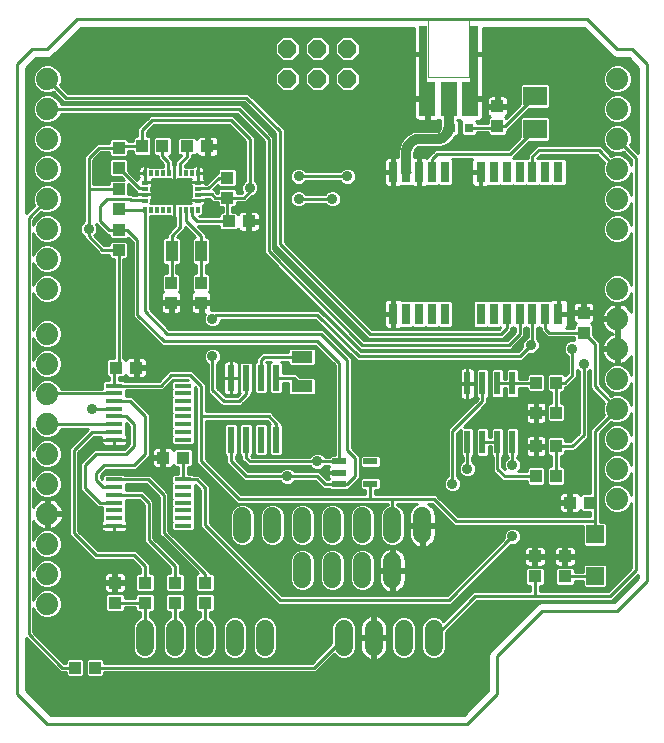
<source format=gtl>
G75*
%MOIN*%
%OFA0B0*%
%FSLAX25Y25*%
%IPPOS*%
%LPD*%
%AMOC8*
5,1,8,0,0,1.08239X$1,22.5*
%
%ADD10C,0.01000*%
%ADD11R,0.03937X0.04331*%
%ADD12R,0.04331X0.03937*%
%ADD13R,0.05906X0.05906*%
%ADD14R,0.03937X0.07087*%
%ADD15C,0.06000*%
%ADD16C,0.00236*%
%ADD17OC8,0.06000*%
%ADD18R,0.02400X0.08700*%
%ADD19R,0.07087X0.03937*%
%ADD20R,0.04724X0.02165*%
%ADD21R,0.03150X0.07087*%
%ADD22R,0.07874X0.06299*%
%ADD23R,0.03150X0.03150*%
%ADD24C,0.07400*%
%ADD25R,0.05800X0.01400*%
%ADD26C,0.00000*%
%ADD27R,0.05512X0.11713*%
%ADD28R,0.05748X0.11713*%
%ADD29R,0.02992X0.18504*%
%ADD30R,0.02200X0.07800*%
%ADD31C,0.03562*%
%ADD32C,0.03200*%
D10*
X0011500Y0062524D02*
X0001500Y0072524D01*
X0001500Y0282524D01*
X0006500Y0287524D01*
X0011500Y0287524D01*
X0021500Y0297524D01*
X0191500Y0297524D01*
X0201500Y0287524D01*
X0206500Y0287524D01*
X0211500Y0282524D01*
X0211500Y0110024D01*
X0201500Y0100024D01*
X0176500Y0100024D01*
X0161500Y0085024D01*
X0161500Y0072524D01*
X0151500Y0062524D01*
X0011500Y0062524D01*
X0012743Y0065524D02*
X0004500Y0073766D01*
X0004500Y0091011D01*
X0014900Y0080611D01*
X0015837Y0079674D01*
X0017585Y0079674D01*
X0017585Y0078653D01*
X0018229Y0078008D01*
X0023078Y0078008D01*
X0023722Y0078653D01*
X0023722Y0083895D01*
X0023078Y0084539D01*
X0018229Y0084539D01*
X0017585Y0083895D01*
X0017585Y0082874D01*
X0017163Y0082874D01*
X0006850Y0093186D01*
X0006850Y0101207D01*
X0007431Y0099805D01*
X0008781Y0098454D01*
X0010545Y0097724D01*
X0012455Y0097724D01*
X0014219Y0098454D01*
X0015569Y0099805D01*
X0016300Y0101569D01*
X0016300Y0103478D01*
X0015569Y0105243D01*
X0014219Y0106593D01*
X0012455Y0107324D01*
X0010545Y0107324D01*
X0008781Y0106593D01*
X0007431Y0105243D01*
X0006850Y0103840D01*
X0006850Y0111207D01*
X0007431Y0109805D01*
X0008781Y0108454D01*
X0010545Y0107724D01*
X0012455Y0107724D01*
X0014219Y0108454D01*
X0015569Y0109805D01*
X0016300Y0111569D01*
X0016300Y0113478D01*
X0015569Y0115243D01*
X0014219Y0116593D01*
X0012455Y0117324D01*
X0010545Y0117324D01*
X0008781Y0116593D01*
X0007431Y0115243D01*
X0006850Y0113840D01*
X0006850Y0121207D01*
X0007431Y0119805D01*
X0008781Y0118454D01*
X0010545Y0117724D01*
X0012455Y0117724D01*
X0014219Y0118454D01*
X0015569Y0119805D01*
X0016300Y0121569D01*
X0016300Y0123478D01*
X0015569Y0125243D01*
X0014219Y0126593D01*
X0012455Y0127324D01*
X0010545Y0127324D01*
X0008781Y0126593D01*
X0007431Y0125243D01*
X0006850Y0123840D01*
X0006850Y0130196D01*
X0007053Y0129798D01*
X0007534Y0129136D01*
X0008112Y0128557D01*
X0008775Y0128076D01*
X0009504Y0127705D01*
X0010282Y0127452D01*
X0011000Y0127338D01*
X0011000Y0132024D01*
X0012000Y0132024D01*
X0012000Y0133024D01*
X0011000Y0133024D01*
X0011000Y0137709D01*
X0010282Y0137596D01*
X0009504Y0137343D01*
X0008775Y0136971D01*
X0008112Y0136490D01*
X0007534Y0135911D01*
X0007053Y0135249D01*
X0006850Y0134851D01*
X0006850Y0141207D01*
X0007431Y0139805D01*
X0008781Y0138454D01*
X0010545Y0137724D01*
X0012455Y0137724D01*
X0014219Y0138454D01*
X0015569Y0139805D01*
X0016300Y0141569D01*
X0016300Y0143478D01*
X0015569Y0145243D01*
X0014219Y0146593D01*
X0012455Y0147324D01*
X0010545Y0147324D01*
X0008781Y0146593D01*
X0007431Y0145243D01*
X0006850Y0143840D01*
X0006850Y0151207D01*
X0007431Y0149805D01*
X0008781Y0148454D01*
X0010545Y0147724D01*
X0012455Y0147724D01*
X0014219Y0148454D01*
X0015569Y0149805D01*
X0016300Y0151569D01*
X0016300Y0153478D01*
X0015569Y0155243D01*
X0014219Y0156593D01*
X0012455Y0157324D01*
X0010545Y0157324D01*
X0008781Y0156593D01*
X0007431Y0155243D01*
X0006850Y0153840D01*
X0006850Y0161207D01*
X0007431Y0159805D01*
X0008781Y0158454D01*
X0010545Y0157724D01*
X0012455Y0157724D01*
X0014219Y0158454D01*
X0015569Y0159805D01*
X0016012Y0160874D01*
X0025087Y0160874D01*
X0019587Y0155374D01*
X0018650Y0154436D01*
X0018650Y0125611D01*
X0026150Y0118111D01*
X0027087Y0117174D01*
X0039587Y0117174D01*
X0042400Y0114361D01*
X0042400Y0112689D01*
X0041379Y0112689D01*
X0040735Y0112044D01*
X0040735Y0107196D01*
X0041379Y0106552D01*
X0046621Y0106552D01*
X0047265Y0107196D01*
X0047265Y0112044D01*
X0046621Y0112689D01*
X0045600Y0112689D01*
X0045600Y0115686D01*
X0044663Y0116624D01*
X0040913Y0120374D01*
X0028413Y0120374D01*
X0021850Y0126936D01*
X0021850Y0153111D01*
X0027013Y0158274D01*
X0029377Y0158274D01*
X0029350Y0158171D01*
X0029350Y0157274D01*
X0033750Y0157274D01*
X0038150Y0157274D01*
X0038150Y0158171D01*
X0038048Y0158553D01*
X0037850Y0158895D01*
X0037750Y0158995D01*
X0037750Y0161029D01*
X0037606Y0161174D01*
X0037750Y0161318D01*
X0037750Y0162761D01*
X0038650Y0161861D01*
X0038650Y0155686D01*
X0037087Y0154124D01*
X0027087Y0154124D01*
X0023337Y0150374D01*
X0022400Y0149436D01*
X0022400Y0140611D01*
X0027400Y0135611D01*
X0028337Y0134674D01*
X0029750Y0134674D01*
X0029750Y0132518D01*
X0029844Y0132424D01*
X0029750Y0132329D01*
X0029750Y0130295D01*
X0029650Y0130195D01*
X0029452Y0129853D01*
X0029350Y0129471D01*
X0029350Y0128574D01*
X0033750Y0128574D01*
X0038150Y0128574D01*
X0038150Y0129471D01*
X0038048Y0129853D01*
X0037850Y0130195D01*
X0037750Y0130295D01*
X0037750Y0132329D01*
X0037656Y0132424D01*
X0037750Y0132518D01*
X0037750Y0134829D01*
X0037606Y0134974D01*
X0037750Y0135118D01*
X0037750Y0137174D01*
X0042087Y0137174D01*
X0043650Y0135611D01*
X0043650Y0123111D01*
X0044587Y0122174D01*
X0052400Y0114361D01*
X0052400Y0112689D01*
X0051379Y0112689D01*
X0050735Y0112044D01*
X0050735Y0107196D01*
X0051379Y0106552D01*
X0056621Y0106552D01*
X0057265Y0107196D01*
X0057265Y0112044D01*
X0056621Y0112689D01*
X0055600Y0112689D01*
X0055600Y0115686D01*
X0046850Y0124436D01*
X0046850Y0136936D01*
X0044350Y0139436D01*
X0043413Y0140374D01*
X0037750Y0140374D01*
X0037750Y0142374D01*
X0044387Y0142374D01*
X0048650Y0138111D01*
X0048650Y0125611D01*
X0049587Y0124674D01*
X0061572Y0112689D01*
X0061379Y0112689D01*
X0060735Y0112044D01*
X0060735Y0107196D01*
X0061379Y0106552D01*
X0066621Y0106552D01*
X0067265Y0107196D01*
X0067265Y0112044D01*
X0066621Y0112689D01*
X0065600Y0112689D01*
X0065600Y0113186D01*
X0051850Y0126936D01*
X0051850Y0139436D01*
X0046650Y0144636D01*
X0045713Y0145574D01*
X0037306Y0145574D01*
X0037106Y0145774D01*
X0030394Y0145774D01*
X0029750Y0145129D01*
X0029750Y0144036D01*
X0029350Y0144436D01*
X0029350Y0145611D01*
X0030913Y0147174D01*
X0040913Y0147174D01*
X0044663Y0150924D01*
X0045600Y0151861D01*
X0045600Y0165686D01*
X0040600Y0170686D01*
X0039663Y0171624D01*
X0037750Y0171624D01*
X0037750Y0173674D01*
X0049913Y0173674D01*
X0053413Y0177174D01*
X0058337Y0177174D01*
X0058437Y0177074D01*
X0053394Y0177074D01*
X0052750Y0176429D01*
X0052750Y0174118D01*
X0052894Y0173974D01*
X0052750Y0173829D01*
X0052750Y0171518D01*
X0052894Y0171374D01*
X0052750Y0171229D01*
X0052750Y0168918D01*
X0052844Y0168824D01*
X0052750Y0168729D01*
X0052750Y0166418D01*
X0052894Y0166274D01*
X0052750Y0166129D01*
X0052750Y0163818D01*
X0052844Y0163724D01*
X0052750Y0163629D01*
X0052750Y0161318D01*
X0052894Y0161174D01*
X0052750Y0161029D01*
X0052750Y0158718D01*
X0052894Y0158574D01*
X0052750Y0158429D01*
X0052750Y0156118D01*
X0053394Y0155474D01*
X0060106Y0155474D01*
X0060750Y0156118D01*
X0060750Y0158429D01*
X0060606Y0158574D01*
X0060750Y0158718D01*
X0060750Y0161029D01*
X0060606Y0161174D01*
X0060750Y0161318D01*
X0060750Y0163629D01*
X0060656Y0163724D01*
X0060750Y0163818D01*
X0060750Y0166129D01*
X0060606Y0166274D01*
X0060750Y0166418D01*
X0060750Y0168729D01*
X0060656Y0168824D01*
X0060750Y0168918D01*
X0060750Y0171229D01*
X0060606Y0171374D01*
X0060750Y0171518D01*
X0060750Y0173829D01*
X0060606Y0173974D01*
X0060750Y0174118D01*
X0060750Y0174761D01*
X0061150Y0174361D01*
X0061150Y0149361D01*
X0073650Y0136861D01*
X0074587Y0135924D01*
X0124900Y0135924D01*
X0124900Y0135549D01*
X0124178Y0135249D01*
X0123024Y0134096D01*
X0122400Y0132589D01*
X0122400Y0124958D01*
X0123024Y0123451D01*
X0124178Y0122298D01*
X0125684Y0121674D01*
X0127316Y0121674D01*
X0128822Y0122298D01*
X0129976Y0123451D01*
X0130600Y0124958D01*
X0130600Y0132589D01*
X0129976Y0134096D01*
X0128822Y0135249D01*
X0128100Y0135549D01*
X0128100Y0135924D01*
X0134733Y0135924D01*
X0134141Y0135622D01*
X0133568Y0135206D01*
X0133068Y0134705D01*
X0132651Y0134132D01*
X0132330Y0133501D01*
X0132111Y0132827D01*
X0132000Y0132128D01*
X0132000Y0129274D01*
X0136000Y0129274D01*
X0136000Y0128274D01*
X0132000Y0128274D01*
X0132000Y0125419D01*
X0132111Y0124720D01*
X0132330Y0124046D01*
X0132651Y0123415D01*
X0133068Y0122842D01*
X0133568Y0122341D01*
X0134141Y0121925D01*
X0134773Y0121603D01*
X0135446Y0121384D01*
X0136000Y0121297D01*
X0136000Y0128274D01*
X0137000Y0128274D01*
X0137000Y0129274D01*
X0141000Y0129274D01*
X0141000Y0132128D01*
X0140889Y0132827D01*
X0140670Y0133501D01*
X0140349Y0134132D01*
X0139932Y0134705D01*
X0139432Y0135206D01*
X0138859Y0135622D01*
X0138267Y0135924D01*
X0139587Y0135924D01*
X0147087Y0128424D01*
X0189947Y0128424D01*
X0189947Y0122255D01*
X0190592Y0121611D01*
X0197408Y0121611D01*
X0198053Y0122255D01*
X0198053Y0129072D01*
X0197408Y0129716D01*
X0195600Y0129716D01*
X0195600Y0133838D01*
X0195612Y0133849D01*
X0195612Y0138698D01*
X0195600Y0138710D01*
X0195600Y0159361D01*
X0199426Y0163187D01*
X0200545Y0162724D01*
X0202455Y0162724D01*
X0204219Y0163454D01*
X0205569Y0164805D01*
X0206150Y0166207D01*
X0206150Y0158840D01*
X0205569Y0160243D01*
X0204219Y0161593D01*
X0202455Y0162324D01*
X0200545Y0162324D01*
X0198781Y0161593D01*
X0197431Y0160243D01*
X0196700Y0158478D01*
X0196700Y0156569D01*
X0197431Y0154805D01*
X0198781Y0153454D01*
X0200545Y0152724D01*
X0202455Y0152724D01*
X0204219Y0153454D01*
X0205569Y0154805D01*
X0206150Y0156207D01*
X0206150Y0148840D01*
X0205569Y0150243D01*
X0204219Y0151593D01*
X0202455Y0152324D01*
X0200545Y0152324D01*
X0198781Y0151593D01*
X0197431Y0150243D01*
X0196700Y0148478D01*
X0196700Y0146569D01*
X0197431Y0144805D01*
X0198781Y0143454D01*
X0200545Y0142724D01*
X0202455Y0142724D01*
X0204219Y0143454D01*
X0205569Y0144805D01*
X0206150Y0146207D01*
X0206150Y0138840D01*
X0205569Y0140243D01*
X0204219Y0141593D01*
X0202455Y0142324D01*
X0200545Y0142324D01*
X0198781Y0141593D01*
X0197431Y0140243D01*
X0196700Y0138478D01*
X0196700Y0136569D01*
X0197431Y0134805D01*
X0198781Y0133454D01*
X0200545Y0132724D01*
X0202455Y0132724D01*
X0204219Y0133454D01*
X0205569Y0134805D01*
X0206150Y0136207D01*
X0206150Y0114436D01*
X0198337Y0106624D01*
X0175600Y0106624D01*
X0175600Y0108609D01*
X0176621Y0108609D01*
X0177265Y0109253D01*
X0177265Y0114101D01*
X0176621Y0114746D01*
X0171379Y0114746D01*
X0170735Y0114101D01*
X0170735Y0109253D01*
X0171379Y0108609D01*
X0172400Y0108609D01*
X0172400Y0106624D01*
X0153337Y0106624D01*
X0143518Y0096804D01*
X0142572Y0097749D01*
X0141066Y0098374D01*
X0139434Y0098374D01*
X0137928Y0097749D01*
X0136774Y0096596D01*
X0136150Y0095089D01*
X0136150Y0087458D01*
X0136774Y0085951D01*
X0137928Y0084798D01*
X0139434Y0084174D01*
X0141066Y0084174D01*
X0142572Y0084798D01*
X0143726Y0085951D01*
X0144350Y0087458D01*
X0144350Y0093111D01*
X0154663Y0103424D01*
X0199663Y0103424D01*
X0200600Y0104361D01*
X0208500Y0112261D01*
X0208500Y0111266D01*
X0200257Y0103024D01*
X0175903Y0103024D01*
X0174801Y0102567D01*
X0159801Y0087567D01*
X0158957Y0086723D01*
X0158500Y0085620D01*
X0158500Y0073766D01*
X0150257Y0065524D01*
X0012743Y0065524D01*
X0011749Y0066518D02*
X0151251Y0066518D01*
X0152250Y0067516D02*
X0010750Y0067516D01*
X0009752Y0068515D02*
X0153248Y0068515D01*
X0154247Y0069513D02*
X0008753Y0069513D01*
X0007755Y0070512D02*
X0155245Y0070512D01*
X0156244Y0071510D02*
X0006756Y0071510D01*
X0005758Y0072509D02*
X0157242Y0072509D01*
X0158241Y0073507D02*
X0004759Y0073507D01*
X0004500Y0074506D02*
X0158500Y0074506D01*
X0158500Y0075504D02*
X0004500Y0075504D01*
X0004500Y0076503D02*
X0158500Y0076503D01*
X0158500Y0077501D02*
X0004500Y0077501D01*
X0004500Y0078500D02*
X0017738Y0078500D01*
X0017585Y0079498D02*
X0004500Y0079498D01*
X0004500Y0080497D02*
X0015014Y0080497D01*
X0014016Y0081495D02*
X0004500Y0081495D01*
X0004500Y0082494D02*
X0013017Y0082494D01*
X0012019Y0083492D02*
X0004500Y0083492D01*
X0004500Y0084491D02*
X0011020Y0084491D01*
X0010021Y0085489D02*
X0004500Y0085489D01*
X0004500Y0086488D02*
X0009023Y0086488D01*
X0008024Y0087486D02*
X0004500Y0087486D01*
X0004500Y0088485D02*
X0007026Y0088485D01*
X0006027Y0089483D02*
X0004500Y0089483D01*
X0004500Y0090482D02*
X0005029Y0090482D01*
X0005250Y0092524D02*
X0016500Y0081274D01*
X0020654Y0081274D01*
X0017585Y0083492D02*
X0016544Y0083492D01*
X0015545Y0084491D02*
X0018181Y0084491D01*
X0014547Y0085489D02*
X0040986Y0085489D01*
X0040524Y0085951D02*
X0041678Y0084798D01*
X0043184Y0084174D01*
X0044816Y0084174D01*
X0046322Y0084798D01*
X0047476Y0085951D01*
X0048100Y0087458D01*
X0048100Y0095089D01*
X0047476Y0096596D01*
X0046322Y0097749D01*
X0045600Y0098049D01*
X0045600Y0099859D01*
X0046621Y0099859D01*
X0047265Y0100503D01*
X0047265Y0105351D01*
X0046621Y0105996D01*
X0041379Y0105996D01*
X0040735Y0105351D01*
X0040735Y0104527D01*
X0037265Y0104527D01*
X0037265Y0105351D01*
X0036621Y0105996D01*
X0031379Y0105996D01*
X0030735Y0105351D01*
X0030735Y0100503D01*
X0031379Y0099859D01*
X0036621Y0099859D01*
X0037265Y0100503D01*
X0037265Y0101327D01*
X0040735Y0101327D01*
X0040735Y0100503D01*
X0041379Y0099859D01*
X0042400Y0099859D01*
X0042400Y0098049D01*
X0041678Y0097749D01*
X0040524Y0096596D01*
X0039900Y0095089D01*
X0039900Y0087458D01*
X0040524Y0085951D01*
X0040302Y0086488D02*
X0013548Y0086488D01*
X0012550Y0087486D02*
X0039900Y0087486D01*
X0039900Y0088485D02*
X0011551Y0088485D01*
X0010553Y0089483D02*
X0039900Y0089483D01*
X0039900Y0090482D02*
X0009554Y0090482D01*
X0008556Y0091480D02*
X0039900Y0091480D01*
X0039900Y0092479D02*
X0007557Y0092479D01*
X0006850Y0093477D02*
X0039900Y0093477D01*
X0039900Y0094476D02*
X0006850Y0094476D01*
X0006850Y0095474D02*
X0040060Y0095474D01*
X0040473Y0096473D02*
X0006850Y0096473D01*
X0006850Y0097472D02*
X0041400Y0097472D01*
X0042400Y0098470D02*
X0014235Y0098470D01*
X0015233Y0099469D02*
X0042400Y0099469D01*
X0040771Y0100467D02*
X0037229Y0100467D01*
X0037157Y0105460D02*
X0040843Y0105460D01*
X0040735Y0107457D02*
X0037665Y0107457D01*
X0037665Y0107454D02*
X0037665Y0109136D01*
X0034484Y0109136D01*
X0034484Y0106152D01*
X0036363Y0106152D01*
X0036744Y0106254D01*
X0037086Y0106451D01*
X0037366Y0106731D01*
X0037563Y0107073D01*
X0037665Y0107454D01*
X0037665Y0108455D02*
X0040735Y0108455D01*
X0040735Y0109454D02*
X0034484Y0109454D01*
X0034484Y0109136D02*
X0034484Y0110104D01*
X0037665Y0110104D01*
X0037665Y0111786D01*
X0037563Y0112168D01*
X0037366Y0112510D01*
X0037086Y0112789D01*
X0036744Y0112986D01*
X0036363Y0113089D01*
X0034484Y0113089D01*
X0034484Y0110104D01*
X0033516Y0110104D01*
X0033516Y0109136D01*
X0034484Y0109136D01*
X0034484Y0108455D02*
X0033516Y0108455D01*
X0033516Y0109136D02*
X0033516Y0106152D01*
X0031637Y0106152D01*
X0031256Y0106254D01*
X0030914Y0106451D01*
X0030634Y0106731D01*
X0030437Y0107073D01*
X0030335Y0107454D01*
X0030335Y0109136D01*
X0033516Y0109136D01*
X0033516Y0109454D02*
X0015218Y0109454D01*
X0015837Y0110452D02*
X0030335Y0110452D01*
X0030335Y0110104D02*
X0030335Y0111786D01*
X0030437Y0112168D01*
X0030634Y0112510D01*
X0030914Y0112789D01*
X0031256Y0112986D01*
X0031637Y0113089D01*
X0033516Y0113089D01*
X0033516Y0110104D01*
X0030335Y0110104D01*
X0030335Y0111451D02*
X0016251Y0111451D01*
X0016300Y0112449D02*
X0030599Y0112449D01*
X0033516Y0112449D02*
X0034484Y0112449D01*
X0034484Y0111451D02*
X0033516Y0111451D01*
X0033516Y0110452D02*
X0034484Y0110452D01*
X0034484Y0107457D02*
X0033516Y0107457D01*
X0033516Y0106458D02*
X0034484Y0106458D01*
X0037093Y0106458D02*
X0084053Y0106458D01*
X0085051Y0105460D02*
X0067157Y0105460D01*
X0067265Y0105351D02*
X0066621Y0105996D01*
X0061379Y0105996D01*
X0060735Y0105351D01*
X0060735Y0100503D01*
X0061379Y0099859D01*
X0062400Y0099859D01*
X0062400Y0098049D01*
X0061678Y0097749D01*
X0060524Y0096596D01*
X0059900Y0095089D01*
X0059900Y0087458D01*
X0060524Y0085951D01*
X0061678Y0084798D01*
X0063184Y0084174D01*
X0064816Y0084174D01*
X0066322Y0084798D01*
X0067476Y0085951D01*
X0068100Y0087458D01*
X0068100Y0095089D01*
X0067476Y0096596D01*
X0066322Y0097749D01*
X0065600Y0098049D01*
X0065600Y0099859D01*
X0066621Y0099859D01*
X0067265Y0100503D01*
X0067265Y0105351D01*
X0067265Y0104461D02*
X0086050Y0104461D01*
X0087048Y0103463D02*
X0067265Y0103463D01*
X0067265Y0102464D02*
X0088047Y0102464D01*
X0088337Y0102174D02*
X0145913Y0102174D01*
X0165895Y0122156D01*
X0165927Y0122143D01*
X0167073Y0122143D01*
X0168132Y0122581D01*
X0168942Y0123392D01*
X0169381Y0124451D01*
X0169381Y0125597D01*
X0168942Y0126656D01*
X0168132Y0127466D01*
X0167073Y0127905D01*
X0165927Y0127905D01*
X0164868Y0127466D01*
X0164058Y0126656D01*
X0163619Y0125597D01*
X0163619Y0124451D01*
X0163632Y0124419D01*
X0144587Y0105374D01*
X0089663Y0105374D01*
X0065600Y0129436D01*
X0065600Y0141936D01*
X0061963Y0145574D01*
X0060306Y0145574D01*
X0060106Y0145774D01*
X0058321Y0145774D01*
X0058321Y0148205D01*
X0059342Y0148205D01*
X0059987Y0148849D01*
X0059987Y0153698D01*
X0059342Y0154342D01*
X0054100Y0154342D01*
X0053587Y0153829D01*
X0053394Y0154163D01*
X0053115Y0154442D01*
X0052773Y0154640D01*
X0052391Y0154742D01*
X0050513Y0154742D01*
X0050513Y0151758D01*
X0049544Y0151758D01*
X0049544Y0150789D01*
X0050513Y0150789D01*
X0050513Y0147805D01*
X0052391Y0147805D01*
X0052773Y0147907D01*
X0053115Y0148105D01*
X0053394Y0148384D01*
X0053587Y0148718D01*
X0054100Y0148205D01*
X0055121Y0148205D01*
X0055121Y0145774D01*
X0053394Y0145774D01*
X0052750Y0145129D01*
X0052750Y0142818D01*
X0052894Y0142674D01*
X0052750Y0142529D01*
X0052750Y0140218D01*
X0052844Y0140124D01*
X0052750Y0140029D01*
X0052750Y0137718D01*
X0052894Y0137574D01*
X0052750Y0137429D01*
X0052750Y0135118D01*
X0052894Y0134974D01*
X0052750Y0134829D01*
X0052750Y0132518D01*
X0052844Y0132424D01*
X0052750Y0132329D01*
X0052750Y0130018D01*
X0052894Y0129874D01*
X0052750Y0129729D01*
X0052750Y0127418D01*
X0053394Y0126774D01*
X0060106Y0126774D01*
X0060750Y0127418D01*
X0060750Y0129729D01*
X0060606Y0129874D01*
X0060750Y0130018D01*
X0060750Y0132329D01*
X0060656Y0132424D01*
X0060750Y0132518D01*
X0060750Y0134829D01*
X0060606Y0134974D01*
X0060750Y0135118D01*
X0060750Y0137429D01*
X0060606Y0137574D01*
X0060750Y0137718D01*
X0060750Y0140029D01*
X0060656Y0140124D01*
X0060750Y0140218D01*
X0060750Y0142261D01*
X0062400Y0140611D01*
X0062400Y0129436D01*
X0062400Y0128111D01*
X0087400Y0103111D01*
X0088337Y0102174D01*
X0089000Y0103774D02*
X0145250Y0103774D01*
X0166500Y0125024D01*
X0167777Y0122434D02*
X0189947Y0122434D01*
X0189947Y0123433D02*
X0168960Y0123433D01*
X0169373Y0124431D02*
X0189947Y0124431D01*
X0189947Y0125430D02*
X0169381Y0125430D01*
X0169037Y0126428D02*
X0189947Y0126428D01*
X0189947Y0127427D02*
X0168171Y0127427D01*
X0164829Y0127427D02*
X0141000Y0127427D01*
X0141000Y0128274D02*
X0137000Y0128274D01*
X0137000Y0121297D01*
X0137554Y0121384D01*
X0138227Y0121603D01*
X0138859Y0121925D01*
X0139432Y0122341D01*
X0139932Y0122842D01*
X0140349Y0123415D01*
X0140670Y0124046D01*
X0140889Y0124720D01*
X0141000Y0125419D01*
X0141000Y0128274D01*
X0141000Y0129424D02*
X0146087Y0129424D01*
X0145088Y0130422D02*
X0141000Y0130422D01*
X0141000Y0131421D02*
X0144090Y0131421D01*
X0143091Y0132419D02*
X0140954Y0132419D01*
X0140697Y0133418D02*
X0142093Y0133418D01*
X0141094Y0134416D02*
X0140142Y0134416D01*
X0140096Y0135415D02*
X0139144Y0135415D01*
X0140250Y0137524D02*
X0126500Y0137524D01*
X0126500Y0128774D01*
X0130600Y0128425D02*
X0136000Y0128425D01*
X0136000Y0127427D02*
X0137000Y0127427D01*
X0137000Y0128425D02*
X0147086Y0128425D01*
X0147750Y0130024D02*
X0140250Y0137524D01*
X0141626Y0138410D02*
X0181988Y0138410D01*
X0181988Y0138440D02*
X0181988Y0136758D01*
X0185169Y0136758D01*
X0185169Y0135789D01*
X0186138Y0135789D01*
X0186138Y0132805D01*
X0188016Y0132805D01*
X0188398Y0132907D01*
X0188740Y0133105D01*
X0189019Y0133384D01*
X0189212Y0133718D01*
X0189725Y0133205D01*
X0192400Y0133205D01*
X0192400Y0131624D01*
X0148413Y0131624D01*
X0141850Y0138186D01*
X0140913Y0139124D01*
X0120718Y0139124D01*
X0120718Y0140351D01*
X0121936Y0140351D01*
X0122580Y0140995D01*
X0122580Y0144072D01*
X0121936Y0144716D01*
X0116300Y0144716D01*
X0115656Y0144072D01*
X0115656Y0140995D01*
X0116300Y0140351D01*
X0117518Y0140351D01*
X0117518Y0139124D01*
X0075913Y0139124D01*
X0064350Y0150686D01*
X0064350Y0163424D01*
X0084587Y0163424D01*
X0085716Y0162295D01*
X0085450Y0162029D01*
X0085450Y0152418D01*
X0086094Y0151774D01*
X0089406Y0151774D01*
X0090050Y0152418D01*
X0090050Y0162029D01*
X0089406Y0162674D01*
X0089350Y0162674D01*
X0089350Y0163186D01*
X0088413Y0164124D01*
X0086850Y0165686D01*
X0085913Y0166624D01*
X0064350Y0166624D01*
X0064350Y0175686D01*
X0060600Y0179436D01*
X0059663Y0180374D01*
X0052087Y0180374D01*
X0048587Y0176874D01*
X0037306Y0176874D01*
X0037106Y0177074D01*
X0035350Y0177074D01*
X0035350Y0178205D01*
X0037025Y0178205D01*
X0037538Y0178718D01*
X0037731Y0178384D01*
X0038010Y0178105D01*
X0038352Y0177907D01*
X0038734Y0177805D01*
X0040612Y0177805D01*
X0040612Y0180789D01*
X0041581Y0180789D01*
X0041581Y0181758D01*
X0044762Y0181758D01*
X0044762Y0183440D01*
X0044660Y0183821D01*
X0044462Y0184163D01*
X0044183Y0184442D01*
X0043841Y0184640D01*
X0043459Y0184742D01*
X0041581Y0184742D01*
X0041581Y0181758D01*
X0040612Y0181758D01*
X0040612Y0184742D01*
X0038734Y0184742D01*
X0038352Y0184640D01*
X0038010Y0184442D01*
X0037731Y0184163D01*
X0037538Y0183829D01*
X0037025Y0184342D01*
X0037910Y0184342D01*
X0037025Y0184342D02*
X0036850Y0184342D01*
X0036850Y0217359D01*
X0037871Y0217359D01*
X0038515Y0218003D01*
X0038515Y0222851D01*
X0037871Y0223496D01*
X0032629Y0223496D01*
X0031985Y0222851D01*
X0031985Y0222027D01*
X0030509Y0222027D01*
X0027169Y0225368D01*
X0027692Y0225892D01*
X0028131Y0226951D01*
X0028131Y0228097D01*
X0027754Y0229007D01*
X0030304Y0226457D01*
X0031241Y0225520D01*
X0031985Y0225520D01*
X0031985Y0224696D01*
X0032629Y0224052D01*
X0037871Y0224052D01*
X0038415Y0224596D01*
X0039900Y0223111D01*
X0039900Y0198111D01*
X0049587Y0188424D01*
X0100837Y0188424D01*
X0107282Y0181979D01*
X0107282Y0152196D01*
X0106064Y0152196D01*
X0105481Y0151614D01*
X0103960Y0151614D01*
X0103942Y0151656D01*
X0103132Y0152466D01*
X0102073Y0152905D01*
X0100927Y0152905D01*
X0099868Y0152466D01*
X0099058Y0151656D01*
X0099040Y0151614D01*
X0079673Y0151614D01*
X0079459Y0151827D01*
X0080050Y0152418D01*
X0080050Y0162029D01*
X0079406Y0162674D01*
X0076094Y0162674D01*
X0075450Y0162029D01*
X0075450Y0152418D01*
X0076094Y0151774D01*
X0076150Y0151774D01*
X0076150Y0150611D01*
X0077087Y0149674D01*
X0077410Y0149351D01*
X0078347Y0148414D01*
X0099048Y0148414D01*
X0099058Y0148392D01*
X0099868Y0147581D01*
X0100927Y0147143D01*
X0102073Y0147143D01*
X0103132Y0147581D01*
X0103942Y0148392D01*
X0103952Y0148414D01*
X0105456Y0148414D01*
X0105319Y0148277D01*
X0105122Y0147935D01*
X0105020Y0147554D01*
X0105020Y0146315D01*
X0108840Y0146315D01*
X0108840Y0146232D01*
X0105020Y0146232D01*
X0105020Y0144993D01*
X0105122Y0144612D01*
X0105319Y0144270D01*
X0105456Y0144133D01*
X0104653Y0144133D01*
X0103100Y0145686D01*
X0102163Y0146624D01*
X0093956Y0146624D01*
X0093942Y0146656D01*
X0093132Y0147466D01*
X0092073Y0147905D01*
X0090927Y0147905D01*
X0089868Y0147466D01*
X0089058Y0146656D01*
X0089044Y0146624D01*
X0078413Y0146624D01*
X0074350Y0150686D01*
X0074350Y0151774D01*
X0074406Y0151774D01*
X0075050Y0152418D01*
X0075050Y0162029D01*
X0074406Y0162674D01*
X0071094Y0162674D01*
X0070450Y0162029D01*
X0070450Y0152418D01*
X0071094Y0151774D01*
X0071150Y0151774D01*
X0071150Y0149361D01*
X0076150Y0144361D01*
X0077087Y0143424D01*
X0089044Y0143424D01*
X0089058Y0143392D01*
X0089868Y0142581D01*
X0090927Y0142143D01*
X0092073Y0142143D01*
X0093132Y0142581D01*
X0093942Y0143392D01*
X0093956Y0143424D01*
X0100837Y0143424D01*
X0103327Y0140933D01*
X0105481Y0140933D01*
X0106064Y0140351D01*
X0111700Y0140351D01*
X0112344Y0140995D01*
X0112344Y0141105D01*
X0113100Y0141861D01*
X0115600Y0144361D01*
X0115600Y0151936D01*
X0113100Y0154436D01*
X0113100Y0184436D01*
X0103413Y0194124D01*
X0052163Y0194124D01*
X0045600Y0200686D01*
X0045600Y0231798D01*
X0046837Y0231798D01*
X0046844Y0231805D01*
X0046852Y0231798D01*
X0048806Y0231798D01*
X0048813Y0231805D01*
X0048820Y0231798D01*
X0050774Y0231798D01*
X0050781Y0231805D01*
X0050789Y0231798D01*
X0052192Y0231798D01*
X0052268Y0231721D01*
X0052637Y0231508D01*
X0053049Y0231398D01*
X0053734Y0231398D01*
X0053734Y0233882D01*
X0053734Y0236366D01*
X0053049Y0236366D01*
X0052637Y0236256D01*
X0052268Y0236043D01*
X0052192Y0235966D01*
X0050789Y0235966D01*
X0050781Y0235959D01*
X0050774Y0235966D01*
X0048820Y0235966D01*
X0048813Y0235959D01*
X0048806Y0235966D01*
X0046852Y0235966D01*
X0046844Y0235959D01*
X0046837Y0235966D01*
X0045848Y0235966D01*
X0045976Y0236094D01*
X0045976Y0237497D01*
X0046053Y0237573D01*
X0046266Y0237942D01*
X0046376Y0238354D01*
X0046376Y0239039D01*
X0043892Y0239039D01*
X0043892Y0239039D01*
X0046376Y0239039D01*
X0046376Y0239725D01*
X0046266Y0240136D01*
X0046053Y0240505D01*
X0045976Y0240582D01*
X0045976Y0241434D01*
X0046053Y0241510D01*
X0046266Y0241879D01*
X0046376Y0242291D01*
X0046376Y0242976D01*
X0043892Y0242976D01*
X0043892Y0242976D01*
X0046376Y0242976D01*
X0046376Y0243662D01*
X0046266Y0244073D01*
X0046261Y0244081D01*
X0046837Y0244081D01*
X0046844Y0244088D01*
X0046852Y0244081D01*
X0048806Y0244081D01*
X0048813Y0244088D01*
X0048820Y0244081D01*
X0050774Y0244081D01*
X0050781Y0244088D01*
X0050789Y0244081D01*
X0052192Y0244081D01*
X0052268Y0244004D01*
X0052637Y0243791D01*
X0053049Y0243681D01*
X0053734Y0243681D01*
X0053734Y0246165D01*
X0053734Y0246165D01*
X0053734Y0243681D01*
X0054420Y0243681D01*
X0054831Y0243791D01*
X0055200Y0244004D01*
X0055277Y0244081D01*
X0056680Y0244081D01*
X0056687Y0244088D01*
X0056694Y0244081D01*
X0058648Y0244081D01*
X0058655Y0244088D01*
X0058663Y0244081D01*
X0059239Y0244081D01*
X0059234Y0244073D01*
X0059124Y0243662D01*
X0059124Y0242976D01*
X0059124Y0242291D01*
X0059234Y0241879D01*
X0059447Y0241510D01*
X0059524Y0241434D01*
X0059524Y0240031D01*
X0059531Y0240024D01*
X0059524Y0240016D01*
X0059524Y0238614D01*
X0059447Y0238537D01*
X0059234Y0238168D01*
X0059124Y0237756D01*
X0059124Y0237071D01*
X0061608Y0237071D01*
X0061608Y0237071D01*
X0059124Y0237071D01*
X0059124Y0236385D01*
X0059234Y0235974D01*
X0059239Y0235966D01*
X0058663Y0235966D01*
X0058656Y0235959D01*
X0058648Y0235966D01*
X0056694Y0235966D01*
X0056687Y0235959D01*
X0056680Y0235966D01*
X0055277Y0235966D01*
X0055200Y0236043D01*
X0054831Y0236256D01*
X0054420Y0236366D01*
X0053734Y0236366D01*
X0053734Y0233882D01*
X0053734Y0233882D01*
X0053734Y0233882D01*
X0053734Y0231398D01*
X0054103Y0231398D01*
X0054103Y0228639D01*
X0052245Y0226781D01*
X0051307Y0225844D01*
X0051307Y0224667D01*
X0050483Y0224667D01*
X0049839Y0224023D01*
X0049839Y0216025D01*
X0050483Y0215380D01*
X0051307Y0215380D01*
X0051307Y0212885D01*
X0050326Y0212885D01*
X0049681Y0212241D01*
X0049681Y0206999D01*
X0050195Y0206486D01*
X0049860Y0206293D01*
X0049581Y0206014D01*
X0049384Y0205671D01*
X0049281Y0205290D01*
X0049281Y0203411D01*
X0052266Y0203411D01*
X0052266Y0202443D01*
X0053234Y0202443D01*
X0053234Y0199262D01*
X0054916Y0199262D01*
X0055297Y0199364D01*
X0055640Y0199562D01*
X0055919Y0199841D01*
X0056116Y0200183D01*
X0056218Y0200564D01*
X0056218Y0202443D01*
X0053234Y0202443D01*
X0053234Y0203411D01*
X0056218Y0203411D01*
X0056218Y0205290D01*
X0056116Y0205671D01*
X0055919Y0206014D01*
X0055640Y0206293D01*
X0055305Y0206486D01*
X0055818Y0206999D01*
X0055818Y0212241D01*
X0055174Y0212885D01*
X0054507Y0212885D01*
X0054507Y0215380D01*
X0055332Y0215380D01*
X0055976Y0216025D01*
X0055976Y0224023D01*
X0055332Y0224667D01*
X0054656Y0224667D01*
X0057303Y0227314D01*
X0057303Y0228208D01*
X0060844Y0224667D01*
X0060326Y0224667D01*
X0059681Y0224023D01*
X0059681Y0216025D01*
X0060326Y0215380D01*
X0061150Y0215380D01*
X0061150Y0212885D01*
X0060326Y0212885D01*
X0059681Y0212241D01*
X0059681Y0206999D01*
X0060195Y0206486D01*
X0059860Y0206293D01*
X0059581Y0206014D01*
X0059384Y0205671D01*
X0059281Y0205290D01*
X0059281Y0203411D01*
X0062266Y0203411D01*
X0062266Y0202443D01*
X0063234Y0202443D01*
X0063234Y0199262D01*
X0064164Y0199262D01*
X0064058Y0199156D01*
X0063619Y0198097D01*
X0063619Y0196951D01*
X0064058Y0195892D01*
X0064868Y0195081D01*
X0065927Y0194643D01*
X0067073Y0194643D01*
X0068132Y0195081D01*
X0068942Y0195892D01*
X0069381Y0196951D01*
X0069381Y0197174D01*
X0100837Y0197174D01*
X0113650Y0184361D01*
X0114587Y0183424D01*
X0169663Y0183424D01*
X0172145Y0185906D01*
X0172177Y0185893D01*
X0173323Y0185893D01*
X0174382Y0186331D01*
X0175192Y0187142D01*
X0175631Y0188201D01*
X0175631Y0189347D01*
X0175192Y0190406D01*
X0174822Y0190776D01*
X0174822Y0194583D01*
X0175253Y0194583D01*
X0175388Y0194718D01*
X0175523Y0194583D01*
X0175953Y0194583D01*
X0175953Y0193308D01*
X0177934Y0191327D01*
X0187181Y0191327D01*
X0187181Y0190360D01*
X0187073Y0190405D01*
X0185927Y0190405D01*
X0184868Y0189966D01*
X0184058Y0189156D01*
X0183619Y0188097D01*
X0183619Y0186951D01*
X0184058Y0185892D01*
X0184868Y0185081D01*
X0184900Y0185068D01*
X0184900Y0179436D01*
X0184165Y0178701D01*
X0184165Y0178895D01*
X0183521Y0179539D01*
X0178672Y0179539D01*
X0178028Y0178895D01*
X0178028Y0173653D01*
X0178672Y0173008D01*
X0179496Y0173008D01*
X0179496Y0169539D01*
X0178672Y0169539D01*
X0178028Y0168895D01*
X0178028Y0163653D01*
X0178672Y0163008D01*
X0183521Y0163008D01*
X0184165Y0163653D01*
X0184165Y0168895D01*
X0183521Y0169539D01*
X0182696Y0169539D01*
X0182696Y0173008D01*
X0183521Y0173008D01*
X0184165Y0173653D01*
X0184165Y0174674D01*
X0184663Y0174674D01*
X0187163Y0177174D01*
X0188100Y0178111D01*
X0188100Y0180599D01*
X0188618Y0180081D01*
X0188650Y0180068D01*
X0188650Y0159436D01*
X0185837Y0156624D01*
X0184165Y0156624D01*
X0184165Y0157645D01*
X0183521Y0158289D01*
X0178672Y0158289D01*
X0178028Y0157645D01*
X0178028Y0152403D01*
X0178672Y0151758D01*
X0179496Y0151758D01*
X0179496Y0148289D01*
X0178672Y0148289D01*
X0178028Y0147645D01*
X0178028Y0142403D01*
X0178672Y0141758D01*
X0183521Y0141758D01*
X0184165Y0142403D01*
X0184165Y0147645D01*
X0183521Y0148289D01*
X0182696Y0148289D01*
X0182696Y0151758D01*
X0183521Y0151758D01*
X0184165Y0152403D01*
X0184165Y0153424D01*
X0187163Y0153424D01*
X0190913Y0157174D01*
X0191850Y0158111D01*
X0191850Y0180068D01*
X0191882Y0180081D01*
X0192400Y0180599D01*
X0192400Y0174361D01*
X0197164Y0169597D01*
X0196700Y0168478D01*
X0196700Y0166569D01*
X0197164Y0165450D01*
X0193337Y0161624D01*
X0192400Y0160686D01*
X0192400Y0139342D01*
X0189725Y0139342D01*
X0189212Y0138829D01*
X0189019Y0139163D01*
X0188740Y0139442D01*
X0188398Y0139640D01*
X0188016Y0139742D01*
X0186138Y0139742D01*
X0186138Y0136758D01*
X0185169Y0136758D01*
X0185169Y0139742D01*
X0183291Y0139742D01*
X0182909Y0139640D01*
X0182567Y0139442D01*
X0182288Y0139163D01*
X0182090Y0138821D01*
X0181988Y0138440D01*
X0181988Y0137412D02*
X0142624Y0137412D01*
X0143623Y0136413D02*
X0185169Y0136413D01*
X0185169Y0135789D02*
X0181988Y0135789D01*
X0181988Y0134108D01*
X0182090Y0133726D01*
X0182288Y0133384D01*
X0182567Y0133105D01*
X0182909Y0132907D01*
X0183291Y0132805D01*
X0185169Y0132805D01*
X0185169Y0135789D01*
X0185169Y0135415D02*
X0186138Y0135415D01*
X0186138Y0134416D02*
X0185169Y0134416D01*
X0185169Y0133418D02*
X0186138Y0133418D01*
X0189039Y0133418D02*
X0189513Y0133418D01*
X0186138Y0137412D02*
X0185169Y0137412D01*
X0185169Y0138410D02*
X0186138Y0138410D01*
X0186138Y0139409D02*
X0185169Y0139409D01*
X0182534Y0139409D02*
X0120718Y0139409D01*
X0121993Y0140408D02*
X0144542Y0140408D01*
X0144868Y0140081D02*
X0144058Y0140892D01*
X0143619Y0141951D01*
X0143619Y0143097D01*
X0144058Y0144156D01*
X0144868Y0144966D01*
X0144900Y0144979D01*
X0144900Y0160686D01*
X0145837Y0161624D01*
X0154900Y0170686D01*
X0154900Y0171018D01*
X0154300Y0171618D01*
X0154300Y0180329D01*
X0154944Y0180974D01*
X0158056Y0180974D01*
X0158700Y0180329D01*
X0158700Y0171618D01*
X0158100Y0171018D01*
X0158100Y0169361D01*
X0157163Y0168424D01*
X0150313Y0161574D01*
X0153056Y0161574D01*
X0153700Y0160929D01*
X0153700Y0152218D01*
X0153100Y0151618D01*
X0153100Y0149979D01*
X0153132Y0149966D01*
X0153942Y0149156D01*
X0154381Y0148097D01*
X0154381Y0146951D01*
X0153942Y0145892D01*
X0153132Y0145081D01*
X0152073Y0144643D01*
X0150927Y0144643D01*
X0149868Y0145081D01*
X0149058Y0145892D01*
X0148619Y0146951D01*
X0148619Y0148097D01*
X0149058Y0149156D01*
X0149868Y0149966D01*
X0149900Y0149979D01*
X0149900Y0151618D01*
X0149300Y0152218D01*
X0149300Y0160561D01*
X0148100Y0159361D01*
X0148100Y0144979D01*
X0148132Y0144966D01*
X0148942Y0144156D01*
X0149381Y0143097D01*
X0149381Y0141951D01*
X0148942Y0140892D01*
X0148132Y0140081D01*
X0147073Y0139643D01*
X0145927Y0139643D01*
X0144868Y0140081D01*
X0143844Y0141406D02*
X0122580Y0141406D01*
X0122580Y0142405D02*
X0143619Y0142405D01*
X0143746Y0143403D02*
X0122580Y0143403D01*
X0122251Y0144402D02*
X0144303Y0144402D01*
X0144900Y0145400D02*
X0115600Y0145400D01*
X0115600Y0144402D02*
X0115986Y0144402D01*
X0115656Y0143403D02*
X0114642Y0143403D01*
X0113644Y0142405D02*
X0115656Y0142405D01*
X0115656Y0141406D02*
X0112645Y0141406D01*
X0111756Y0140408D02*
X0116244Y0140408D01*
X0117518Y0139409D02*
X0075627Y0139409D01*
X0074629Y0140408D02*
X0106007Y0140408D01*
X0103990Y0142533D02*
X0101500Y0145024D01*
X0091500Y0145024D01*
X0077750Y0145024D01*
X0072750Y0150024D01*
X0072750Y0157224D01*
X0075050Y0157382D02*
X0075450Y0157382D01*
X0075450Y0156384D02*
X0075050Y0156384D01*
X0075050Y0155385D02*
X0075450Y0155385D01*
X0075450Y0154387D02*
X0075050Y0154387D01*
X0075050Y0153388D02*
X0075450Y0153388D01*
X0075478Y0152390D02*
X0075022Y0152390D01*
X0074350Y0151391D02*
X0076150Y0151391D01*
X0076368Y0150393D02*
X0074644Y0150393D01*
X0075642Y0149394D02*
X0077367Y0149394D01*
X0076641Y0148396D02*
X0099056Y0148396D01*
X0100312Y0147397D02*
X0093201Y0147397D01*
X0089799Y0147397D02*
X0077639Y0147397D01*
X0079010Y0150014D02*
X0101510Y0150014D01*
X0101500Y0150024D01*
X0101510Y0150014D02*
X0108882Y0150014D01*
X0108882Y0182642D01*
X0101500Y0190024D01*
X0050250Y0190024D01*
X0041500Y0198774D01*
X0041500Y0223774D01*
X0038154Y0227120D01*
X0035250Y0227120D01*
X0031904Y0227120D01*
X0029000Y0230024D01*
X0029000Y0235024D01*
X0031500Y0237524D01*
X0039000Y0237524D01*
X0039453Y0237071D01*
X0043892Y0237071D01*
X0043892Y0239039D02*
X0041407Y0239039D01*
X0041407Y0238671D01*
X0040115Y0238671D01*
X0039663Y0239124D01*
X0038515Y0239124D01*
X0038515Y0242399D01*
X0041407Y0239507D01*
X0041407Y0239039D01*
X0043892Y0239039D01*
X0043892Y0239039D01*
X0043892Y0241008D02*
X0042169Y0241008D01*
X0035250Y0247927D01*
X0036056Y0244859D02*
X0032629Y0244859D01*
X0031985Y0245503D01*
X0031985Y0250351D01*
X0032629Y0250996D01*
X0037871Y0250996D01*
X0038515Y0250351D01*
X0038515Y0246925D01*
X0041486Y0243954D01*
X0041518Y0244073D01*
X0041731Y0244442D01*
X0041930Y0244642D01*
X0041911Y0244675D01*
X0041801Y0245086D01*
X0041801Y0246165D01*
X0043892Y0246165D01*
X0043892Y0243681D01*
X0043892Y0242977D01*
X0043892Y0242977D01*
X0043892Y0246165D01*
X0043892Y0246165D01*
X0043892Y0246165D01*
X0043892Y0246165D01*
X0043892Y0248650D01*
X0044577Y0248650D01*
X0044989Y0248539D01*
X0045358Y0248326D01*
X0045434Y0248250D01*
X0046837Y0248250D01*
X0046844Y0248242D01*
X0046852Y0248250D01*
X0048806Y0248250D01*
X0048813Y0248242D01*
X0048820Y0248250D01*
X0050166Y0248250D01*
X0050166Y0249095D01*
X0049184Y0250077D01*
X0048246Y0251014D01*
X0048246Y0251758D01*
X0047422Y0251758D01*
X0046778Y0252403D01*
X0046778Y0257645D01*
X0047422Y0258289D01*
X0052271Y0258289D01*
X0052915Y0257645D01*
X0052915Y0252403D01*
X0052271Y0251758D01*
X0052028Y0251758D01*
X0053366Y0250421D01*
X0053366Y0248650D01*
X0053734Y0248650D01*
X0053734Y0246165D01*
X0053734Y0246165D01*
X0053734Y0248650D01*
X0054103Y0248650D01*
X0054103Y0249889D01*
X0056169Y0251955D01*
X0055533Y0251955D01*
X0054888Y0252599D01*
X0054888Y0257448D01*
X0055533Y0258092D01*
X0060775Y0258092D01*
X0061288Y0257579D01*
X0061481Y0257913D01*
X0061760Y0258192D01*
X0062102Y0258390D01*
X0062484Y0258492D01*
X0064362Y0258492D01*
X0064362Y0255508D01*
X0065331Y0255508D01*
X0068512Y0255508D01*
X0068512Y0257190D01*
X0068410Y0257571D01*
X0068212Y0257913D01*
X0067933Y0258192D01*
X0067591Y0258390D01*
X0067209Y0258492D01*
X0065331Y0258492D01*
X0065331Y0255508D01*
X0065331Y0254539D01*
X0068512Y0254539D01*
X0068512Y0252858D01*
X0068410Y0252476D01*
X0068212Y0252134D01*
X0067933Y0251855D01*
X0067591Y0251657D01*
X0067209Y0251555D01*
X0065331Y0251555D01*
X0065331Y0254539D01*
X0064362Y0254539D01*
X0064362Y0251555D01*
X0062484Y0251555D01*
X0062102Y0251657D01*
X0061760Y0251855D01*
X0061481Y0252134D01*
X0061288Y0252468D01*
X0060775Y0251955D01*
X0059754Y0251955D01*
X0059754Y0251014D01*
X0058816Y0250077D01*
X0057303Y0248564D01*
X0057303Y0248250D01*
X0058648Y0248250D01*
X0058655Y0248242D01*
X0058663Y0248250D01*
X0060066Y0248250D01*
X0060142Y0248326D01*
X0060511Y0248539D01*
X0060923Y0248650D01*
X0061608Y0248650D01*
X0061608Y0246165D01*
X0061608Y0246165D01*
X0061608Y0245067D01*
X0061608Y0242977D01*
X0061608Y0242977D01*
X0061608Y0246165D01*
X0061608Y0246165D01*
X0063699Y0246165D01*
X0063699Y0245086D01*
X0063589Y0244675D01*
X0063570Y0244642D01*
X0063769Y0244442D01*
X0063982Y0244073D01*
X0064093Y0243662D01*
X0064093Y0242976D01*
X0061608Y0242976D01*
X0059124Y0242976D01*
X0061608Y0242976D01*
X0061608Y0242976D01*
X0061608Y0242976D01*
X0064093Y0242976D01*
X0064093Y0242608D01*
X0064322Y0242608D01*
X0066996Y0245283D01*
X0067934Y0246220D01*
X0068235Y0246220D01*
X0068235Y0247044D01*
X0068879Y0247689D01*
X0074121Y0247689D01*
X0074765Y0247044D01*
X0074765Y0242196D01*
X0074121Y0241552D01*
X0068879Y0241552D01*
X0068335Y0242096D01*
X0066878Y0240639D01*
X0066897Y0240639D01*
X0067834Y0239702D01*
X0068009Y0239527D01*
X0068235Y0239527D01*
X0068235Y0240351D01*
X0068879Y0240996D01*
X0074121Y0240996D01*
X0074765Y0240351D01*
X0074765Y0239527D01*
X0076241Y0239527D01*
X0076498Y0239785D01*
X0076119Y0240701D01*
X0076119Y0241847D01*
X0076558Y0242906D01*
X0077368Y0243716D01*
X0077400Y0243729D01*
X0077400Y0256861D01*
X0072087Y0262174D01*
X0047163Y0262174D01*
X0044754Y0259764D01*
X0044754Y0258289D01*
X0045578Y0258289D01*
X0046222Y0257645D01*
X0046222Y0252403D01*
X0045578Y0251758D01*
X0040729Y0251758D01*
X0040085Y0252403D01*
X0040085Y0253424D01*
X0038515Y0253424D01*
X0038515Y0252196D01*
X0037871Y0251552D01*
X0032629Y0251552D01*
X0031985Y0252196D01*
X0031985Y0253020D01*
X0029259Y0253020D01*
X0026850Y0250611D01*
X0026850Y0242470D01*
X0031985Y0242470D01*
X0031985Y0243294D01*
X0032629Y0243939D01*
X0036976Y0243939D01*
X0036056Y0244859D01*
X0036662Y0244253D02*
X0026850Y0244253D01*
X0026850Y0245251D02*
X0032236Y0245251D01*
X0031985Y0246250D02*
X0026850Y0246250D01*
X0026850Y0247248D02*
X0031985Y0247248D01*
X0031985Y0248247D02*
X0026850Y0248247D01*
X0026850Y0249245D02*
X0031985Y0249245D01*
X0031985Y0250244D02*
X0026850Y0250244D01*
X0027481Y0251242D02*
X0048246Y0251242D01*
X0049017Y0250244D02*
X0038515Y0250244D01*
X0038515Y0249245D02*
X0050016Y0249245D01*
X0048817Y0248247D02*
X0048809Y0248247D01*
X0046849Y0248247D02*
X0046840Y0248247D01*
X0043892Y0248247D02*
X0043892Y0248247D01*
X0043892Y0248650D02*
X0043206Y0248650D01*
X0042795Y0248539D01*
X0042426Y0248326D01*
X0042124Y0248025D01*
X0041911Y0247656D01*
X0041801Y0247245D01*
X0041801Y0246165D01*
X0043892Y0246165D01*
X0043892Y0248650D01*
X0043892Y0247248D02*
X0043892Y0247248D01*
X0043892Y0246250D02*
X0043892Y0246250D01*
X0043892Y0245251D02*
X0043892Y0245251D01*
X0043892Y0244253D02*
X0043892Y0244253D01*
X0043892Y0243254D02*
X0043892Y0243254D01*
X0041621Y0244253D02*
X0041187Y0244253D01*
X0041801Y0245251D02*
X0040189Y0245251D01*
X0039190Y0246250D02*
X0041801Y0246250D01*
X0041802Y0247248D02*
X0038515Y0247248D01*
X0038515Y0248247D02*
X0042346Y0248247D01*
X0040247Y0252241D02*
X0038515Y0252241D01*
X0038515Y0253239D02*
X0040085Y0253239D01*
X0043154Y0255024D02*
X0036904Y0255024D01*
X0035250Y0254620D01*
X0028596Y0254620D01*
X0025250Y0251274D01*
X0025250Y0240870D01*
X0025250Y0227524D01*
X0025250Y0225024D01*
X0029846Y0220427D01*
X0035250Y0220427D01*
X0035250Y0182120D01*
X0034404Y0181274D01*
X0033750Y0180620D01*
X0033750Y0175274D01*
X0049250Y0175274D01*
X0052750Y0178774D01*
X0059000Y0178774D01*
X0062750Y0175024D01*
X0062750Y0165024D01*
X0062750Y0150024D01*
X0075250Y0137524D01*
X0119000Y0137524D01*
X0119118Y0137642D01*
X0119118Y0142533D01*
X0115600Y0146399D02*
X0144900Y0146399D01*
X0144900Y0147397D02*
X0115600Y0147397D01*
X0116300Y0147831D02*
X0115656Y0148475D01*
X0115656Y0151552D01*
X0116300Y0152196D01*
X0121936Y0152196D01*
X0122580Y0151552D01*
X0122580Y0148475D01*
X0121936Y0147831D01*
X0116300Y0147831D01*
X0115736Y0148396D02*
X0115600Y0148396D01*
X0115600Y0149394D02*
X0115656Y0149394D01*
X0115656Y0150393D02*
X0115600Y0150393D01*
X0115600Y0151391D02*
X0115656Y0151391D01*
X0115147Y0152390D02*
X0144900Y0152390D01*
X0144900Y0153388D02*
X0114148Y0153388D01*
X0113150Y0154387D02*
X0144900Y0154387D01*
X0144900Y0155385D02*
X0113100Y0155385D01*
X0113100Y0156384D02*
X0144900Y0156384D01*
X0144900Y0157382D02*
X0113100Y0157382D01*
X0113100Y0158381D02*
X0144900Y0158381D01*
X0144900Y0159379D02*
X0113100Y0159379D01*
X0113100Y0160378D02*
X0144900Y0160378D01*
X0145590Y0161376D02*
X0113100Y0161376D01*
X0113100Y0162375D02*
X0146588Y0162375D01*
X0147587Y0163373D02*
X0113100Y0163373D01*
X0113100Y0164372D02*
X0148585Y0164372D01*
X0149584Y0165370D02*
X0113100Y0165370D01*
X0113100Y0166369D02*
X0150582Y0166369D01*
X0151581Y0167367D02*
X0113100Y0167367D01*
X0113100Y0168366D02*
X0152579Y0168366D01*
X0153578Y0169364D02*
X0113100Y0169364D01*
X0113100Y0170363D02*
X0154576Y0170363D01*
X0154557Y0171361D02*
X0153921Y0171361D01*
X0153998Y0171495D02*
X0154100Y0171876D01*
X0154100Y0175924D01*
X0151550Y0175924D01*
X0151550Y0176024D01*
X0151450Y0176024D01*
X0151450Y0181374D01*
X0150203Y0181374D01*
X0149821Y0181271D01*
X0149479Y0181074D01*
X0149200Y0180795D01*
X0149002Y0180453D01*
X0148900Y0180071D01*
X0148900Y0176024D01*
X0151450Y0176024D01*
X0151450Y0175924D01*
X0148900Y0175924D01*
X0148900Y0171876D01*
X0149002Y0171495D01*
X0149200Y0171153D01*
X0149479Y0170873D01*
X0149821Y0170676D01*
X0150203Y0170574D01*
X0151450Y0170574D01*
X0151450Y0175924D01*
X0151550Y0175924D01*
X0151550Y0170574D01*
X0152797Y0170574D01*
X0153179Y0170676D01*
X0153521Y0170873D01*
X0153800Y0171153D01*
X0153998Y0171495D01*
X0154100Y0172360D02*
X0154300Y0172360D01*
X0154300Y0173358D02*
X0154100Y0173358D01*
X0154100Y0174357D02*
X0154300Y0174357D01*
X0154300Y0175355D02*
X0154100Y0175355D01*
X0154100Y0176024D02*
X0154100Y0180071D01*
X0153998Y0180453D01*
X0153800Y0180795D01*
X0153521Y0181074D01*
X0153179Y0181271D01*
X0152797Y0181374D01*
X0151550Y0181374D01*
X0151550Y0176024D01*
X0154100Y0176024D01*
X0154100Y0176354D02*
X0154300Y0176354D01*
X0154300Y0177352D02*
X0154100Y0177352D01*
X0154100Y0178351D02*
X0154300Y0178351D01*
X0154300Y0179349D02*
X0154100Y0179349D01*
X0154026Y0180348D02*
X0154319Y0180348D01*
X0152899Y0181346D02*
X0184900Y0181346D01*
X0184900Y0180348D02*
X0168681Y0180348D01*
X0168700Y0180329D02*
X0168056Y0180974D01*
X0164944Y0180974D01*
X0164300Y0180329D01*
X0164300Y0177574D01*
X0163700Y0177574D01*
X0163700Y0180329D01*
X0163056Y0180974D01*
X0159944Y0180974D01*
X0159300Y0180329D01*
X0159300Y0171618D01*
X0159944Y0170974D01*
X0163056Y0170974D01*
X0163700Y0171618D01*
X0163700Y0174374D01*
X0164300Y0174374D01*
X0164300Y0171618D01*
X0164944Y0170974D01*
X0168056Y0170974D01*
X0168700Y0171618D01*
X0168700Y0174374D01*
X0171335Y0174374D01*
X0171335Y0173653D01*
X0171979Y0173008D01*
X0176828Y0173008D01*
X0177472Y0173653D01*
X0177472Y0178895D01*
X0176828Y0179539D01*
X0171979Y0179539D01*
X0171335Y0178895D01*
X0171335Y0177574D01*
X0168700Y0177574D01*
X0168700Y0180329D01*
X0168700Y0179349D02*
X0171790Y0179349D01*
X0171335Y0178351D02*
X0168700Y0178351D01*
X0166500Y0175974D02*
X0174104Y0175974D01*
X0174404Y0176274D01*
X0175417Y0176510D01*
X0177472Y0176354D02*
X0178028Y0176354D01*
X0178028Y0177352D02*
X0177472Y0177352D01*
X0177472Y0178351D02*
X0178028Y0178351D01*
X0178483Y0179349D02*
X0177017Y0179349D01*
X0177472Y0175355D02*
X0178028Y0175355D01*
X0178028Y0174357D02*
X0177472Y0174357D01*
X0177178Y0173358D02*
X0178322Y0173358D01*
X0179496Y0172360D02*
X0168700Y0172360D01*
X0168700Y0173358D02*
X0171629Y0173358D01*
X0171335Y0174357D02*
X0168700Y0174357D01*
X0166500Y0175974D02*
X0161500Y0175974D01*
X0159300Y0176354D02*
X0158700Y0176354D01*
X0158700Y0177352D02*
X0159300Y0177352D01*
X0159300Y0178351D02*
X0158700Y0178351D01*
X0158700Y0179349D02*
X0159300Y0179349D01*
X0159319Y0180348D02*
X0158681Y0180348D01*
X0156500Y0175974D02*
X0156500Y0170024D01*
X0146500Y0160024D01*
X0146500Y0142524D01*
X0148458Y0140408D02*
X0192400Y0140408D01*
X0192400Y0141406D02*
X0149156Y0141406D01*
X0149381Y0142405D02*
X0171335Y0142405D01*
X0171335Y0142403D02*
X0171979Y0141758D01*
X0176828Y0141758D01*
X0177472Y0142403D01*
X0177472Y0147645D01*
X0176828Y0148289D01*
X0171979Y0148289D01*
X0171335Y0147645D01*
X0171335Y0146624D01*
X0168424Y0146624D01*
X0168942Y0147142D01*
X0169381Y0148201D01*
X0169381Y0149347D01*
X0168942Y0150406D01*
X0168132Y0151216D01*
X0168100Y0151229D01*
X0168100Y0151618D01*
X0168700Y0152218D01*
X0168700Y0160929D01*
X0168056Y0161574D01*
X0164944Y0161574D01*
X0164300Y0160929D01*
X0164300Y0152218D01*
X0164900Y0151618D01*
X0164900Y0151229D01*
X0164868Y0151216D01*
X0164058Y0150406D01*
X0163619Y0149347D01*
X0163619Y0148201D01*
X0163996Y0147290D01*
X0163100Y0148186D01*
X0163100Y0151618D01*
X0163700Y0152218D01*
X0163700Y0160929D01*
X0163056Y0161574D01*
X0159944Y0161574D01*
X0159300Y0160929D01*
X0159300Y0158174D01*
X0158700Y0158174D01*
X0158700Y0160929D01*
X0158056Y0161574D01*
X0154944Y0161574D01*
X0154300Y0160929D01*
X0154300Y0152218D01*
X0154944Y0151574D01*
X0158056Y0151574D01*
X0158700Y0152218D01*
X0158700Y0154974D01*
X0159300Y0154974D01*
X0159300Y0152218D01*
X0159900Y0151618D01*
X0159900Y0146861D01*
X0160837Y0145924D01*
X0163337Y0143424D01*
X0171335Y0143424D01*
X0171335Y0142403D01*
X0171335Y0143403D02*
X0149254Y0143403D01*
X0148697Y0144402D02*
X0162359Y0144402D01*
X0161361Y0145400D02*
X0153451Y0145400D01*
X0154152Y0146399D02*
X0160362Y0146399D01*
X0159900Y0147397D02*
X0154381Y0147397D01*
X0154257Y0148396D02*
X0159900Y0148396D01*
X0159900Y0149394D02*
X0153704Y0149394D01*
X0153100Y0150393D02*
X0159900Y0150393D01*
X0159900Y0151391D02*
X0153100Y0151391D01*
X0153700Y0152390D02*
X0154300Y0152390D01*
X0154300Y0153388D02*
X0153700Y0153388D01*
X0153700Y0154387D02*
X0154300Y0154387D01*
X0154300Y0155385D02*
X0153700Y0155385D01*
X0153700Y0156384D02*
X0154300Y0156384D01*
X0154300Y0157382D02*
X0153700Y0157382D01*
X0153700Y0158381D02*
X0154300Y0158381D01*
X0154300Y0159379D02*
X0153700Y0159379D01*
X0153700Y0160378D02*
X0154300Y0160378D01*
X0154747Y0161376D02*
X0153253Y0161376D01*
X0152112Y0163373D02*
X0171127Y0163373D01*
X0171037Y0163529D02*
X0171235Y0163187D01*
X0171514Y0162908D01*
X0171856Y0162710D01*
X0172238Y0162608D01*
X0173919Y0162608D01*
X0173919Y0165789D01*
X0174888Y0165789D01*
X0174888Y0162608D01*
X0176570Y0162608D01*
X0176951Y0162710D01*
X0177293Y0162908D01*
X0177572Y0163187D01*
X0177770Y0163529D01*
X0177872Y0163911D01*
X0177872Y0165789D01*
X0174888Y0165789D01*
X0174888Y0166758D01*
X0177872Y0166758D01*
X0177872Y0168636D01*
X0177770Y0169018D01*
X0177572Y0169360D01*
X0177293Y0169639D01*
X0176951Y0169837D01*
X0176570Y0169939D01*
X0174888Y0169939D01*
X0174888Y0166758D01*
X0173919Y0166758D01*
X0173919Y0165789D01*
X0170935Y0165789D01*
X0170935Y0163911D01*
X0171037Y0163529D01*
X0170935Y0164372D02*
X0153111Y0164372D01*
X0154109Y0165370D02*
X0170935Y0165370D01*
X0170935Y0166758D02*
X0173919Y0166758D01*
X0173919Y0169939D01*
X0172238Y0169939D01*
X0171856Y0169837D01*
X0171514Y0169639D01*
X0171235Y0169360D01*
X0171037Y0169018D01*
X0170935Y0168636D01*
X0170935Y0166758D01*
X0170935Y0167367D02*
X0156106Y0167367D01*
X0155108Y0166369D02*
X0173919Y0166369D01*
X0174888Y0166369D02*
X0178028Y0166369D01*
X0178028Y0167367D02*
X0177872Y0167367D01*
X0177872Y0168366D02*
X0178028Y0168366D01*
X0177568Y0169364D02*
X0178498Y0169364D01*
X0179496Y0170363D02*
X0158100Y0170363D01*
X0158100Y0169364D02*
X0171239Y0169364D01*
X0170935Y0168366D02*
X0157105Y0168366D01*
X0158443Y0171361D02*
X0159557Y0171361D01*
X0159300Y0172360D02*
X0158700Y0172360D01*
X0158700Y0173358D02*
X0159300Y0173358D01*
X0159300Y0174357D02*
X0158700Y0174357D01*
X0158700Y0175355D02*
X0159300Y0175355D01*
X0163700Y0174357D02*
X0164300Y0174357D01*
X0164300Y0173358D02*
X0163700Y0173358D01*
X0163700Y0172360D02*
X0164300Y0172360D01*
X0164557Y0171361D02*
X0163443Y0171361D01*
X0168443Y0171361D02*
X0179496Y0171361D01*
X0182696Y0171361D02*
X0188650Y0171361D01*
X0188650Y0170363D02*
X0182696Y0170363D01*
X0183695Y0169364D02*
X0188650Y0169364D01*
X0188650Y0168366D02*
X0184165Y0168366D01*
X0184165Y0167367D02*
X0188650Y0167367D01*
X0188650Y0166369D02*
X0184165Y0166369D01*
X0184165Y0165370D02*
X0188650Y0165370D01*
X0188650Y0164372D02*
X0184165Y0164372D01*
X0183886Y0163373D02*
X0188650Y0163373D01*
X0188650Y0162375D02*
X0151114Y0162375D01*
X0149300Y0160378D02*
X0149117Y0160378D01*
X0149300Y0159379D02*
X0148118Y0159379D01*
X0148100Y0158381D02*
X0149300Y0158381D01*
X0149300Y0157382D02*
X0148100Y0157382D01*
X0148100Y0156384D02*
X0149300Y0156384D01*
X0149300Y0155385D02*
X0148100Y0155385D01*
X0148100Y0154387D02*
X0149300Y0154387D01*
X0149300Y0153388D02*
X0148100Y0153388D01*
X0148100Y0152390D02*
X0149300Y0152390D01*
X0149900Y0151391D02*
X0148100Y0151391D01*
X0148100Y0150393D02*
X0149900Y0150393D01*
X0149296Y0149394D02*
X0148100Y0149394D01*
X0148100Y0148396D02*
X0148743Y0148396D01*
X0148619Y0147397D02*
X0148100Y0147397D01*
X0148100Y0146399D02*
X0148848Y0146399D01*
X0149549Y0145400D02*
X0148100Y0145400D01*
X0144900Y0148396D02*
X0122500Y0148396D01*
X0122580Y0149394D02*
X0144900Y0149394D01*
X0144900Y0150393D02*
X0122580Y0150393D01*
X0122580Y0151391D02*
X0144900Y0151391D01*
X0151500Y0147524D02*
X0151500Y0156574D01*
X0156500Y0156574D02*
X0161500Y0156574D01*
X0161500Y0147524D01*
X0164000Y0145024D01*
X0174404Y0145024D01*
X0171335Y0147397D02*
X0169048Y0147397D01*
X0169381Y0148396D02*
X0179496Y0148396D01*
X0179496Y0149394D02*
X0169361Y0149394D01*
X0168948Y0150393D02*
X0179496Y0150393D01*
X0179496Y0151391D02*
X0176692Y0151391D01*
X0176570Y0151358D02*
X0176951Y0151460D01*
X0177293Y0151658D01*
X0177572Y0151937D01*
X0177770Y0152279D01*
X0177872Y0152661D01*
X0177872Y0154539D01*
X0174888Y0154539D01*
X0174888Y0151358D01*
X0176570Y0151358D01*
X0177799Y0152390D02*
X0178041Y0152390D01*
X0178028Y0153388D02*
X0177872Y0153388D01*
X0177872Y0154387D02*
X0178028Y0154387D01*
X0178028Y0155385D02*
X0174888Y0155385D01*
X0174888Y0155508D02*
X0177872Y0155508D01*
X0177872Y0157386D01*
X0177770Y0157768D01*
X0177572Y0158110D01*
X0177293Y0158389D01*
X0176951Y0158587D01*
X0176570Y0158689D01*
X0174888Y0158689D01*
X0174888Y0155508D01*
X0174888Y0154539D01*
X0173919Y0154539D01*
X0173919Y0151358D01*
X0172238Y0151358D01*
X0171856Y0151460D01*
X0171514Y0151658D01*
X0171235Y0151937D01*
X0171037Y0152279D01*
X0170935Y0152661D01*
X0170935Y0154539D01*
X0173919Y0154539D01*
X0173919Y0155508D01*
X0170935Y0155508D01*
X0170935Y0157386D01*
X0171037Y0157768D01*
X0171235Y0158110D01*
X0171514Y0158389D01*
X0171856Y0158587D01*
X0172238Y0158689D01*
X0173919Y0158689D01*
X0173919Y0155508D01*
X0174888Y0155508D01*
X0174888Y0156384D02*
X0173919Y0156384D01*
X0173919Y0157382D02*
X0174888Y0157382D01*
X0174888Y0158381D02*
X0173919Y0158381D01*
X0171505Y0158381D02*
X0168700Y0158381D01*
X0168700Y0159379D02*
X0188593Y0159379D01*
X0188650Y0160378D02*
X0168700Y0160378D01*
X0168253Y0161376D02*
X0188650Y0161376D01*
X0190250Y0158774D02*
X0190250Y0182524D01*
X0192149Y0180348D02*
X0192400Y0180348D01*
X0192400Y0179349D02*
X0191850Y0179349D01*
X0191850Y0178351D02*
X0192400Y0178351D01*
X0192400Y0177352D02*
X0191850Y0177352D01*
X0191850Y0176354D02*
X0192400Y0176354D01*
X0192400Y0175355D02*
X0191850Y0175355D01*
X0191850Y0174357D02*
X0192404Y0174357D01*
X0191850Y0173358D02*
X0193402Y0173358D01*
X0194401Y0172360D02*
X0191850Y0172360D01*
X0191850Y0171361D02*
X0195400Y0171361D01*
X0196398Y0170363D02*
X0191850Y0170363D01*
X0191850Y0169364D02*
X0197067Y0169364D01*
X0196700Y0168366D02*
X0191850Y0168366D01*
X0191850Y0167367D02*
X0196700Y0167367D01*
X0196783Y0166369D02*
X0191850Y0166369D01*
X0191850Y0165370D02*
X0197084Y0165370D01*
X0196085Y0164372D02*
X0191850Y0164372D01*
X0191850Y0163373D02*
X0195087Y0163373D01*
X0194088Y0162375D02*
X0191850Y0162375D01*
X0191850Y0161376D02*
X0193090Y0161376D01*
X0193337Y0161624D02*
X0193337Y0161624D01*
X0192400Y0160378D02*
X0191850Y0160378D01*
X0191850Y0159379D02*
X0192400Y0159379D01*
X0192400Y0158381D02*
X0191850Y0158381D01*
X0192400Y0157382D02*
X0191121Y0157382D01*
X0190123Y0156384D02*
X0192400Y0156384D01*
X0192400Y0155385D02*
X0189124Y0155385D01*
X0188126Y0154387D02*
X0192400Y0154387D01*
X0192400Y0153388D02*
X0184165Y0153388D01*
X0184152Y0152390D02*
X0192400Y0152390D01*
X0192400Y0151391D02*
X0182696Y0151391D01*
X0182696Y0150393D02*
X0192400Y0150393D01*
X0192400Y0149394D02*
X0182696Y0149394D01*
X0182696Y0148396D02*
X0192400Y0148396D01*
X0192400Y0147397D02*
X0184165Y0147397D01*
X0184165Y0146399D02*
X0192400Y0146399D01*
X0192400Y0145400D02*
X0184165Y0145400D01*
X0184165Y0144402D02*
X0192400Y0144402D01*
X0192400Y0143403D02*
X0184165Y0143403D01*
X0184165Y0142405D02*
X0192400Y0142405D01*
X0192400Y0139409D02*
X0188773Y0139409D01*
X0192346Y0136274D02*
X0194000Y0136274D01*
X0194000Y0160024D01*
X0201500Y0167524D01*
X0194000Y0175024D01*
X0194000Y0189177D01*
X0190250Y0192927D01*
X0178596Y0192927D01*
X0177553Y0193970D01*
X0177553Y0199226D01*
X0179288Y0203870D02*
X0175523Y0203870D01*
X0175388Y0203735D01*
X0175253Y0203870D01*
X0171192Y0203870D01*
X0171057Y0203735D01*
X0170922Y0203870D01*
X0166861Y0203870D01*
X0166726Y0203735D01*
X0166591Y0203870D01*
X0162531Y0203870D01*
X0162396Y0203735D01*
X0162261Y0203870D01*
X0158200Y0203870D01*
X0158065Y0203735D01*
X0157930Y0203870D01*
X0153869Y0203870D01*
X0153225Y0203225D01*
X0153225Y0195227D01*
X0153869Y0194583D01*
X0157930Y0194583D01*
X0158065Y0194718D01*
X0158200Y0194583D01*
X0162261Y0194583D01*
X0162396Y0194718D01*
X0162531Y0194583D01*
X0162547Y0194583D01*
X0162087Y0194124D01*
X0119663Y0194124D01*
X0090600Y0223186D01*
X0090600Y0260686D01*
X0078413Y0272874D01*
X0018413Y0272874D01*
X0015836Y0275450D01*
X0016300Y0276569D01*
X0016300Y0278478D01*
X0015569Y0280243D01*
X0014219Y0281593D01*
X0012455Y0282324D01*
X0010545Y0282324D01*
X0008781Y0281593D01*
X0007431Y0280243D01*
X0006700Y0278478D01*
X0006700Y0276569D01*
X0007431Y0274805D01*
X0008781Y0273454D01*
X0010545Y0272724D01*
X0012455Y0272724D01*
X0013574Y0273187D01*
X0016150Y0270611D01*
X0017087Y0269674D01*
X0077087Y0269674D01*
X0087400Y0259361D01*
X0087400Y0221861D01*
X0117400Y0191861D01*
X0118337Y0190924D01*
X0163413Y0190924D01*
X0165224Y0192735D01*
X0166161Y0193672D01*
X0166161Y0194583D01*
X0166591Y0194583D01*
X0166726Y0194718D01*
X0166861Y0194583D01*
X0167292Y0194583D01*
X0167292Y0193078D01*
X0164587Y0190374D01*
X0117163Y0190374D01*
X0086850Y0220686D01*
X0086850Y0258186D01*
X0075913Y0269124D01*
X0016033Y0269124D01*
X0015569Y0270243D01*
X0014219Y0271593D01*
X0012455Y0272324D01*
X0010545Y0272324D01*
X0008781Y0271593D01*
X0007431Y0270243D01*
X0006700Y0268478D01*
X0006700Y0266569D01*
X0007431Y0264805D01*
X0008781Y0263454D01*
X0010545Y0262724D01*
X0012455Y0262724D01*
X0014219Y0263454D01*
X0015569Y0264805D01*
X0016033Y0265924D01*
X0074587Y0265924D01*
X0083650Y0256861D01*
X0083650Y0219361D01*
X0084587Y0218424D01*
X0115837Y0187174D01*
X0165913Y0187174D01*
X0166850Y0188111D01*
X0170492Y0191753D01*
X0170492Y0194583D01*
X0170922Y0194583D01*
X0171057Y0194718D01*
X0171192Y0194583D01*
X0171622Y0194583D01*
X0171622Y0191425D01*
X0171118Y0191216D01*
X0170308Y0190406D01*
X0169869Y0189347D01*
X0169869Y0188201D01*
X0169882Y0188169D01*
X0168337Y0186624D01*
X0115913Y0186624D01*
X0102163Y0200374D01*
X0067148Y0200374D01*
X0067073Y0200405D01*
X0066176Y0200405D01*
X0066218Y0200564D01*
X0066218Y0202443D01*
X0063234Y0202443D01*
X0063234Y0203411D01*
X0066218Y0203411D01*
X0066218Y0205290D01*
X0066116Y0205671D01*
X0065919Y0206014D01*
X0065640Y0206293D01*
X0065305Y0206486D01*
X0065818Y0206999D01*
X0065818Y0212241D01*
X0065174Y0212885D01*
X0064350Y0212885D01*
X0064350Y0215380D01*
X0065174Y0215380D01*
X0065818Y0216025D01*
X0065818Y0224023D01*
X0065174Y0224667D01*
X0064350Y0224667D01*
X0064350Y0225686D01*
X0063413Y0226624D01*
X0063413Y0226624D01*
X0061613Y0228424D01*
X0068638Y0228424D01*
X0068638Y0227599D01*
X0069283Y0226955D01*
X0074525Y0226955D01*
X0075038Y0227468D01*
X0075231Y0227134D01*
X0075510Y0226855D01*
X0075852Y0226657D01*
X0076234Y0226555D01*
X0078112Y0226555D01*
X0078112Y0229539D01*
X0079081Y0229539D01*
X0079081Y0230508D01*
X0082262Y0230508D01*
X0082262Y0232190D01*
X0082160Y0232571D01*
X0081962Y0232913D01*
X0081683Y0233192D01*
X0081341Y0233390D01*
X0080959Y0233492D01*
X0079081Y0233492D01*
X0079081Y0230508D01*
X0078112Y0230508D01*
X0078112Y0233492D01*
X0076234Y0233492D01*
X0075852Y0233390D01*
X0075510Y0233192D01*
X0075231Y0232913D01*
X0075038Y0232579D01*
X0074525Y0233092D01*
X0073100Y0233092D01*
X0073100Y0234859D01*
X0074121Y0234859D01*
X0074765Y0235503D01*
X0074765Y0236327D01*
X0077566Y0236327D01*
X0078504Y0237264D01*
X0079663Y0238424D01*
X0079673Y0238434D01*
X0080632Y0238831D01*
X0081442Y0239642D01*
X0081881Y0240701D01*
X0081881Y0241847D01*
X0081442Y0242906D01*
X0080632Y0243716D01*
X0080600Y0243729D01*
X0080600Y0258186D01*
X0079663Y0259124D01*
X0079663Y0259124D01*
X0073413Y0265374D01*
X0045837Y0265374D01*
X0044900Y0264436D01*
X0041554Y0261090D01*
X0041554Y0258289D01*
X0040729Y0258289D01*
X0040085Y0257645D01*
X0040085Y0256624D01*
X0038515Y0256624D01*
X0038515Y0257044D01*
X0037871Y0257689D01*
X0032629Y0257689D01*
X0031985Y0257044D01*
X0031985Y0256220D01*
X0027934Y0256220D01*
X0024587Y0252874D01*
X0023650Y0251936D01*
X0023650Y0229979D01*
X0023618Y0229966D01*
X0022808Y0229156D01*
X0022369Y0228097D01*
X0022369Y0226951D01*
X0022808Y0225892D01*
X0023618Y0225081D01*
X0023650Y0225068D01*
X0023650Y0224361D01*
X0028246Y0219764D01*
X0029184Y0218827D01*
X0031985Y0218827D01*
X0031985Y0218003D01*
X0032629Y0217359D01*
X0033650Y0217359D01*
X0033650Y0184342D01*
X0031783Y0184342D01*
X0031138Y0183698D01*
X0031138Y0178849D01*
X0031783Y0178205D01*
X0032150Y0178205D01*
X0032150Y0177074D01*
X0030394Y0177074D01*
X0029750Y0176429D01*
X0029750Y0174274D01*
X0015971Y0174274D01*
X0015569Y0175243D01*
X0014219Y0176593D01*
X0012455Y0177324D01*
X0010545Y0177324D01*
X0008781Y0176593D01*
X0007431Y0175243D01*
X0006850Y0173840D01*
X0006850Y0181207D01*
X0007431Y0179805D01*
X0008781Y0178454D01*
X0010545Y0177724D01*
X0012455Y0177724D01*
X0014219Y0178454D01*
X0015569Y0179805D01*
X0016300Y0181569D01*
X0016300Y0183478D01*
X0015569Y0185243D01*
X0014219Y0186593D01*
X0012455Y0187324D01*
X0010545Y0187324D01*
X0008781Y0186593D01*
X0007431Y0185243D01*
X0006850Y0183840D01*
X0006850Y0191207D01*
X0007431Y0189805D01*
X0008781Y0188454D01*
X0010545Y0187724D01*
X0012455Y0187724D01*
X0014219Y0188454D01*
X0015569Y0189805D01*
X0016300Y0191569D01*
X0016300Y0193478D01*
X0015569Y0195243D01*
X0014219Y0196593D01*
X0012455Y0197324D01*
X0010545Y0197324D01*
X0008781Y0196593D01*
X0007431Y0195243D01*
X0006850Y0193840D01*
X0006850Y0206207D01*
X0007431Y0204805D01*
X0008781Y0203454D01*
X0010545Y0202724D01*
X0012455Y0202724D01*
X0014219Y0203454D01*
X0015569Y0204805D01*
X0016300Y0206569D01*
X0016300Y0208478D01*
X0015569Y0210243D01*
X0014219Y0211593D01*
X0012455Y0212324D01*
X0010545Y0212324D01*
X0008781Y0211593D01*
X0007431Y0210243D01*
X0006850Y0208840D01*
X0006850Y0216207D01*
X0007431Y0214805D01*
X0008781Y0213454D01*
X0010545Y0212724D01*
X0012455Y0212724D01*
X0014219Y0213454D01*
X0015569Y0214805D01*
X0016300Y0216569D01*
X0016300Y0218478D01*
X0015569Y0220243D01*
X0014219Y0221593D01*
X0012455Y0222324D01*
X0010545Y0222324D01*
X0008781Y0221593D01*
X0007431Y0220243D01*
X0006850Y0218840D01*
X0006850Y0226207D01*
X0007431Y0224805D01*
X0008781Y0223454D01*
X0010545Y0222724D01*
X0012455Y0222724D01*
X0014219Y0223454D01*
X0015569Y0224805D01*
X0016300Y0226569D01*
X0016300Y0228478D01*
X0015569Y0230243D01*
X0014219Y0231593D01*
X0012455Y0232324D01*
X0010545Y0232324D01*
X0008781Y0231593D01*
X0007431Y0230243D01*
X0006850Y0228840D01*
X0006850Y0230611D01*
X0009426Y0233187D01*
X0010545Y0232724D01*
X0012455Y0232724D01*
X0014219Y0233454D01*
X0015569Y0234805D01*
X0016300Y0236569D01*
X0016300Y0238478D01*
X0015569Y0240243D01*
X0014219Y0241593D01*
X0012455Y0242324D01*
X0010545Y0242324D01*
X0008781Y0241593D01*
X0007431Y0240243D01*
X0006700Y0238478D01*
X0006700Y0236569D01*
X0007164Y0235450D01*
X0004500Y0232786D01*
X0004500Y0281281D01*
X0007743Y0284524D01*
X0012097Y0284524D01*
X0013199Y0284980D01*
X0022743Y0294524D01*
X0133740Y0294524D01*
X0133740Y0286020D01*
X0136008Y0286020D01*
X0136008Y0285524D01*
X0133740Y0285524D01*
X0133740Y0271409D01*
X0137614Y0271409D01*
X0137614Y0270409D01*
X0138614Y0270409D01*
X0138614Y0263553D01*
X0141186Y0263553D01*
X0141567Y0263655D01*
X0141909Y0263853D01*
X0141975Y0263918D01*
X0142038Y0263855D01*
X0142550Y0263855D01*
X0142550Y0261274D01*
X0142530Y0261069D01*
X0142373Y0260690D01*
X0142083Y0260401D01*
X0141705Y0260244D01*
X0141500Y0260224D01*
X0135607Y0260224D01*
X0135432Y0260270D01*
X0135074Y0260224D01*
X0134713Y0260224D01*
X0134546Y0260155D01*
X0133417Y0260007D01*
X0133417Y0260007D01*
X0130825Y0258513D01*
X0129002Y0256142D01*
X0129002Y0256142D01*
X0128225Y0253253D01*
X0128396Y0251944D01*
X0128396Y0251514D01*
X0127053Y0251514D01*
X0127053Y0246758D01*
X0126478Y0246758D01*
X0126478Y0246183D01*
X0123691Y0246183D01*
X0123691Y0242730D01*
X0123793Y0242348D01*
X0123991Y0242006D01*
X0124270Y0241727D01*
X0124612Y0241529D01*
X0124993Y0241427D01*
X0126478Y0241427D01*
X0126478Y0246183D01*
X0127053Y0246183D01*
X0127053Y0241427D01*
X0128538Y0241427D01*
X0128920Y0241529D01*
X0129262Y0241727D01*
X0129362Y0241827D01*
X0132831Y0241827D01*
X0132931Y0241727D01*
X0133273Y0241529D01*
X0133655Y0241427D01*
X0135140Y0241427D01*
X0135140Y0246183D01*
X0135715Y0246183D01*
X0135715Y0241427D01*
X0137199Y0241427D01*
X0137581Y0241529D01*
X0137923Y0241727D01*
X0138023Y0241827D01*
X0141788Y0241827D01*
X0141923Y0241962D01*
X0142058Y0241827D01*
X0146119Y0241827D01*
X0146763Y0242472D01*
X0146763Y0250469D01*
X0146309Y0250924D01*
X0153118Y0250924D01*
X0152927Y0250593D01*
X0152825Y0250211D01*
X0152825Y0246758D01*
X0155612Y0246758D01*
X0155612Y0246183D01*
X0152825Y0246183D01*
X0152825Y0242730D01*
X0152927Y0242348D01*
X0153125Y0242006D01*
X0153404Y0241727D01*
X0153746Y0241529D01*
X0154127Y0241427D01*
X0155612Y0241427D01*
X0155612Y0246183D01*
X0156187Y0246183D01*
X0156187Y0241427D01*
X0157672Y0241427D01*
X0158053Y0241529D01*
X0158395Y0241727D01*
X0158496Y0241827D01*
X0162261Y0241827D01*
X0162396Y0241962D01*
X0162531Y0241827D01*
X0166591Y0241827D01*
X0166726Y0241962D01*
X0166861Y0241827D01*
X0170922Y0241827D01*
X0171057Y0241962D01*
X0171192Y0241827D01*
X0175253Y0241827D01*
X0175388Y0241962D01*
X0175523Y0241827D01*
X0179584Y0241827D01*
X0179718Y0241962D01*
X0179853Y0241827D01*
X0183914Y0241827D01*
X0184559Y0242472D01*
X0184559Y0250469D01*
X0183914Y0251114D01*
X0179853Y0251114D01*
X0179718Y0250979D01*
X0179584Y0251114D01*
X0175523Y0251114D01*
X0175388Y0250979D01*
X0175253Y0251114D01*
X0174853Y0251114D01*
X0175913Y0252174D01*
X0194587Y0252174D01*
X0197164Y0249597D01*
X0196700Y0248478D01*
X0196700Y0246569D01*
X0197431Y0244805D01*
X0198781Y0243454D01*
X0200545Y0242724D01*
X0202455Y0242724D01*
X0204219Y0243454D01*
X0205569Y0244805D01*
X0206150Y0246207D01*
X0206150Y0238840D01*
X0205569Y0240243D01*
X0204219Y0241593D01*
X0202455Y0242324D01*
X0200545Y0242324D01*
X0198781Y0241593D01*
X0197431Y0240243D01*
X0196700Y0238478D01*
X0196700Y0236569D01*
X0197431Y0234805D01*
X0198781Y0233454D01*
X0200545Y0232724D01*
X0202455Y0232724D01*
X0204219Y0233454D01*
X0205569Y0234805D01*
X0206150Y0236207D01*
X0206150Y0228840D01*
X0205569Y0230243D01*
X0204219Y0231593D01*
X0202455Y0232324D01*
X0200545Y0232324D01*
X0198781Y0231593D01*
X0197431Y0230243D01*
X0196700Y0228478D01*
X0196700Y0226569D01*
X0197431Y0224805D01*
X0198781Y0223454D01*
X0200545Y0222724D01*
X0202455Y0222724D01*
X0204219Y0223454D01*
X0205569Y0224805D01*
X0206150Y0226207D01*
X0206150Y0208840D01*
X0205569Y0210243D01*
X0204219Y0211593D01*
X0202455Y0212324D01*
X0200545Y0212324D01*
X0198781Y0211593D01*
X0197431Y0210243D01*
X0196700Y0208478D01*
X0196700Y0206569D01*
X0197431Y0204805D01*
X0198781Y0203454D01*
X0200545Y0202724D01*
X0202455Y0202724D01*
X0204219Y0203454D01*
X0205569Y0204805D01*
X0206150Y0206207D01*
X0206150Y0199851D01*
X0205947Y0200249D01*
X0205466Y0200911D01*
X0204888Y0201490D01*
X0204225Y0201971D01*
X0203496Y0202343D01*
X0202718Y0202596D01*
X0202000Y0202709D01*
X0202000Y0198024D01*
X0201000Y0198024D01*
X0201000Y0202709D01*
X0200282Y0202596D01*
X0199504Y0202343D01*
X0198775Y0201971D01*
X0198112Y0201490D01*
X0197534Y0200911D01*
X0197053Y0200249D01*
X0196681Y0199520D01*
X0196428Y0198741D01*
X0196314Y0198024D01*
X0201000Y0198024D01*
X0201000Y0197024D01*
X0196314Y0197024D01*
X0196428Y0196306D01*
X0196681Y0195528D01*
X0197053Y0194798D01*
X0197534Y0194136D01*
X0198112Y0193557D01*
X0198775Y0193076D01*
X0199504Y0192705D01*
X0200061Y0192524D01*
X0199504Y0192343D01*
X0198775Y0191971D01*
X0198112Y0191490D01*
X0197534Y0190911D01*
X0197053Y0190249D01*
X0196681Y0189520D01*
X0196428Y0188741D01*
X0196314Y0188024D01*
X0201000Y0188024D01*
X0201000Y0197024D01*
X0202000Y0197024D01*
X0202000Y0192338D01*
X0202000Y0188024D01*
X0201000Y0188024D01*
X0201000Y0187024D01*
X0196314Y0187024D01*
X0196428Y0186306D01*
X0196681Y0185528D01*
X0197053Y0184798D01*
X0197534Y0184136D01*
X0198112Y0183557D01*
X0198775Y0183076D01*
X0199504Y0182705D01*
X0200282Y0182452D01*
X0201000Y0182338D01*
X0201000Y0187024D01*
X0202000Y0187024D01*
X0202000Y0182338D01*
X0202718Y0182452D01*
X0203496Y0182705D01*
X0204225Y0183076D01*
X0204888Y0183557D01*
X0205466Y0184136D01*
X0205947Y0184798D01*
X0206150Y0185196D01*
X0206150Y0178840D01*
X0205569Y0180243D01*
X0204219Y0181593D01*
X0202455Y0182324D01*
X0200545Y0182324D01*
X0198781Y0181593D01*
X0197431Y0180243D01*
X0196700Y0178478D01*
X0196700Y0176569D01*
X0197431Y0174805D01*
X0198781Y0173454D01*
X0200545Y0172724D01*
X0202455Y0172724D01*
X0204219Y0173454D01*
X0205569Y0174805D01*
X0206150Y0176207D01*
X0206150Y0168840D01*
X0205569Y0170243D01*
X0204219Y0171593D01*
X0202455Y0172324D01*
X0200545Y0172324D01*
X0199426Y0171860D01*
X0195600Y0175686D01*
X0195600Y0189840D01*
X0194663Y0190777D01*
X0193318Y0192121D01*
X0193318Y0195548D01*
X0192805Y0196061D01*
X0193140Y0196254D01*
X0193419Y0196534D01*
X0193616Y0196876D01*
X0193718Y0197257D01*
X0193718Y0199136D01*
X0190734Y0199136D01*
X0190734Y0200104D01*
X0193718Y0200104D01*
X0193718Y0201983D01*
X0193616Y0202364D01*
X0193419Y0202706D01*
X0193140Y0202986D01*
X0192797Y0203183D01*
X0192416Y0203285D01*
X0190734Y0203285D01*
X0190734Y0200104D01*
X0189766Y0200104D01*
X0189766Y0199136D01*
X0186781Y0199136D01*
X0186781Y0197257D01*
X0186884Y0196876D01*
X0187081Y0196534D01*
X0187360Y0196254D01*
X0187695Y0196061D01*
X0187181Y0195548D01*
X0187181Y0194527D01*
X0184424Y0194527D01*
X0184659Y0194762D01*
X0184856Y0195104D01*
X0184959Y0195486D01*
X0184959Y0198939D01*
X0182171Y0198939D01*
X0182171Y0199514D01*
X0181596Y0199514D01*
X0181596Y0204270D01*
X0180112Y0204270D01*
X0179730Y0204167D01*
X0179388Y0203970D01*
X0179288Y0203870D01*
X0181596Y0203314D02*
X0182171Y0203314D01*
X0182171Y0204270D02*
X0182171Y0199514D01*
X0184959Y0199514D01*
X0184959Y0202967D01*
X0184856Y0203349D01*
X0184659Y0203691D01*
X0184380Y0203970D01*
X0184038Y0204167D01*
X0183656Y0204270D01*
X0182171Y0204270D01*
X0182171Y0202315D02*
X0181596Y0202315D01*
X0181596Y0201317D02*
X0182171Y0201317D01*
X0182171Y0200318D02*
X0181596Y0200318D01*
X0182171Y0199320D02*
X0189766Y0199320D01*
X0189766Y0200104D02*
X0186781Y0200104D01*
X0186781Y0201983D01*
X0186884Y0202364D01*
X0187081Y0202706D01*
X0187360Y0202986D01*
X0187703Y0203183D01*
X0188084Y0203285D01*
X0189766Y0203285D01*
X0189766Y0200104D01*
X0189766Y0200318D02*
X0190734Y0200318D01*
X0190734Y0199320D02*
X0196616Y0199320D01*
X0196362Y0198321D02*
X0193718Y0198321D01*
X0193718Y0197323D02*
X0201000Y0197323D01*
X0201000Y0198321D02*
X0202000Y0198321D01*
X0202000Y0199320D02*
X0201000Y0199320D01*
X0201000Y0200318D02*
X0202000Y0200318D01*
X0202000Y0201317D02*
X0201000Y0201317D01*
X0201000Y0202315D02*
X0202000Y0202315D01*
X0203550Y0202315D02*
X0206150Y0202315D01*
X0206150Y0201317D02*
X0205061Y0201317D01*
X0205897Y0200318D02*
X0206150Y0200318D01*
X0206150Y0203314D02*
X0203879Y0203314D01*
X0205077Y0204312D02*
X0206150Y0204312D01*
X0206150Y0205311D02*
X0205779Y0205311D01*
X0205958Y0209305D02*
X0206150Y0209305D01*
X0206150Y0210303D02*
X0205509Y0210303D01*
X0206150Y0211302D02*
X0204510Y0211302D01*
X0206150Y0212300D02*
X0202511Y0212300D01*
X0200489Y0212300D02*
X0101486Y0212300D01*
X0102485Y0211302D02*
X0198490Y0211302D01*
X0197491Y0210303D02*
X0103483Y0210303D01*
X0104482Y0209305D02*
X0197042Y0209305D01*
X0196700Y0208306D02*
X0105480Y0208306D01*
X0106479Y0207308D02*
X0196700Y0207308D01*
X0196808Y0206309D02*
X0107477Y0206309D01*
X0108476Y0205311D02*
X0197221Y0205311D01*
X0197923Y0204312D02*
X0109474Y0204312D01*
X0110473Y0203314D02*
X0123784Y0203314D01*
X0123793Y0203349D02*
X0123691Y0202967D01*
X0123691Y0199514D01*
X0126478Y0199514D01*
X0126478Y0198939D01*
X0123691Y0198939D01*
X0123691Y0195486D01*
X0123793Y0195104D01*
X0123991Y0194762D01*
X0124270Y0194483D01*
X0124612Y0194285D01*
X0124993Y0194183D01*
X0126478Y0194183D01*
X0126478Y0198939D01*
X0127053Y0198939D01*
X0127053Y0194183D01*
X0128538Y0194183D01*
X0128920Y0194285D01*
X0129262Y0194483D01*
X0129362Y0194583D01*
X0133127Y0194583D01*
X0133262Y0194718D01*
X0133397Y0194583D01*
X0137458Y0194583D01*
X0137593Y0194718D01*
X0137727Y0194583D01*
X0141788Y0194583D01*
X0141923Y0194718D01*
X0142058Y0194583D01*
X0146119Y0194583D01*
X0146763Y0195227D01*
X0146763Y0203225D01*
X0146119Y0203870D01*
X0142058Y0203870D01*
X0141923Y0203735D01*
X0141788Y0203870D01*
X0137727Y0203870D01*
X0137593Y0203735D01*
X0137458Y0203870D01*
X0133397Y0203870D01*
X0133262Y0203735D01*
X0133127Y0203870D01*
X0129362Y0203870D01*
X0129262Y0203970D01*
X0128920Y0204167D01*
X0128538Y0204270D01*
X0127053Y0204270D01*
X0127053Y0199514D01*
X0126478Y0199514D01*
X0126478Y0204270D01*
X0124993Y0204270D01*
X0124612Y0204167D01*
X0124270Y0203970D01*
X0123991Y0203691D01*
X0123793Y0203349D01*
X0123691Y0202315D02*
X0111471Y0202315D01*
X0112470Y0201317D02*
X0123691Y0201317D01*
X0123691Y0200318D02*
X0113468Y0200318D01*
X0114467Y0199320D02*
X0126478Y0199320D01*
X0126478Y0200318D02*
X0127053Y0200318D01*
X0127053Y0201317D02*
X0126478Y0201317D01*
X0126478Y0202315D02*
X0127053Y0202315D01*
X0127053Y0203314D02*
X0126478Y0203314D01*
X0126478Y0198321D02*
X0127053Y0198321D01*
X0127053Y0197323D02*
X0126478Y0197323D01*
X0126478Y0196324D02*
X0127053Y0196324D01*
X0127053Y0195326D02*
X0126478Y0195326D01*
X0126478Y0194327D02*
X0127053Y0194327D01*
X0128992Y0194327D02*
X0162291Y0194327D01*
X0162750Y0192524D02*
X0164561Y0194335D01*
X0164561Y0199226D01*
X0168892Y0199226D02*
X0168892Y0192415D01*
X0165250Y0188774D01*
X0116500Y0188774D01*
X0085250Y0220024D01*
X0085250Y0257524D01*
X0075250Y0267524D01*
X0011500Y0267524D01*
X0013664Y0263224D02*
X0043688Y0263224D01*
X0042690Y0262226D02*
X0012691Y0262226D01*
X0012455Y0262324D02*
X0010545Y0262324D01*
X0008781Y0261593D01*
X0007431Y0260243D01*
X0006700Y0258478D01*
X0006700Y0256569D01*
X0007431Y0254805D01*
X0008781Y0253454D01*
X0010545Y0252724D01*
X0012455Y0252724D01*
X0014219Y0253454D01*
X0015569Y0254805D01*
X0016300Y0256569D01*
X0016300Y0258478D01*
X0015569Y0260243D01*
X0014219Y0261593D01*
X0012455Y0262324D01*
X0010309Y0262226D02*
X0004500Y0262226D01*
X0004500Y0263224D02*
X0009336Y0263224D01*
X0008012Y0264223D02*
X0004500Y0264223D01*
X0004500Y0265221D02*
X0007258Y0265221D01*
X0006845Y0266220D02*
X0004500Y0266220D01*
X0004500Y0267218D02*
X0006700Y0267218D01*
X0006700Y0268217D02*
X0004500Y0268217D01*
X0004500Y0269215D02*
X0007005Y0269215D01*
X0007419Y0270214D02*
X0004500Y0270214D01*
X0004500Y0271212D02*
X0008401Y0271212D01*
X0010273Y0272211D02*
X0004500Y0272211D01*
X0004500Y0273210D02*
X0009372Y0273210D01*
X0008027Y0274208D02*
X0004500Y0274208D01*
X0004500Y0275207D02*
X0007264Y0275207D01*
X0006851Y0276205D02*
X0004500Y0276205D01*
X0004500Y0277204D02*
X0006700Y0277204D01*
X0006700Y0278202D02*
X0004500Y0278202D01*
X0004500Y0279201D02*
X0006999Y0279201D01*
X0007413Y0280199D02*
X0004500Y0280199D01*
X0004500Y0281198D02*
X0008386Y0281198D01*
X0010237Y0282196D02*
X0005415Y0282196D01*
X0006414Y0283195D02*
X0133740Y0283195D01*
X0133740Y0284193D02*
X0113968Y0284193D01*
X0113198Y0283424D02*
X0115600Y0285825D01*
X0115600Y0289222D01*
X0113198Y0291624D01*
X0109802Y0291624D01*
X0107400Y0289222D01*
X0107400Y0285825D01*
X0109802Y0283424D01*
X0113198Y0283424D01*
X0113198Y0281624D02*
X0109802Y0281624D01*
X0107400Y0279222D01*
X0107400Y0275825D01*
X0109802Y0273424D01*
X0113198Y0273424D01*
X0115600Y0275825D01*
X0115600Y0279222D01*
X0113198Y0281624D01*
X0113624Y0281198D02*
X0133740Y0281198D01*
X0133740Y0282196D02*
X0012763Y0282196D01*
X0014614Y0281198D02*
X0089376Y0281198D01*
X0089802Y0281624D02*
X0087400Y0279222D01*
X0087400Y0275825D01*
X0089802Y0273424D01*
X0093198Y0273424D01*
X0095600Y0275825D01*
X0095600Y0279222D01*
X0093198Y0281624D01*
X0089802Y0281624D01*
X0089802Y0283424D02*
X0093198Y0283424D01*
X0095600Y0285825D01*
X0095600Y0289222D01*
X0093198Y0291624D01*
X0089802Y0291624D01*
X0087400Y0289222D01*
X0087400Y0285825D01*
X0089802Y0283424D01*
X0089032Y0284193D02*
X0007412Y0284193D01*
X0011500Y0277524D02*
X0017750Y0271274D01*
X0077750Y0271274D01*
X0089000Y0260024D01*
X0089000Y0222524D01*
X0119000Y0192524D01*
X0162750Y0192524D01*
X0163821Y0191332D02*
X0165545Y0191332D01*
X0164819Y0192330D02*
X0166544Y0192330D01*
X0165818Y0193329D02*
X0167292Y0193329D01*
X0167292Y0194327D02*
X0166161Y0194327D01*
X0170071Y0191332D02*
X0171397Y0191332D01*
X0171622Y0192330D02*
X0170492Y0192330D01*
X0170492Y0193329D02*
X0171622Y0193329D01*
X0171622Y0194327D02*
X0170492Y0194327D01*
X0170277Y0190333D02*
X0169072Y0190333D01*
X0169869Y0189335D02*
X0168074Y0189335D01*
X0167075Y0188336D02*
X0169869Y0188336D01*
X0169051Y0187338D02*
X0166077Y0187338D01*
X0169000Y0185024D02*
X0172750Y0188774D01*
X0173222Y0189246D01*
X0173222Y0199226D01*
X0174822Y0194327D02*
X0175953Y0194327D01*
X0175953Y0193329D02*
X0174822Y0193329D01*
X0174822Y0192330D02*
X0176931Y0192330D01*
X0177929Y0191332D02*
X0174822Y0191332D01*
X0175223Y0190333D02*
X0185754Y0190333D01*
X0184236Y0189335D02*
X0175631Y0189335D01*
X0175631Y0188336D02*
X0183718Y0188336D01*
X0183619Y0187338D02*
X0175274Y0187338D01*
X0174390Y0186339D02*
X0183872Y0186339D01*
X0184609Y0185341D02*
X0171580Y0185341D01*
X0170581Y0184342D02*
X0184900Y0184342D01*
X0184900Y0183343D02*
X0113100Y0183343D01*
X0113100Y0182345D02*
X0184900Y0182345D01*
X0184813Y0179349D02*
X0183710Y0179349D01*
X0186500Y0178774D02*
X0184000Y0176274D01*
X0181096Y0176274D01*
X0181096Y0166274D01*
X0178028Y0165370D02*
X0177872Y0165370D01*
X0177872Y0164372D02*
X0178028Y0164372D01*
X0178307Y0163373D02*
X0177680Y0163373D01*
X0174888Y0163373D02*
X0173919Y0163373D01*
X0173919Y0164372D02*
X0174888Y0164372D01*
X0174888Y0165370D02*
X0173919Y0165370D01*
X0173919Y0167367D02*
X0174888Y0167367D01*
X0174888Y0168366D02*
X0173919Y0168366D01*
X0173919Y0169364D02*
X0174888Y0169364D01*
X0182696Y0172360D02*
X0188650Y0172360D01*
X0188650Y0173358D02*
X0183871Y0173358D01*
X0184165Y0174357D02*
X0188650Y0174357D01*
X0188650Y0175355D02*
X0185345Y0175355D01*
X0186343Y0176354D02*
X0188650Y0176354D01*
X0188650Y0177352D02*
X0187342Y0177352D01*
X0187163Y0177174D02*
X0187163Y0177174D01*
X0188100Y0178351D02*
X0188650Y0178351D01*
X0188650Y0179349D02*
X0188100Y0179349D01*
X0188100Y0180348D02*
X0188351Y0180348D01*
X0186500Y0178774D02*
X0186500Y0187524D01*
X0187181Y0195326D02*
X0184916Y0195326D01*
X0184959Y0196324D02*
X0187291Y0196324D01*
X0186781Y0197323D02*
X0184959Y0197323D01*
X0184959Y0198321D02*
X0186781Y0198321D01*
X0186781Y0200318D02*
X0184959Y0200318D01*
X0184959Y0201317D02*
X0186781Y0201317D01*
X0186871Y0202315D02*
X0184959Y0202315D01*
X0184866Y0203314D02*
X0199121Y0203314D01*
X0199450Y0202315D02*
X0193629Y0202315D01*
X0193718Y0201317D02*
X0197939Y0201317D01*
X0197103Y0200318D02*
X0193718Y0200318D01*
X0190734Y0201317D02*
X0189766Y0201317D01*
X0189766Y0202315D02*
X0190734Y0202315D01*
X0193209Y0196324D02*
X0196425Y0196324D01*
X0196784Y0195326D02*
X0193318Y0195326D01*
X0193318Y0194327D02*
X0197395Y0194327D01*
X0198427Y0193329D02*
X0193318Y0193329D01*
X0193318Y0192330D02*
X0199479Y0192330D01*
X0201000Y0192330D02*
X0202000Y0192330D01*
X0202000Y0191332D02*
X0201000Y0191332D01*
X0201000Y0190333D02*
X0202000Y0190333D01*
X0202000Y0189335D02*
X0201000Y0189335D01*
X0201000Y0188336D02*
X0202000Y0188336D01*
X0201000Y0187338D02*
X0195600Y0187338D01*
X0195600Y0188336D02*
X0196364Y0188336D01*
X0196621Y0189335D02*
X0195600Y0189335D01*
X0195107Y0190333D02*
X0197114Y0190333D01*
X0197954Y0191332D02*
X0194108Y0191332D01*
X0195600Y0186339D02*
X0196423Y0186339D01*
X0196776Y0185341D02*
X0195600Y0185341D01*
X0195600Y0184342D02*
X0197384Y0184342D01*
X0198407Y0183343D02*
X0195600Y0183343D01*
X0195600Y0182345D02*
X0200956Y0182345D01*
X0201000Y0182345D02*
X0202000Y0182345D01*
X0202044Y0182345D02*
X0206150Y0182345D01*
X0206150Y0183343D02*
X0204593Y0183343D01*
X0205616Y0184342D02*
X0206150Y0184342D01*
X0206150Y0181346D02*
X0204465Y0181346D01*
X0205464Y0180348D02*
X0206150Y0180348D01*
X0206150Y0179349D02*
X0205939Y0179349D01*
X0205797Y0175355D02*
X0206150Y0175355D01*
X0206150Y0174357D02*
X0205121Y0174357D01*
X0206150Y0173358D02*
X0203987Y0173358D01*
X0204450Y0171361D02*
X0206150Y0171361D01*
X0206150Y0170363D02*
X0205449Y0170363D01*
X0205933Y0169364D02*
X0206150Y0169364D01*
X0206150Y0172360D02*
X0198926Y0172360D01*
X0199013Y0173358D02*
X0197928Y0173358D01*
X0197879Y0174357D02*
X0196929Y0174357D01*
X0197203Y0175355D02*
X0195931Y0175355D01*
X0195600Y0176354D02*
X0196789Y0176354D01*
X0196700Y0177352D02*
X0195600Y0177352D01*
X0195600Y0178351D02*
X0196700Y0178351D01*
X0197061Y0179349D02*
X0195600Y0179349D01*
X0195600Y0180348D02*
X0197536Y0180348D01*
X0198535Y0181346D02*
X0195600Y0181346D01*
X0201000Y0183343D02*
X0202000Y0183343D01*
X0202000Y0184342D02*
X0201000Y0184342D01*
X0201000Y0185341D02*
X0202000Y0185341D01*
X0202000Y0186339D02*
X0201000Y0186339D01*
X0201000Y0193329D02*
X0202000Y0193329D01*
X0202000Y0194327D02*
X0201000Y0194327D01*
X0201000Y0195326D02*
X0202000Y0195326D01*
X0202000Y0196324D02*
X0201000Y0196324D01*
X0206150Y0213299D02*
X0100488Y0213299D01*
X0099489Y0214297D02*
X0206150Y0214297D01*
X0206150Y0215296D02*
X0098490Y0215296D01*
X0097492Y0216294D02*
X0206150Y0216294D01*
X0206150Y0217293D02*
X0096493Y0217293D01*
X0095495Y0218291D02*
X0206150Y0218291D01*
X0206150Y0219290D02*
X0094496Y0219290D01*
X0093498Y0220288D02*
X0206150Y0220288D01*
X0206150Y0221287D02*
X0092499Y0221287D01*
X0091501Y0222285D02*
X0206150Y0222285D01*
X0206150Y0223284D02*
X0203808Y0223284D01*
X0205047Y0224282D02*
X0206150Y0224282D01*
X0206150Y0225281D02*
X0205767Y0225281D01*
X0205970Y0229275D02*
X0206150Y0229275D01*
X0206150Y0230274D02*
X0205538Y0230274D01*
X0206150Y0231272D02*
X0204540Y0231272D01*
X0206150Y0232271D02*
X0202583Y0232271D01*
X0203772Y0233269D02*
X0206150Y0233269D01*
X0206150Y0234268D02*
X0205032Y0234268D01*
X0205760Y0235266D02*
X0206150Y0235266D01*
X0206150Y0239260D02*
X0205976Y0239260D01*
X0206150Y0240259D02*
X0205553Y0240259D01*
X0206150Y0241257D02*
X0204555Y0241257D01*
X0206150Y0242256D02*
X0202619Y0242256D01*
X0203736Y0243254D02*
X0206150Y0243254D01*
X0206150Y0244253D02*
X0205017Y0244253D01*
X0205754Y0245251D02*
X0206150Y0245251D01*
X0206150Y0248840D02*
X0205569Y0250243D01*
X0204219Y0251593D01*
X0202455Y0252324D01*
X0200545Y0252324D01*
X0199426Y0251860D01*
X0195913Y0255374D01*
X0174587Y0255374D01*
X0173650Y0254436D01*
X0171622Y0252409D01*
X0171622Y0251114D01*
X0171192Y0251114D01*
X0171057Y0250979D01*
X0170922Y0251114D01*
X0166861Y0251114D01*
X0166726Y0250979D01*
X0166603Y0251102D01*
X0172013Y0256512D01*
X0178393Y0256512D01*
X0179037Y0257157D01*
X0179037Y0264367D01*
X0178393Y0265011D01*
X0169607Y0265011D01*
X0168963Y0264367D01*
X0168963Y0257988D01*
X0165099Y0254124D01*
X0140837Y0254124D01*
X0139900Y0253186D01*
X0138158Y0251444D01*
X0138158Y0251114D01*
X0138023Y0251114D01*
X0137923Y0251214D01*
X0137581Y0251412D01*
X0137199Y0251514D01*
X0135715Y0251514D01*
X0135715Y0246758D01*
X0135140Y0246758D01*
X0135140Y0251514D01*
X0133796Y0251514D01*
X0133796Y0251763D01*
X0133843Y0251938D01*
X0133796Y0252296D01*
X0133796Y0252657D01*
X0133765Y0252732D01*
X0133760Y0252885D01*
X0133975Y0253684D01*
X0134479Y0254340D01*
X0135195Y0254752D01*
X0135502Y0254824D01*
X0142783Y0254824D01*
X0145154Y0255806D01*
X0146968Y0257620D01*
X0147373Y0258599D01*
X0148030Y0258599D01*
X0148675Y0259243D01*
X0148675Y0263304D01*
X0148124Y0263855D01*
X0148462Y0263855D01*
X0148501Y0263894D01*
X0148591Y0263804D01*
X0148933Y0263606D01*
X0149314Y0263504D01*
X0149525Y0263504D01*
X0149325Y0263304D01*
X0149325Y0259243D01*
X0149970Y0258599D01*
X0154030Y0258599D01*
X0154675Y0259243D01*
X0154675Y0259674D01*
X0158431Y0259674D01*
X0158431Y0259056D01*
X0159076Y0258412D01*
X0163924Y0258412D01*
X0164568Y0259056D01*
X0164568Y0260091D01*
X0172013Y0267536D01*
X0178393Y0267536D01*
X0179037Y0268180D01*
X0179037Y0275391D01*
X0178393Y0276035D01*
X0169607Y0276035D01*
X0168963Y0275391D01*
X0168963Y0269011D01*
X0164409Y0264457D01*
X0164055Y0264811D01*
X0164390Y0265004D01*
X0164669Y0265284D01*
X0164866Y0265626D01*
X0164968Y0266007D01*
X0164968Y0267886D01*
X0161984Y0267886D01*
X0161984Y0268854D01*
X0164968Y0268854D01*
X0164968Y0270733D01*
X0164866Y0271114D01*
X0164669Y0271456D01*
X0164390Y0271736D01*
X0164047Y0271933D01*
X0163666Y0272035D01*
X0161984Y0272035D01*
X0161984Y0268854D01*
X0161016Y0268854D01*
X0161016Y0267886D01*
X0158031Y0267886D01*
X0158031Y0266007D01*
X0158134Y0265626D01*
X0158331Y0265284D01*
X0158610Y0265004D01*
X0158945Y0264811D01*
X0158431Y0264298D01*
X0158431Y0262874D01*
X0154675Y0262874D01*
X0154675Y0263304D01*
X0154475Y0263504D01*
X0155457Y0263504D01*
X0155839Y0263606D01*
X0156181Y0263804D01*
X0156460Y0264083D01*
X0156658Y0264425D01*
X0156760Y0264806D01*
X0156760Y0270360D01*
X0152886Y0270360D01*
X0152886Y0271360D01*
X0156760Y0271360D01*
X0156760Y0285524D01*
X0154492Y0285524D01*
X0154492Y0286020D01*
X0156760Y0286020D01*
X0156760Y0294524D01*
X0190257Y0294524D01*
X0198957Y0285824D01*
X0199801Y0284980D01*
X0200903Y0284524D01*
X0205257Y0284524D01*
X0208500Y0281281D01*
X0208500Y0252786D01*
X0205836Y0255450D01*
X0206300Y0256569D01*
X0206300Y0258478D01*
X0205569Y0260243D01*
X0204219Y0261593D01*
X0202455Y0262324D01*
X0200545Y0262324D01*
X0198781Y0261593D01*
X0197431Y0260243D01*
X0196700Y0258478D01*
X0196700Y0256569D01*
X0197431Y0254805D01*
X0198781Y0253454D01*
X0200545Y0252724D01*
X0202455Y0252724D01*
X0203574Y0253187D01*
X0206150Y0250611D01*
X0206150Y0248840D01*
X0206150Y0249245D02*
X0205982Y0249245D01*
X0206150Y0250244D02*
X0205568Y0250244D01*
X0205519Y0251242D02*
X0204570Y0251242D01*
X0204520Y0252241D02*
X0202655Y0252241D01*
X0200345Y0252241D02*
X0199046Y0252241D01*
X0199300Y0253239D02*
X0198047Y0253239D01*
X0197998Y0254238D02*
X0197049Y0254238D01*
X0197252Y0255236D02*
X0196050Y0255236D01*
X0196838Y0256235D02*
X0171736Y0256235D01*
X0170737Y0255236D02*
X0174450Y0255236D01*
X0173451Y0254238D02*
X0169739Y0254238D01*
X0168740Y0253239D02*
X0172453Y0253239D01*
X0171622Y0252241D02*
X0167742Y0252241D01*
X0166743Y0251242D02*
X0171622Y0251242D01*
X0173222Y0251746D02*
X0175250Y0253774D01*
X0195250Y0253774D01*
X0201500Y0247524D01*
X0197018Y0249245D02*
X0184559Y0249245D01*
X0184559Y0248247D02*
X0196700Y0248247D01*
X0196700Y0247248D02*
X0184559Y0247248D01*
X0184559Y0246250D02*
X0196832Y0246250D01*
X0197246Y0245251D02*
X0184559Y0245251D01*
X0184559Y0244253D02*
X0197983Y0244253D01*
X0199264Y0243254D02*
X0184559Y0243254D01*
X0184343Y0242256D02*
X0200381Y0242256D01*
X0198445Y0241257D02*
X0090600Y0241257D01*
X0090600Y0240259D02*
X0094324Y0240259D01*
X0094677Y0240405D02*
X0093618Y0239966D01*
X0092808Y0239156D01*
X0092369Y0238097D01*
X0092369Y0236951D01*
X0092808Y0235892D01*
X0093618Y0235081D01*
X0094677Y0234643D01*
X0095823Y0234643D01*
X0096882Y0235081D01*
X0097692Y0235892D01*
X0097706Y0235924D01*
X0104044Y0235924D01*
X0104058Y0235892D01*
X0104868Y0235081D01*
X0105927Y0234643D01*
X0107073Y0234643D01*
X0108132Y0235081D01*
X0108942Y0235892D01*
X0109381Y0236951D01*
X0109381Y0238097D01*
X0108942Y0239156D01*
X0108132Y0239966D01*
X0107073Y0240405D01*
X0105927Y0240405D01*
X0104868Y0239966D01*
X0104058Y0239156D01*
X0104044Y0239124D01*
X0097706Y0239124D01*
X0097692Y0239156D01*
X0096882Y0239966D01*
X0095823Y0240405D01*
X0094677Y0240405D01*
X0096176Y0240259D02*
X0105574Y0240259D01*
X0104162Y0239260D02*
X0097588Y0239260D01*
X0095250Y0237524D02*
X0106500Y0237524D01*
X0109097Y0236265D02*
X0196826Y0236265D01*
X0196700Y0237263D02*
X0109381Y0237263D01*
X0109313Y0238262D02*
X0196700Y0238262D01*
X0197024Y0239260D02*
X0108838Y0239260D01*
X0107426Y0240259D02*
X0197447Y0240259D01*
X0197240Y0235266D02*
X0108317Y0235266D01*
X0104683Y0235266D02*
X0097067Y0235266D01*
X0093433Y0235266D02*
X0090600Y0235266D01*
X0090600Y0234268D02*
X0197968Y0234268D01*
X0199228Y0233269D02*
X0090600Y0233269D01*
X0090600Y0232271D02*
X0200417Y0232271D01*
X0198460Y0231272D02*
X0090600Y0231272D01*
X0090600Y0230274D02*
X0197462Y0230274D01*
X0197030Y0229275D02*
X0090600Y0229275D01*
X0090600Y0228277D02*
X0196700Y0228277D01*
X0196700Y0227278D02*
X0090600Y0227278D01*
X0090600Y0226279D02*
X0196820Y0226279D01*
X0197233Y0225281D02*
X0090600Y0225281D01*
X0090600Y0224282D02*
X0197953Y0224282D01*
X0199192Y0223284D02*
X0090600Y0223284D01*
X0087400Y0223284D02*
X0086850Y0223284D01*
X0086850Y0224282D02*
X0087400Y0224282D01*
X0087400Y0225281D02*
X0086850Y0225281D01*
X0086850Y0226279D02*
X0087400Y0226279D01*
X0087400Y0227278D02*
X0086850Y0227278D01*
X0086850Y0228277D02*
X0087400Y0228277D01*
X0087400Y0229275D02*
X0086850Y0229275D01*
X0086850Y0230274D02*
X0087400Y0230274D01*
X0087400Y0231272D02*
X0086850Y0231272D01*
X0086850Y0232271D02*
X0087400Y0232271D01*
X0087400Y0233269D02*
X0086850Y0233269D01*
X0086850Y0234268D02*
X0087400Y0234268D01*
X0087400Y0235266D02*
X0086850Y0235266D01*
X0086850Y0236265D02*
X0087400Y0236265D01*
X0087400Y0237263D02*
X0086850Y0237263D01*
X0086850Y0238262D02*
X0087400Y0238262D01*
X0087400Y0239260D02*
X0086850Y0239260D01*
X0086850Y0240259D02*
X0087400Y0240259D01*
X0087400Y0241257D02*
X0086850Y0241257D01*
X0086850Y0242256D02*
X0087400Y0242256D01*
X0087400Y0243254D02*
X0086850Y0243254D01*
X0086850Y0244253D02*
X0087400Y0244253D01*
X0087400Y0245251D02*
X0086850Y0245251D01*
X0086850Y0246250D02*
X0087400Y0246250D01*
X0087400Y0247248D02*
X0086850Y0247248D01*
X0086850Y0248247D02*
X0087400Y0248247D01*
X0087400Y0249245D02*
X0086850Y0249245D01*
X0086850Y0250244D02*
X0087400Y0250244D01*
X0087400Y0251242D02*
X0086850Y0251242D01*
X0086850Y0252241D02*
X0087400Y0252241D01*
X0087400Y0253239D02*
X0086850Y0253239D01*
X0086850Y0254238D02*
X0087400Y0254238D01*
X0087400Y0255236D02*
X0086850Y0255236D01*
X0086850Y0256235D02*
X0087400Y0256235D01*
X0087400Y0257233D02*
X0086850Y0257233D01*
X0086805Y0258232D02*
X0087400Y0258232D01*
X0087400Y0259230D02*
X0085806Y0259230D01*
X0086532Y0260229D02*
X0084807Y0260229D01*
X0085534Y0261227D02*
X0083809Y0261227D01*
X0084535Y0262226D02*
X0082810Y0262226D01*
X0083536Y0263224D02*
X0081812Y0263224D01*
X0082538Y0264223D02*
X0080813Y0264223D01*
X0081539Y0265221D02*
X0079815Y0265221D01*
X0080541Y0266220D02*
X0078816Y0266220D01*
X0079542Y0267218D02*
X0077818Y0267218D01*
X0078544Y0268217D02*
X0076819Y0268217D01*
X0077545Y0269215D02*
X0015995Y0269215D01*
X0015581Y0270214D02*
X0016547Y0270214D01*
X0015548Y0271212D02*
X0014599Y0271212D01*
X0014550Y0272211D02*
X0012727Y0272211D01*
X0016080Y0275207D02*
X0088019Y0275207D01*
X0087400Y0276205D02*
X0016149Y0276205D01*
X0016300Y0277204D02*
X0087400Y0277204D01*
X0087400Y0278202D02*
X0016300Y0278202D01*
X0016001Y0279201D02*
X0087400Y0279201D01*
X0088377Y0280199D02*
X0015587Y0280199D01*
X0013411Y0285192D02*
X0088034Y0285192D01*
X0087400Y0286190D02*
X0014409Y0286190D01*
X0015408Y0287189D02*
X0087400Y0287189D01*
X0087400Y0288187D02*
X0016406Y0288187D01*
X0017405Y0289186D02*
X0087400Y0289186D01*
X0088362Y0290184D02*
X0018403Y0290184D01*
X0019402Y0291183D02*
X0089361Y0291183D01*
X0093639Y0291183D02*
X0099361Y0291183D01*
X0099802Y0291624D02*
X0097400Y0289222D01*
X0097400Y0285825D01*
X0099802Y0283424D01*
X0103198Y0283424D01*
X0105600Y0285825D01*
X0105600Y0289222D01*
X0103198Y0291624D01*
X0099802Y0291624D01*
X0098362Y0290184D02*
X0094638Y0290184D01*
X0095600Y0289186D02*
X0097400Y0289186D01*
X0097400Y0288187D02*
X0095600Y0288187D01*
X0095600Y0287189D02*
X0097400Y0287189D01*
X0097400Y0286190D02*
X0095600Y0286190D01*
X0094966Y0285192D02*
X0098034Y0285192D01*
X0099032Y0284193D02*
X0093968Y0284193D01*
X0093624Y0281198D02*
X0099376Y0281198D01*
X0099802Y0281624D02*
X0097400Y0279222D01*
X0097400Y0275825D01*
X0099802Y0273424D01*
X0103198Y0273424D01*
X0105600Y0275825D01*
X0105600Y0279222D01*
X0103198Y0281624D01*
X0099802Y0281624D01*
X0098377Y0280199D02*
X0094623Y0280199D01*
X0095600Y0279201D02*
X0097400Y0279201D01*
X0097400Y0278202D02*
X0095600Y0278202D01*
X0095600Y0277204D02*
X0097400Y0277204D01*
X0097400Y0276205D02*
X0095600Y0276205D01*
X0094981Y0275207D02*
X0098019Y0275207D01*
X0099017Y0274208D02*
X0093983Y0274208D01*
X0089017Y0274208D02*
X0017078Y0274208D01*
X0018077Y0273210D02*
X0133740Y0273210D01*
X0133740Y0274208D02*
X0113983Y0274208D01*
X0114981Y0275207D02*
X0133740Y0275207D01*
X0133740Y0276205D02*
X0115600Y0276205D01*
X0115600Y0277204D02*
X0133740Y0277204D01*
X0133740Y0278202D02*
X0115600Y0278202D01*
X0115600Y0279201D02*
X0133740Y0279201D01*
X0133740Y0280199D02*
X0114623Y0280199D01*
X0114966Y0285192D02*
X0133740Y0285192D01*
X0133740Y0286190D02*
X0115600Y0286190D01*
X0115600Y0287189D02*
X0133740Y0287189D01*
X0133740Y0288187D02*
X0115600Y0288187D01*
X0115600Y0289186D02*
X0133740Y0289186D01*
X0133740Y0290184D02*
X0114638Y0290184D01*
X0113639Y0291183D02*
X0133740Y0291183D01*
X0133740Y0292181D02*
X0020400Y0292181D01*
X0021399Y0293180D02*
X0133740Y0293180D01*
X0133740Y0294178D02*
X0022397Y0294178D01*
X0015742Y0265221D02*
X0045685Y0265221D01*
X0044687Y0264223D02*
X0014987Y0264223D01*
X0014584Y0261227D02*
X0041691Y0261227D01*
X0041554Y0260229D02*
X0015575Y0260229D01*
X0015989Y0259230D02*
X0041554Y0259230D01*
X0040672Y0258232D02*
X0016300Y0258232D01*
X0016300Y0257233D02*
X0032174Y0257233D01*
X0031985Y0256235D02*
X0016162Y0256235D01*
X0015748Y0255236D02*
X0026950Y0255236D01*
X0025951Y0254238D02*
X0015002Y0254238D01*
X0013700Y0253239D02*
X0024953Y0253239D01*
X0023954Y0252241D02*
X0012655Y0252241D01*
X0012455Y0252324D02*
X0010545Y0252324D01*
X0008781Y0251593D01*
X0007431Y0250243D01*
X0006700Y0248478D01*
X0006700Y0246569D01*
X0007431Y0244805D01*
X0008781Y0243454D01*
X0010545Y0242724D01*
X0012455Y0242724D01*
X0014219Y0243454D01*
X0015569Y0244805D01*
X0016300Y0246569D01*
X0016300Y0248478D01*
X0015569Y0250243D01*
X0014219Y0251593D01*
X0012455Y0252324D01*
X0010345Y0252241D02*
X0004500Y0252241D01*
X0004500Y0253239D02*
X0009300Y0253239D01*
X0007998Y0254238D02*
X0004500Y0254238D01*
X0004500Y0255236D02*
X0007252Y0255236D01*
X0006838Y0256235D02*
X0004500Y0256235D01*
X0004500Y0257233D02*
X0006700Y0257233D01*
X0006700Y0258232D02*
X0004500Y0258232D01*
X0004500Y0259230D02*
X0007011Y0259230D01*
X0007425Y0260229D02*
X0004500Y0260229D01*
X0004500Y0261227D02*
X0008416Y0261227D01*
X0008430Y0251242D02*
X0004500Y0251242D01*
X0004500Y0250244D02*
X0007432Y0250244D01*
X0007018Y0249245D02*
X0004500Y0249245D01*
X0004500Y0248247D02*
X0006700Y0248247D01*
X0006700Y0247248D02*
X0004500Y0247248D01*
X0004500Y0246250D02*
X0006832Y0246250D01*
X0007246Y0245251D02*
X0004500Y0245251D01*
X0004500Y0244253D02*
X0007983Y0244253D01*
X0009264Y0243254D02*
X0004500Y0243254D01*
X0004500Y0242256D02*
X0010381Y0242256D01*
X0008445Y0241257D02*
X0004500Y0241257D01*
X0004500Y0240259D02*
X0007447Y0240259D01*
X0007024Y0239260D02*
X0004500Y0239260D01*
X0004500Y0238262D02*
X0006700Y0238262D01*
X0006700Y0237263D02*
X0004500Y0237263D01*
X0004500Y0236265D02*
X0006826Y0236265D01*
X0006980Y0235266D02*
X0004500Y0235266D01*
X0004500Y0234268D02*
X0005981Y0234268D01*
X0004983Y0233269D02*
X0004500Y0233269D01*
X0005250Y0231274D02*
X0011500Y0237524D01*
X0013772Y0233269D02*
X0023650Y0233269D01*
X0023650Y0232271D02*
X0012583Y0232271D01*
X0010417Y0232271D02*
X0008510Y0232271D01*
X0008460Y0231272D02*
X0007511Y0231272D01*
X0007462Y0230274D02*
X0006850Y0230274D01*
X0006850Y0229275D02*
X0007030Y0229275D01*
X0005250Y0231274D02*
X0005250Y0092524D01*
X0006850Y0098470D02*
X0008765Y0098470D01*
X0007767Y0099469D02*
X0006850Y0099469D01*
X0006850Y0100467D02*
X0007156Y0100467D01*
X0007107Y0104461D02*
X0006850Y0104461D01*
X0006850Y0105460D02*
X0007648Y0105460D01*
X0006850Y0106458D02*
X0008646Y0106458D01*
X0008780Y0108455D02*
X0006850Y0108455D01*
X0006850Y0107457D02*
X0030335Y0107457D01*
X0030335Y0108455D02*
X0014220Y0108455D01*
X0014354Y0106458D02*
X0030907Y0106458D01*
X0030843Y0105460D02*
X0015352Y0105460D01*
X0015893Y0104461D02*
X0030735Y0104461D01*
X0030735Y0103463D02*
X0016300Y0103463D01*
X0016300Y0102464D02*
X0030735Y0102464D01*
X0030735Y0101466D02*
X0016257Y0101466D01*
X0015844Y0100467D02*
X0030771Y0100467D01*
X0034000Y0102927D02*
X0044000Y0102927D01*
X0044000Y0091274D01*
X0048100Y0091480D02*
X0049900Y0091480D01*
X0049900Y0090482D02*
X0048100Y0090482D01*
X0048100Y0089483D02*
X0049900Y0089483D01*
X0049900Y0088485D02*
X0048100Y0088485D01*
X0048100Y0087486D02*
X0049900Y0087486D01*
X0049900Y0087458D02*
X0050524Y0085951D01*
X0051678Y0084798D01*
X0053184Y0084174D01*
X0054816Y0084174D01*
X0056322Y0084798D01*
X0057476Y0085951D01*
X0058100Y0087458D01*
X0058100Y0095089D01*
X0057476Y0096596D01*
X0056322Y0097749D01*
X0055600Y0098049D01*
X0055600Y0099859D01*
X0056621Y0099859D01*
X0057265Y0100503D01*
X0057265Y0105351D01*
X0056621Y0105996D01*
X0051379Y0105996D01*
X0050735Y0105351D01*
X0050735Y0100503D01*
X0051379Y0099859D01*
X0052400Y0099859D01*
X0052400Y0098049D01*
X0051678Y0097749D01*
X0050524Y0096596D01*
X0049900Y0095089D01*
X0049900Y0087458D01*
X0050302Y0086488D02*
X0047698Y0086488D01*
X0047014Y0085489D02*
X0050986Y0085489D01*
X0052419Y0084491D02*
X0045581Y0084491D01*
X0042419Y0084491D02*
X0029819Y0084491D01*
X0029771Y0084539D02*
X0024922Y0084539D01*
X0024278Y0083895D01*
X0024278Y0078653D01*
X0024922Y0078008D01*
X0029771Y0078008D01*
X0030415Y0078653D01*
X0030415Y0079674D01*
X0100913Y0079674D01*
X0101850Y0080611D01*
X0106982Y0085743D01*
X0107928Y0084798D01*
X0109434Y0084174D01*
X0111066Y0084174D01*
X0112572Y0084798D01*
X0113726Y0085951D01*
X0114350Y0087458D01*
X0114350Y0095089D01*
X0113726Y0096596D01*
X0112572Y0097749D01*
X0111066Y0098374D01*
X0109434Y0098374D01*
X0107928Y0097749D01*
X0106774Y0096596D01*
X0106150Y0095089D01*
X0106150Y0089436D01*
X0099587Y0082874D01*
X0030415Y0082874D01*
X0030415Y0083895D01*
X0029771Y0084539D01*
X0030415Y0083492D02*
X0100206Y0083492D01*
X0101205Y0084491D02*
X0085581Y0084491D01*
X0086322Y0084798D02*
X0087476Y0085951D01*
X0088100Y0087458D01*
X0088100Y0095089D01*
X0087476Y0096596D01*
X0086322Y0097749D01*
X0084816Y0098374D01*
X0083184Y0098374D01*
X0081678Y0097749D01*
X0080524Y0096596D01*
X0079900Y0095089D01*
X0079900Y0087458D01*
X0080524Y0085951D01*
X0081678Y0084798D01*
X0083184Y0084174D01*
X0084816Y0084174D01*
X0086322Y0084798D01*
X0087014Y0085489D02*
X0102203Y0085489D01*
X0103202Y0086488D02*
X0087698Y0086488D01*
X0088100Y0087486D02*
X0104200Y0087486D01*
X0105199Y0088485D02*
X0088100Y0088485D01*
X0088100Y0089483D02*
X0106150Y0089483D01*
X0106150Y0090482D02*
X0088100Y0090482D01*
X0088100Y0091480D02*
X0106150Y0091480D01*
X0106150Y0092479D02*
X0088100Y0092479D01*
X0088100Y0093477D02*
X0106150Y0093477D01*
X0106150Y0094476D02*
X0088100Y0094476D01*
X0087940Y0095474D02*
X0106310Y0095474D01*
X0106723Y0096473D02*
X0087527Y0096473D01*
X0086600Y0097472D02*
X0107650Y0097472D01*
X0112850Y0097472D02*
X0117084Y0097472D01*
X0117318Y0097706D02*
X0116818Y0097205D01*
X0116401Y0096632D01*
X0116080Y0096001D01*
X0115861Y0095327D01*
X0115750Y0094628D01*
X0115750Y0091774D01*
X0119750Y0091774D01*
X0119750Y0098751D01*
X0119196Y0098663D01*
X0118523Y0098444D01*
X0117891Y0098122D01*
X0117318Y0097706D01*
X0118603Y0098470D02*
X0065600Y0098470D01*
X0065600Y0099469D02*
X0146182Y0099469D01*
X0147181Y0100467D02*
X0067229Y0100467D01*
X0067265Y0101466D02*
X0148179Y0101466D01*
X0149178Y0102464D02*
X0146203Y0102464D01*
X0147202Y0103463D02*
X0150176Y0103463D01*
X0151175Y0104461D02*
X0148200Y0104461D01*
X0149199Y0105460D02*
X0152173Y0105460D01*
X0153172Y0106458D02*
X0150197Y0106458D01*
X0151196Y0107457D02*
X0172400Y0107457D01*
X0172400Y0108455D02*
X0152194Y0108455D01*
X0153193Y0109454D02*
X0170735Y0109454D01*
X0170735Y0110452D02*
X0154191Y0110452D01*
X0155190Y0111451D02*
X0170735Y0111451D01*
X0170735Y0112449D02*
X0156188Y0112449D01*
X0157187Y0113448D02*
X0170735Y0113448D01*
X0171080Y0114446D02*
X0158185Y0114446D01*
X0159184Y0115445D02*
X0170670Y0115445D01*
X0170634Y0115481D02*
X0170914Y0115201D01*
X0171256Y0115004D01*
X0171637Y0114902D01*
X0173516Y0114902D01*
X0173516Y0117886D01*
X0174484Y0117886D01*
X0174484Y0114902D01*
X0176363Y0114902D01*
X0176744Y0115004D01*
X0177086Y0115201D01*
X0177366Y0115481D01*
X0177563Y0115823D01*
X0177665Y0116204D01*
X0177665Y0117886D01*
X0174484Y0117886D01*
X0174484Y0118854D01*
X0177665Y0118854D01*
X0177665Y0120536D01*
X0177563Y0120918D01*
X0177366Y0121260D01*
X0177086Y0121539D01*
X0176744Y0121736D01*
X0176363Y0121839D01*
X0174484Y0121839D01*
X0174484Y0118854D01*
X0173516Y0118854D01*
X0173516Y0117886D01*
X0170335Y0117886D01*
X0170335Y0116204D01*
X0170437Y0115823D01*
X0170634Y0115481D01*
X0170335Y0116443D02*
X0160182Y0116443D01*
X0161181Y0117442D02*
X0170335Y0117442D01*
X0170335Y0118854D02*
X0173516Y0118854D01*
X0173516Y0121839D01*
X0171637Y0121839D01*
X0171256Y0121736D01*
X0170914Y0121539D01*
X0170634Y0121260D01*
X0170437Y0120918D01*
X0170335Y0120536D01*
X0170335Y0118854D01*
X0170335Y0119439D02*
X0163178Y0119439D01*
X0164176Y0120437D02*
X0170335Y0120437D01*
X0170811Y0121436D02*
X0165175Y0121436D01*
X0162646Y0123433D02*
X0140358Y0123433D01*
X0140795Y0124431D02*
X0163627Y0124431D01*
X0163619Y0125430D02*
X0141000Y0125430D01*
X0141000Y0126428D02*
X0163963Y0126428D01*
X0161648Y0122434D02*
X0139525Y0122434D01*
X0137712Y0121436D02*
X0160649Y0121436D01*
X0159651Y0120437D02*
X0129113Y0120437D01*
X0128859Y0120622D02*
X0128227Y0120944D01*
X0127554Y0121163D01*
X0127000Y0121251D01*
X0127000Y0114274D01*
X0126000Y0114274D01*
X0126000Y0121251D01*
X0125446Y0121163D01*
X0124773Y0120944D01*
X0124141Y0120622D01*
X0123568Y0120206D01*
X0123068Y0119705D01*
X0122651Y0119132D01*
X0122330Y0118501D01*
X0122111Y0117827D01*
X0122000Y0117128D01*
X0122000Y0114274D01*
X0126000Y0114274D01*
X0126000Y0113274D01*
X0122000Y0113274D01*
X0122000Y0110419D01*
X0122111Y0109720D01*
X0122330Y0109046D01*
X0122651Y0108415D01*
X0123068Y0107842D01*
X0123568Y0107341D01*
X0124141Y0106925D01*
X0124773Y0106603D01*
X0125446Y0106384D01*
X0126000Y0106297D01*
X0126000Y0113274D01*
X0127000Y0113274D01*
X0127000Y0114274D01*
X0131000Y0114274D01*
X0131000Y0117128D01*
X0130889Y0117827D01*
X0130670Y0118501D01*
X0130349Y0119132D01*
X0129932Y0119705D01*
X0129432Y0120206D01*
X0128859Y0120622D01*
X0130126Y0119439D02*
X0158652Y0119439D01*
X0157654Y0118440D02*
X0130690Y0118440D01*
X0130950Y0117442D02*
X0156655Y0117442D01*
X0155657Y0116443D02*
X0131000Y0116443D01*
X0131000Y0115445D02*
X0154658Y0115445D01*
X0153660Y0114446D02*
X0131000Y0114446D01*
X0131000Y0113274D02*
X0127000Y0113274D01*
X0127000Y0106297D01*
X0127554Y0106384D01*
X0128227Y0106603D01*
X0128859Y0106925D01*
X0129432Y0107341D01*
X0129932Y0107842D01*
X0130349Y0108415D01*
X0130670Y0109046D01*
X0130889Y0109720D01*
X0131000Y0110419D01*
X0131000Y0113274D01*
X0131000Y0112449D02*
X0151663Y0112449D01*
X0150664Y0111451D02*
X0131000Y0111451D01*
X0131000Y0110452D02*
X0149666Y0110452D01*
X0148667Y0109454D02*
X0130803Y0109454D01*
X0130369Y0108455D02*
X0147669Y0108455D01*
X0146670Y0107457D02*
X0129547Y0107457D01*
X0127781Y0106458D02*
X0145672Y0106458D01*
X0144673Y0105460D02*
X0089577Y0105460D01*
X0088578Y0106458D02*
X0125219Y0106458D01*
X0126000Y0106458D02*
X0127000Y0106458D01*
X0127000Y0107457D02*
X0126000Y0107457D01*
X0126000Y0108455D02*
X0127000Y0108455D01*
X0127000Y0109454D02*
X0126000Y0109454D01*
X0126000Y0110452D02*
X0127000Y0110452D01*
X0127000Y0111451D02*
X0126000Y0111451D01*
X0126000Y0112449D02*
X0127000Y0112449D01*
X0127000Y0113448D02*
X0152661Y0113448D01*
X0154000Y0105024D02*
X0140250Y0091274D01*
X0136723Y0096473D02*
X0133777Y0096473D01*
X0133726Y0096596D02*
X0132572Y0097749D01*
X0131066Y0098374D01*
X0129434Y0098374D01*
X0127928Y0097749D01*
X0126774Y0096596D01*
X0126150Y0095089D01*
X0126150Y0087458D01*
X0126774Y0085951D01*
X0127928Y0084798D01*
X0129434Y0084174D01*
X0131066Y0084174D01*
X0132572Y0084798D01*
X0133726Y0085951D01*
X0134350Y0087458D01*
X0134350Y0095089D01*
X0133726Y0096596D01*
X0134190Y0095474D02*
X0136310Y0095474D01*
X0136150Y0094476D02*
X0134350Y0094476D01*
X0134350Y0093477D02*
X0136150Y0093477D01*
X0136150Y0092479D02*
X0134350Y0092479D01*
X0134350Y0091480D02*
X0136150Y0091480D01*
X0136150Y0090482D02*
X0134350Y0090482D01*
X0134350Y0089483D02*
X0136150Y0089483D01*
X0136150Y0088485D02*
X0134350Y0088485D01*
X0134350Y0087486D02*
X0136150Y0087486D01*
X0136552Y0086488D02*
X0133948Y0086488D01*
X0133264Y0085489D02*
X0137236Y0085489D01*
X0138669Y0084491D02*
X0131831Y0084491D01*
X0128669Y0084491D02*
X0122699Y0084491D01*
X0122609Y0084425D02*
X0123182Y0084841D01*
X0123682Y0085342D01*
X0124099Y0085915D01*
X0124420Y0086546D01*
X0124639Y0087220D01*
X0124750Y0087919D01*
X0124750Y0090774D01*
X0120750Y0090774D01*
X0120750Y0091774D01*
X0119750Y0091774D01*
X0119750Y0090774D01*
X0115750Y0090774D01*
X0115750Y0087919D01*
X0115861Y0087220D01*
X0116080Y0086546D01*
X0116401Y0085915D01*
X0116818Y0085342D01*
X0117318Y0084841D01*
X0117891Y0084425D01*
X0118523Y0084103D01*
X0119196Y0083884D01*
X0119750Y0083797D01*
X0119750Y0090774D01*
X0120750Y0090774D01*
X0120750Y0083797D01*
X0121304Y0083884D01*
X0121977Y0084103D01*
X0122609Y0084425D01*
X0123789Y0085489D02*
X0127236Y0085489D01*
X0126552Y0086488D02*
X0124391Y0086488D01*
X0124681Y0087486D02*
X0126150Y0087486D01*
X0126150Y0088485D02*
X0124750Y0088485D01*
X0124750Y0089483D02*
X0126150Y0089483D01*
X0126150Y0090482D02*
X0124750Y0090482D01*
X0124750Y0091774D02*
X0124750Y0094628D01*
X0124639Y0095327D01*
X0124420Y0096001D01*
X0124099Y0096632D01*
X0123682Y0097205D01*
X0123182Y0097706D01*
X0122609Y0098122D01*
X0121977Y0098444D01*
X0121304Y0098663D01*
X0120750Y0098751D01*
X0120750Y0091774D01*
X0124750Y0091774D01*
X0124750Y0092479D02*
X0126150Y0092479D01*
X0126150Y0093477D02*
X0124750Y0093477D01*
X0124750Y0094476D02*
X0126150Y0094476D01*
X0126310Y0095474D02*
X0124591Y0095474D01*
X0124180Y0096473D02*
X0126723Y0096473D01*
X0127650Y0097472D02*
X0123416Y0097472D01*
X0121897Y0098470D02*
X0145184Y0098470D01*
X0144185Y0097472D02*
X0142850Y0097472D01*
X0145715Y0094476D02*
X0166710Y0094476D01*
X0167708Y0095474D02*
X0146714Y0095474D01*
X0147712Y0096473D02*
X0168707Y0096473D01*
X0169705Y0097472D02*
X0148711Y0097472D01*
X0149709Y0098470D02*
X0170704Y0098470D01*
X0171702Y0099469D02*
X0150708Y0099469D01*
X0151706Y0100467D02*
X0172701Y0100467D01*
X0173699Y0101466D02*
X0152705Y0101466D01*
X0153703Y0102464D02*
X0174698Y0102464D01*
X0174000Y0105024D02*
X0154000Y0105024D01*
X0144350Y0091480D02*
X0163714Y0091480D01*
X0162716Y0090482D02*
X0144350Y0090482D01*
X0144350Y0089483D02*
X0161717Y0089483D01*
X0160719Y0088485D02*
X0144350Y0088485D01*
X0144350Y0087486D02*
X0159720Y0087486D01*
X0158859Y0086488D02*
X0143948Y0086488D01*
X0143264Y0085489D02*
X0158500Y0085489D01*
X0158500Y0084491D02*
X0141831Y0084491D01*
X0144350Y0092479D02*
X0164713Y0092479D01*
X0165711Y0093477D02*
X0144717Y0093477D01*
X0137650Y0097472D02*
X0132850Y0097472D01*
X0126150Y0091480D02*
X0120750Y0091480D01*
X0120750Y0090482D02*
X0119750Y0090482D01*
X0119750Y0091480D02*
X0114350Y0091480D01*
X0114350Y0090482D02*
X0115750Y0090482D01*
X0115750Y0089483D02*
X0114350Y0089483D01*
X0114350Y0088485D02*
X0115750Y0088485D01*
X0115819Y0087486D02*
X0114350Y0087486D01*
X0113948Y0086488D02*
X0116109Y0086488D01*
X0116711Y0085489D02*
X0113264Y0085489D01*
X0111831Y0084491D02*
X0117801Y0084491D01*
X0119750Y0084491D02*
X0120750Y0084491D01*
X0120750Y0085489D02*
X0119750Y0085489D01*
X0119750Y0086488D02*
X0120750Y0086488D01*
X0120750Y0087486D02*
X0119750Y0087486D01*
X0119750Y0088485D02*
X0120750Y0088485D01*
X0120750Y0089483D02*
X0119750Y0089483D01*
X0119750Y0092479D02*
X0120750Y0092479D01*
X0120750Y0093477D02*
X0119750Y0093477D01*
X0119750Y0094476D02*
X0120750Y0094476D01*
X0120750Y0095474D02*
X0119750Y0095474D01*
X0119750Y0096473D02*
X0120750Y0096473D01*
X0120750Y0097472D02*
X0119750Y0097472D01*
X0119750Y0098470D02*
X0120750Y0098470D01*
X0116320Y0096473D02*
X0113777Y0096473D01*
X0114190Y0095474D02*
X0115909Y0095474D01*
X0115750Y0094476D02*
X0114350Y0094476D01*
X0114350Y0093477D02*
X0115750Y0093477D01*
X0115750Y0092479D02*
X0114350Y0092479D01*
X0110250Y0091274D02*
X0100250Y0081274D01*
X0027346Y0081274D01*
X0024278Y0081495D02*
X0023722Y0081495D01*
X0023722Y0080497D02*
X0024278Y0080497D01*
X0024278Y0079498D02*
X0023722Y0079498D01*
X0023569Y0078500D02*
X0024431Y0078500D01*
X0024278Y0082494D02*
X0023722Y0082494D01*
X0023722Y0083492D02*
X0024278Y0083492D01*
X0024874Y0084491D02*
X0023126Y0084491D01*
X0030415Y0079498D02*
X0158500Y0079498D01*
X0158500Y0078500D02*
X0030262Y0078500D01*
X0046600Y0097472D02*
X0051400Y0097472D01*
X0050473Y0096473D02*
X0047527Y0096473D01*
X0047940Y0095474D02*
X0050060Y0095474D01*
X0049900Y0094476D02*
X0048100Y0094476D01*
X0048100Y0093477D02*
X0049900Y0093477D01*
X0049900Y0092479D02*
X0048100Y0092479D01*
X0045600Y0098470D02*
X0052400Y0098470D01*
X0052400Y0099469D02*
X0045600Y0099469D01*
X0047229Y0100467D02*
X0050771Y0100467D01*
X0050735Y0101466D02*
X0047265Y0101466D01*
X0047265Y0102464D02*
X0050735Y0102464D01*
X0050735Y0103463D02*
X0047265Y0103463D01*
X0047265Y0104461D02*
X0050735Y0104461D01*
X0050843Y0105460D02*
X0047157Y0105460D01*
X0047265Y0107457D02*
X0050735Y0107457D01*
X0050735Y0108455D02*
X0047265Y0108455D01*
X0047265Y0109454D02*
X0050735Y0109454D01*
X0050735Y0110452D02*
X0047265Y0110452D01*
X0047265Y0111451D02*
X0050735Y0111451D01*
X0051140Y0112449D02*
X0046860Y0112449D01*
X0045600Y0113448D02*
X0052400Y0113448D01*
X0052315Y0114446D02*
X0045600Y0114446D01*
X0045600Y0115445D02*
X0051316Y0115445D01*
X0050318Y0116443D02*
X0044843Y0116443D01*
X0043845Y0117442D02*
X0049319Y0117442D01*
X0048321Y0118440D02*
X0042846Y0118440D01*
X0041848Y0119439D02*
X0047322Y0119439D01*
X0046324Y0120437D02*
X0028349Y0120437D01*
X0027351Y0121436D02*
X0045325Y0121436D01*
X0044327Y0122434D02*
X0026352Y0122434D01*
X0025354Y0123433D02*
X0043650Y0123433D01*
X0043650Y0124431D02*
X0024355Y0124431D01*
X0023357Y0125430D02*
X0043650Y0125430D01*
X0043650Y0126428D02*
X0037052Y0126428D01*
X0037229Y0126476D02*
X0037571Y0126673D01*
X0037850Y0126953D01*
X0038048Y0127295D01*
X0038150Y0127676D01*
X0038150Y0128574D01*
X0033750Y0128574D01*
X0033750Y0128574D01*
X0033750Y0128574D01*
X0029350Y0128574D01*
X0029350Y0127676D01*
X0029452Y0127295D01*
X0029650Y0126953D01*
X0029929Y0126673D01*
X0030271Y0126476D01*
X0030653Y0126374D01*
X0033750Y0126374D01*
X0036847Y0126374D01*
X0037229Y0126476D01*
X0038083Y0127427D02*
X0043650Y0127427D01*
X0043650Y0128425D02*
X0038150Y0128425D01*
X0038150Y0129424D02*
X0043650Y0129424D01*
X0043650Y0130422D02*
X0037750Y0130422D01*
X0037750Y0131421D02*
X0043650Y0131421D01*
X0043650Y0132419D02*
X0037660Y0132419D01*
X0037750Y0133418D02*
X0043650Y0133418D01*
X0043650Y0134416D02*
X0037750Y0134416D01*
X0037750Y0135415D02*
X0043650Y0135415D01*
X0042847Y0136413D02*
X0037750Y0136413D01*
X0037750Y0140408D02*
X0046353Y0140408D01*
X0045355Y0141406D02*
X0037750Y0141406D01*
X0033750Y0141374D02*
X0030150Y0141374D01*
X0027750Y0143774D01*
X0027750Y0146274D01*
X0030250Y0148774D01*
X0040250Y0148774D01*
X0044000Y0152524D01*
X0044000Y0165024D01*
X0039000Y0170024D01*
X0032550Y0170024D01*
X0033750Y0170074D01*
X0033750Y0167574D02*
X0026550Y0167574D01*
X0026500Y0167524D01*
X0024591Y0160378D02*
X0015807Y0160378D01*
X0015144Y0159379D02*
X0023593Y0159379D01*
X0022594Y0158381D02*
X0014041Y0158381D01*
X0014428Y0156384D02*
X0020597Y0156384D01*
X0019599Y0155385D02*
X0015427Y0155385D01*
X0015924Y0154387D02*
X0018650Y0154387D01*
X0018650Y0153388D02*
X0016300Y0153388D01*
X0016300Y0152390D02*
X0018650Y0152390D01*
X0018650Y0151391D02*
X0016226Y0151391D01*
X0015813Y0150393D02*
X0018650Y0150393D01*
X0018650Y0149394D02*
X0015159Y0149394D01*
X0014077Y0148396D02*
X0018650Y0148396D01*
X0018650Y0147397D02*
X0006850Y0147397D01*
X0006850Y0146399D02*
X0008587Y0146399D01*
X0007588Y0145400D02*
X0006850Y0145400D01*
X0006850Y0144402D02*
X0007082Y0144402D01*
X0007181Y0140408D02*
X0006850Y0140408D01*
X0006850Y0139409D02*
X0007826Y0139409D01*
X0006850Y0138410D02*
X0008887Y0138410D01*
X0009717Y0137412D02*
X0006850Y0137412D01*
X0006850Y0136413D02*
X0008036Y0136413D01*
X0007173Y0135415D02*
X0006850Y0135415D01*
X0011000Y0135415D02*
X0012000Y0135415D01*
X0012000Y0136413D02*
X0011000Y0136413D01*
X0011000Y0137412D02*
X0012000Y0137412D01*
X0012000Y0137709D02*
X0012000Y0133024D01*
X0016686Y0133024D01*
X0016572Y0133741D01*
X0016319Y0134520D01*
X0015947Y0135249D01*
X0015466Y0135911D01*
X0014888Y0136490D01*
X0014225Y0136971D01*
X0013496Y0137343D01*
X0012718Y0137596D01*
X0012000Y0137709D01*
X0013283Y0137412D02*
X0018650Y0137412D01*
X0018650Y0138410D02*
X0014113Y0138410D01*
X0015174Y0139409D02*
X0018650Y0139409D01*
X0018650Y0140408D02*
X0015819Y0140408D01*
X0016233Y0141406D02*
X0018650Y0141406D01*
X0018650Y0142405D02*
X0016300Y0142405D01*
X0016300Y0143403D02*
X0018650Y0143403D01*
X0018650Y0144402D02*
X0015918Y0144402D01*
X0015412Y0145400D02*
X0018650Y0145400D01*
X0018650Y0146399D02*
X0014413Y0146399D01*
X0008923Y0148396D02*
X0006850Y0148396D01*
X0006850Y0149394D02*
X0007841Y0149394D01*
X0007187Y0150393D02*
X0006850Y0150393D01*
X0006850Y0154387D02*
X0007076Y0154387D01*
X0006850Y0155385D02*
X0007573Y0155385D01*
X0006850Y0156384D02*
X0008572Y0156384D01*
X0006850Y0157382D02*
X0021596Y0157382D01*
X0019587Y0155374D02*
X0019587Y0155374D01*
X0020250Y0153774D02*
X0020250Y0126274D01*
X0027750Y0118774D01*
X0040250Y0118774D01*
X0044000Y0115024D01*
X0044000Y0109620D01*
X0040735Y0110452D02*
X0037665Y0110452D01*
X0037665Y0111451D02*
X0040735Y0111451D01*
X0041140Y0112449D02*
X0037401Y0112449D01*
X0040318Y0116443D02*
X0014369Y0116443D01*
X0015367Y0115445D02*
X0041316Y0115445D01*
X0042315Y0114446D02*
X0015899Y0114446D01*
X0016300Y0113448D02*
X0042400Y0113448D01*
X0048852Y0122434D02*
X0051827Y0122434D01*
X0052825Y0121436D02*
X0049851Y0121436D01*
X0050849Y0120437D02*
X0053824Y0120437D01*
X0054822Y0119439D02*
X0051848Y0119439D01*
X0052846Y0118440D02*
X0055821Y0118440D01*
X0056819Y0117442D02*
X0053845Y0117442D01*
X0054843Y0116443D02*
X0057818Y0116443D01*
X0058816Y0115445D02*
X0055600Y0115445D01*
X0055600Y0114446D02*
X0059815Y0114446D01*
X0060813Y0113448D02*
X0055600Y0113448D01*
X0056860Y0112449D02*
X0061140Y0112449D01*
X0060735Y0111451D02*
X0057265Y0111451D01*
X0057265Y0110452D02*
X0060735Y0110452D01*
X0060735Y0109454D02*
X0057265Y0109454D01*
X0057265Y0108455D02*
X0060735Y0108455D01*
X0060735Y0107457D02*
X0057265Y0107457D01*
X0057157Y0105460D02*
X0060843Y0105460D01*
X0060735Y0104461D02*
X0057265Y0104461D01*
X0057265Y0103463D02*
X0060735Y0103463D01*
X0060735Y0102464D02*
X0057265Y0102464D01*
X0057265Y0101466D02*
X0060735Y0101466D01*
X0060771Y0100467D02*
X0057229Y0100467D01*
X0055600Y0099469D02*
X0062400Y0099469D01*
X0062400Y0098470D02*
X0055600Y0098470D01*
X0056600Y0097472D02*
X0061400Y0097472D01*
X0060473Y0096473D02*
X0057527Y0096473D01*
X0057940Y0095474D02*
X0060060Y0095474D01*
X0059900Y0094476D02*
X0058100Y0094476D01*
X0058100Y0093477D02*
X0059900Y0093477D01*
X0059900Y0092479D02*
X0058100Y0092479D01*
X0058100Y0091480D02*
X0059900Y0091480D01*
X0059900Y0090482D02*
X0058100Y0090482D01*
X0058100Y0089483D02*
X0059900Y0089483D01*
X0059900Y0088485D02*
X0058100Y0088485D01*
X0058100Y0087486D02*
X0059900Y0087486D01*
X0060302Y0086488D02*
X0057698Y0086488D01*
X0057014Y0085489D02*
X0060986Y0085489D01*
X0062419Y0084491D02*
X0055581Y0084491D01*
X0054000Y0091274D02*
X0054000Y0102927D01*
X0054000Y0109620D02*
X0054000Y0115024D01*
X0045250Y0123774D01*
X0045250Y0136274D01*
X0042750Y0138774D01*
X0033850Y0138774D01*
X0033750Y0138874D01*
X0033750Y0136274D02*
X0029000Y0136274D01*
X0024000Y0141274D01*
X0024000Y0148774D01*
X0027750Y0152524D01*
X0037750Y0152524D01*
X0040250Y0155024D01*
X0040250Y0162524D01*
X0037800Y0164974D01*
X0033750Y0164974D01*
X0033750Y0162474D02*
X0011550Y0162474D01*
X0011500Y0162524D01*
X0008959Y0158381D02*
X0006850Y0158381D01*
X0006850Y0159379D02*
X0007856Y0159379D01*
X0007193Y0160378D02*
X0006850Y0160378D01*
X0011500Y0172524D02*
X0011650Y0172674D01*
X0033750Y0172674D01*
X0035350Y0177352D02*
X0049066Y0177352D01*
X0050065Y0178351D02*
X0044429Y0178351D01*
X0044462Y0178384D02*
X0044660Y0178726D01*
X0044762Y0179108D01*
X0044762Y0180789D01*
X0041581Y0180789D01*
X0041581Y0177805D01*
X0043459Y0177805D01*
X0043841Y0177907D01*
X0044183Y0178105D01*
X0044462Y0178384D01*
X0044762Y0179349D02*
X0051063Y0179349D01*
X0052062Y0180348D02*
X0044762Y0180348D01*
X0044762Y0182345D02*
X0064900Y0182345D01*
X0064900Y0182568D02*
X0064900Y0173111D01*
X0065837Y0172174D01*
X0069587Y0168424D01*
X0075913Y0168424D01*
X0076850Y0169361D01*
X0079350Y0171861D01*
X0079350Y0172374D01*
X0079406Y0172374D01*
X0080050Y0173018D01*
X0080050Y0182629D01*
X0079406Y0183274D01*
X0076094Y0183274D01*
X0075450Y0182629D01*
X0075450Y0173018D01*
X0075716Y0172752D01*
X0074587Y0171624D01*
X0070913Y0171624D01*
X0068100Y0174436D01*
X0068100Y0182568D01*
X0068132Y0182581D01*
X0068942Y0183392D01*
X0069381Y0184451D01*
X0069381Y0185597D01*
X0068942Y0186656D01*
X0068132Y0187466D01*
X0067073Y0187905D01*
X0065927Y0187905D01*
X0064868Y0187466D01*
X0064058Y0186656D01*
X0063619Y0185597D01*
X0063619Y0184451D01*
X0064058Y0183392D01*
X0064868Y0182581D01*
X0064900Y0182568D01*
X0064106Y0183343D02*
X0044762Y0183343D01*
X0044283Y0184342D02*
X0063664Y0184342D01*
X0063619Y0185341D02*
X0036850Y0185341D01*
X0036850Y0186339D02*
X0063926Y0186339D01*
X0064739Y0187338D02*
X0036850Y0187338D01*
X0036850Y0188336D02*
X0100925Y0188336D01*
X0100499Y0187935D02*
X0092501Y0187935D01*
X0091857Y0187290D01*
X0091857Y0186466D01*
X0083180Y0186466D01*
X0082087Y0185374D01*
X0081150Y0184436D01*
X0081150Y0183274D01*
X0081094Y0183274D01*
X0080450Y0182629D01*
X0080450Y0173018D01*
X0081094Y0172374D01*
X0084406Y0172374D01*
X0085050Y0173018D01*
X0085050Y0182629D01*
X0084459Y0183220D01*
X0084505Y0183266D01*
X0086087Y0183266D01*
X0085450Y0182629D01*
X0085450Y0173018D01*
X0086094Y0172374D01*
X0089406Y0172374D01*
X0090050Y0173018D01*
X0090050Y0176224D01*
X0091857Y0176224D01*
X0091857Y0172599D01*
X0092501Y0171955D01*
X0100499Y0171955D01*
X0101143Y0172599D01*
X0101143Y0177448D01*
X0100499Y0178092D01*
X0095694Y0178092D01*
X0094363Y0179424D01*
X0090050Y0179424D01*
X0090050Y0182629D01*
X0089413Y0183266D01*
X0091857Y0183266D01*
X0091857Y0182442D01*
X0092501Y0181798D01*
X0100499Y0181798D01*
X0101143Y0182442D01*
X0101143Y0187290D01*
X0100499Y0187935D01*
X0101096Y0187338D02*
X0101923Y0187338D01*
X0101143Y0186339D02*
X0102922Y0186339D01*
X0103920Y0185341D02*
X0101143Y0185341D01*
X0101143Y0184342D02*
X0104919Y0184342D01*
X0105917Y0183343D02*
X0101143Y0183343D01*
X0101046Y0182345D02*
X0106916Y0182345D01*
X0107282Y0181346D02*
X0090050Y0181346D01*
X0090050Y0180348D02*
X0107282Y0180348D01*
X0107282Y0179349D02*
X0094437Y0179349D01*
X0095435Y0178351D02*
X0107282Y0178351D01*
X0107282Y0177352D02*
X0101143Y0177352D01*
X0101143Y0176354D02*
X0107282Y0176354D01*
X0107282Y0175355D02*
X0101143Y0175355D01*
X0101143Y0174357D02*
X0107282Y0174357D01*
X0107282Y0173358D02*
X0101143Y0173358D01*
X0100904Y0172360D02*
X0107282Y0172360D01*
X0107282Y0171361D02*
X0078850Y0171361D01*
X0079350Y0172360D02*
X0092096Y0172360D01*
X0091857Y0173358D02*
X0090050Y0173358D01*
X0090050Y0174357D02*
X0091857Y0174357D01*
X0091857Y0175355D02*
X0090050Y0175355D01*
X0087750Y0177824D02*
X0093700Y0177824D01*
X0096500Y0175024D01*
X0091954Y0182345D02*
X0090050Y0182345D01*
X0085450Y0182345D02*
X0085050Y0182345D01*
X0085050Y0181346D02*
X0085450Y0181346D01*
X0085450Y0180348D02*
X0085050Y0180348D01*
X0085050Y0179349D02*
X0085450Y0179349D01*
X0085450Y0178351D02*
X0085050Y0178351D01*
X0085050Y0177352D02*
X0085450Y0177352D01*
X0085450Y0176354D02*
X0085050Y0176354D01*
X0085050Y0175355D02*
X0085450Y0175355D01*
X0085450Y0174357D02*
X0085050Y0174357D01*
X0085050Y0173358D02*
X0085450Y0173358D01*
X0082750Y0177824D02*
X0082750Y0183774D01*
X0083843Y0184866D01*
X0096500Y0184866D01*
X0091904Y0187338D02*
X0068261Y0187338D01*
X0069074Y0186339D02*
X0083053Y0186339D01*
X0082054Y0185341D02*
X0069381Y0185341D01*
X0069336Y0184342D02*
X0081150Y0184342D01*
X0081150Y0183343D02*
X0074901Y0183343D01*
X0074871Y0183374D02*
X0074529Y0183571D01*
X0074147Y0183674D01*
X0072850Y0183674D01*
X0072850Y0177924D01*
X0072650Y0177924D01*
X0072650Y0183674D01*
X0071353Y0183674D01*
X0070971Y0183571D01*
X0070629Y0183374D01*
X0070350Y0183095D01*
X0070152Y0182753D01*
X0070050Y0182371D01*
X0070050Y0177924D01*
X0072650Y0177924D01*
X0072650Y0177724D01*
X0070050Y0177724D01*
X0070050Y0173276D01*
X0070152Y0172895D01*
X0070350Y0172553D01*
X0070629Y0172273D01*
X0070971Y0172076D01*
X0071353Y0171974D01*
X0072650Y0171974D01*
X0072650Y0177724D01*
X0072850Y0177724D01*
X0072850Y0177924D01*
X0075450Y0177924D01*
X0075450Y0182371D01*
X0075348Y0182753D01*
X0075150Y0183095D01*
X0074871Y0183374D01*
X0075450Y0182345D02*
X0075450Y0182345D01*
X0075450Y0181346D02*
X0075450Y0181346D01*
X0075450Y0180348D02*
X0075450Y0180348D01*
X0075450Y0179349D02*
X0075450Y0179349D01*
X0075450Y0178351D02*
X0075450Y0178351D01*
X0075450Y0177724D02*
X0072850Y0177724D01*
X0072850Y0171974D01*
X0074147Y0171974D01*
X0074529Y0172076D01*
X0074871Y0172273D01*
X0075150Y0172553D01*
X0075348Y0172895D01*
X0075450Y0173276D01*
X0075450Y0177724D01*
X0075450Y0177352D02*
X0075450Y0177352D01*
X0075450Y0176354D02*
X0075450Y0176354D01*
X0075450Y0175355D02*
X0075450Y0175355D01*
X0075450Y0174357D02*
X0075450Y0174357D01*
X0075450Y0173358D02*
X0075450Y0173358D01*
X0075324Y0172360D02*
X0074958Y0172360D01*
X0072850Y0172360D02*
X0072650Y0172360D01*
X0072650Y0173358D02*
X0072850Y0173358D01*
X0072850Y0174357D02*
X0072650Y0174357D01*
X0072650Y0175355D02*
X0072850Y0175355D01*
X0072850Y0176354D02*
X0072650Y0176354D01*
X0072650Y0177352D02*
X0072850Y0177352D01*
X0072850Y0178351D02*
X0072650Y0178351D01*
X0072650Y0179349D02*
X0072850Y0179349D01*
X0072850Y0180348D02*
X0072650Y0180348D01*
X0072650Y0181346D02*
X0072850Y0181346D01*
X0072850Y0182345D02*
X0072650Y0182345D01*
X0072650Y0183343D02*
X0072850Y0183343D01*
X0070599Y0183343D02*
X0068894Y0183343D01*
X0068100Y0182345D02*
X0070050Y0182345D01*
X0070050Y0181346D02*
X0068100Y0181346D01*
X0068100Y0180348D02*
X0070050Y0180348D01*
X0070050Y0179349D02*
X0068100Y0179349D01*
X0068100Y0178351D02*
X0070050Y0178351D01*
X0070050Y0177352D02*
X0068100Y0177352D01*
X0068100Y0176354D02*
X0070050Y0176354D01*
X0070050Y0175355D02*
X0068100Y0175355D01*
X0068179Y0174357D02*
X0070050Y0174357D01*
X0070050Y0173358D02*
X0069178Y0173358D01*
X0070176Y0172360D02*
X0070542Y0172360D01*
X0070250Y0170024D02*
X0066500Y0173774D01*
X0066500Y0185024D01*
X0064900Y0181346D02*
X0041581Y0181346D01*
X0041581Y0180348D02*
X0040612Y0180348D01*
X0040612Y0179349D02*
X0041581Y0179349D01*
X0041581Y0178351D02*
X0040612Y0178351D01*
X0040612Y0182345D02*
X0041581Y0182345D01*
X0041581Y0183343D02*
X0040612Y0183343D01*
X0040612Y0184342D02*
X0041581Y0184342D01*
X0036850Y0189335D02*
X0048676Y0189335D01*
X0047678Y0190333D02*
X0036850Y0190333D01*
X0036850Y0191332D02*
X0046679Y0191332D01*
X0045681Y0192330D02*
X0036850Y0192330D01*
X0036850Y0193329D02*
X0044682Y0193329D01*
X0043684Y0194327D02*
X0036850Y0194327D01*
X0036850Y0195326D02*
X0042685Y0195326D01*
X0041687Y0196324D02*
X0036850Y0196324D01*
X0036850Y0197323D02*
X0040688Y0197323D01*
X0039900Y0198321D02*
X0036850Y0198321D01*
X0036850Y0199320D02*
X0039900Y0199320D01*
X0039900Y0200318D02*
X0036850Y0200318D01*
X0036850Y0201317D02*
X0039900Y0201317D01*
X0039900Y0202315D02*
X0036850Y0202315D01*
X0036850Y0203314D02*
X0039900Y0203314D01*
X0039900Y0204312D02*
X0036850Y0204312D01*
X0036850Y0205311D02*
X0039900Y0205311D01*
X0039900Y0206309D02*
X0036850Y0206309D01*
X0036850Y0207308D02*
X0039900Y0207308D01*
X0039900Y0208306D02*
X0036850Y0208306D01*
X0036850Y0209305D02*
X0039900Y0209305D01*
X0039900Y0210303D02*
X0036850Y0210303D01*
X0036850Y0211302D02*
X0039900Y0211302D01*
X0039900Y0212300D02*
X0036850Y0212300D01*
X0036850Y0213299D02*
X0039900Y0213299D01*
X0039900Y0214297D02*
X0036850Y0214297D01*
X0036850Y0215296D02*
X0039900Y0215296D01*
X0039900Y0216294D02*
X0036850Y0216294D01*
X0036850Y0217293D02*
X0039900Y0217293D01*
X0039900Y0218291D02*
X0038515Y0218291D01*
X0038515Y0219290D02*
X0039900Y0219290D01*
X0039900Y0220288D02*
X0038515Y0220288D01*
X0038515Y0221287D02*
X0039900Y0221287D01*
X0039900Y0222285D02*
X0038515Y0222285D01*
X0038083Y0223284D02*
X0039727Y0223284D01*
X0038728Y0224282D02*
X0038102Y0224282D01*
X0032398Y0224282D02*
X0028254Y0224282D01*
X0029252Y0223284D02*
X0032417Y0223284D01*
X0031985Y0222285D02*
X0030251Y0222285D01*
X0027722Y0220288D02*
X0015523Y0220288D01*
X0015964Y0219290D02*
X0028721Y0219290D01*
X0026724Y0221287D02*
X0014525Y0221287D01*
X0013808Y0223284D02*
X0024727Y0223284D01*
X0025725Y0222285D02*
X0012547Y0222285D01*
X0010453Y0222285D02*
X0006850Y0222285D01*
X0006850Y0221287D02*
X0008475Y0221287D01*
X0007477Y0220288D02*
X0006850Y0220288D01*
X0006850Y0219290D02*
X0007036Y0219290D01*
X0006850Y0215296D02*
X0007227Y0215296D01*
X0006850Y0214297D02*
X0007938Y0214297D01*
X0006850Y0213299D02*
X0009157Y0213299D01*
X0010489Y0212300D02*
X0006850Y0212300D01*
X0006850Y0211302D02*
X0008490Y0211302D01*
X0007491Y0210303D02*
X0006850Y0210303D01*
X0006850Y0209305D02*
X0007042Y0209305D01*
X0006850Y0205311D02*
X0007221Y0205311D01*
X0006850Y0204312D02*
X0007923Y0204312D01*
X0006850Y0203314D02*
X0009121Y0203314D01*
X0006850Y0202315D02*
X0033650Y0202315D01*
X0033650Y0201317D02*
X0006850Y0201317D01*
X0006850Y0200318D02*
X0033650Y0200318D01*
X0033650Y0199320D02*
X0006850Y0199320D01*
X0006850Y0198321D02*
X0033650Y0198321D01*
X0033650Y0197323D02*
X0012457Y0197323D01*
X0010543Y0197323D02*
X0006850Y0197323D01*
X0006850Y0196324D02*
X0008512Y0196324D01*
X0007514Y0195326D02*
X0006850Y0195326D01*
X0006850Y0194327D02*
X0007052Y0194327D01*
X0007212Y0190333D02*
X0006850Y0190333D01*
X0006850Y0189335D02*
X0007901Y0189335D01*
X0006850Y0188336D02*
X0009067Y0188336D01*
X0008527Y0186339D02*
X0006850Y0186339D01*
X0006850Y0185341D02*
X0007529Y0185341D01*
X0007058Y0184342D02*
X0006850Y0184342D01*
X0006850Y0187338D02*
X0033650Y0187338D01*
X0033650Y0188336D02*
X0013933Y0188336D01*
X0015099Y0189335D02*
X0033650Y0189335D01*
X0033650Y0190333D02*
X0015788Y0190333D01*
X0016202Y0191332D02*
X0033650Y0191332D01*
X0033650Y0192330D02*
X0016300Y0192330D01*
X0016300Y0193329D02*
X0033650Y0193329D01*
X0033650Y0194327D02*
X0015948Y0194327D01*
X0015486Y0195326D02*
X0033650Y0195326D01*
X0033650Y0196324D02*
X0014488Y0196324D01*
X0013879Y0203314D02*
X0033650Y0203314D01*
X0033650Y0204312D02*
X0015077Y0204312D01*
X0015779Y0205311D02*
X0033650Y0205311D01*
X0033650Y0206309D02*
X0016192Y0206309D01*
X0016300Y0207308D02*
X0033650Y0207308D01*
X0033650Y0208306D02*
X0016300Y0208306D01*
X0015958Y0209305D02*
X0033650Y0209305D01*
X0033650Y0210303D02*
X0015509Y0210303D01*
X0014510Y0211302D02*
X0033650Y0211302D01*
X0033650Y0212300D02*
X0012511Y0212300D01*
X0013843Y0213299D02*
X0033650Y0213299D01*
X0033650Y0214297D02*
X0015062Y0214297D01*
X0015773Y0215296D02*
X0033650Y0215296D01*
X0033650Y0216294D02*
X0016186Y0216294D01*
X0016300Y0217293D02*
X0033650Y0217293D01*
X0031985Y0218291D02*
X0016300Y0218291D01*
X0015047Y0224282D02*
X0023728Y0224282D01*
X0023418Y0225281D02*
X0015767Y0225281D01*
X0016180Y0226279D02*
X0022647Y0226279D01*
X0022369Y0227278D02*
X0016300Y0227278D01*
X0016300Y0228277D02*
X0022443Y0228277D01*
X0022927Y0229275D02*
X0015970Y0229275D01*
X0015538Y0230274D02*
X0023650Y0230274D01*
X0023650Y0231272D02*
X0014540Y0231272D01*
X0015032Y0234268D02*
X0023650Y0234268D01*
X0023650Y0235266D02*
X0015760Y0235266D01*
X0016174Y0236265D02*
X0023650Y0236265D01*
X0023650Y0237263D02*
X0016300Y0237263D01*
X0016300Y0238262D02*
X0023650Y0238262D01*
X0023650Y0239260D02*
X0015976Y0239260D01*
X0015553Y0240259D02*
X0023650Y0240259D01*
X0023650Y0241257D02*
X0014555Y0241257D01*
X0013736Y0243254D02*
X0023650Y0243254D01*
X0023650Y0242256D02*
X0012619Y0242256D01*
X0015017Y0244253D02*
X0023650Y0244253D01*
X0023650Y0245251D02*
X0015754Y0245251D01*
X0016168Y0246250D02*
X0023650Y0246250D01*
X0023650Y0247248D02*
X0016300Y0247248D01*
X0016300Y0248247D02*
X0023650Y0248247D01*
X0023650Y0249245D02*
X0015982Y0249245D01*
X0015568Y0250244D02*
X0023650Y0250244D01*
X0023650Y0251242D02*
X0014570Y0251242D01*
X0025250Y0240870D02*
X0035250Y0240870D01*
X0031985Y0243254D02*
X0026850Y0243254D01*
X0028480Y0252241D02*
X0031985Y0252241D01*
X0038326Y0257233D02*
X0040085Y0257233D01*
X0043154Y0255024D02*
X0043154Y0260427D01*
X0046500Y0263774D01*
X0072750Y0263774D01*
X0079000Y0257524D01*
X0079000Y0241274D01*
X0079000Y0240024D01*
X0076904Y0237927D01*
X0071500Y0237927D01*
X0071500Y0230427D01*
X0071904Y0230024D01*
X0061500Y0230024D01*
X0059640Y0231884D01*
X0059640Y0233882D01*
X0057671Y0233882D02*
X0057671Y0230102D01*
X0062750Y0225024D01*
X0062750Y0220024D01*
X0062750Y0209620D01*
X0065818Y0209305D02*
X0093706Y0209305D01*
X0092708Y0210303D02*
X0065818Y0210303D01*
X0065818Y0211302D02*
X0091709Y0211302D01*
X0090711Y0212300D02*
X0065759Y0212300D01*
X0064350Y0213299D02*
X0089712Y0213299D01*
X0088714Y0214297D02*
X0064350Y0214297D01*
X0064350Y0215296D02*
X0087715Y0215296D01*
X0086717Y0216294D02*
X0065818Y0216294D01*
X0065818Y0217293D02*
X0085718Y0217293D01*
X0084719Y0218291D02*
X0065818Y0218291D01*
X0065818Y0219290D02*
X0083721Y0219290D01*
X0083650Y0220288D02*
X0065818Y0220288D01*
X0065818Y0221287D02*
X0083650Y0221287D01*
X0083650Y0222285D02*
X0065818Y0222285D01*
X0065818Y0223284D02*
X0083650Y0223284D01*
X0083650Y0224282D02*
X0065559Y0224282D01*
X0064350Y0225281D02*
X0083650Y0225281D01*
X0083650Y0226279D02*
X0063757Y0226279D01*
X0062758Y0227278D02*
X0068960Y0227278D01*
X0068638Y0228277D02*
X0061760Y0228277D01*
X0059231Y0226279D02*
X0056269Y0226279D01*
X0055270Y0225281D02*
X0060230Y0225281D01*
X0059941Y0224282D02*
X0055716Y0224282D01*
X0055976Y0223284D02*
X0059681Y0223284D01*
X0059681Y0222285D02*
X0055976Y0222285D01*
X0055976Y0221287D02*
X0059681Y0221287D01*
X0059681Y0220288D02*
X0055976Y0220288D01*
X0055976Y0219290D02*
X0059681Y0219290D01*
X0059681Y0218291D02*
X0055976Y0218291D01*
X0055976Y0217293D02*
X0059681Y0217293D01*
X0059681Y0216294D02*
X0055976Y0216294D01*
X0054507Y0215296D02*
X0061150Y0215296D01*
X0061150Y0214297D02*
X0054507Y0214297D01*
X0054507Y0213299D02*
X0061150Y0213299D01*
X0059741Y0212300D02*
X0055759Y0212300D01*
X0055818Y0211302D02*
X0059681Y0211302D01*
X0059681Y0210303D02*
X0055818Y0210303D01*
X0055818Y0209305D02*
X0059681Y0209305D01*
X0059681Y0208306D02*
X0055818Y0208306D01*
X0055818Y0207308D02*
X0059681Y0207308D01*
X0059889Y0206309D02*
X0055611Y0206309D01*
X0056213Y0205311D02*
X0059287Y0205311D01*
X0059281Y0204312D02*
X0056218Y0204312D01*
X0056218Y0202315D02*
X0059281Y0202315D01*
X0059281Y0202443D02*
X0059281Y0200564D01*
X0059384Y0200183D01*
X0059581Y0199841D01*
X0059860Y0199562D01*
X0060203Y0199364D01*
X0060584Y0199262D01*
X0062266Y0199262D01*
X0062266Y0202443D01*
X0059281Y0202443D01*
X0059281Y0201317D02*
X0056218Y0201317D01*
X0056153Y0200318D02*
X0059347Y0200318D01*
X0060368Y0199320D02*
X0055132Y0199320D01*
X0053234Y0199320D02*
X0052266Y0199320D01*
X0052266Y0199262D02*
X0052266Y0202443D01*
X0049281Y0202443D01*
X0049281Y0200564D01*
X0049384Y0200183D01*
X0049581Y0199841D01*
X0049860Y0199562D01*
X0050203Y0199364D01*
X0050584Y0199262D01*
X0052266Y0199262D01*
X0052266Y0200318D02*
X0053234Y0200318D01*
X0053234Y0201317D02*
X0052266Y0201317D01*
X0052266Y0202315D02*
X0053234Y0202315D01*
X0053234Y0203314D02*
X0062266Y0203314D01*
X0063234Y0203314D02*
X0099697Y0203314D01*
X0098699Y0204312D02*
X0066218Y0204312D01*
X0066213Y0205311D02*
X0097700Y0205311D01*
X0096702Y0206309D02*
X0065611Y0206309D01*
X0065818Y0207308D02*
X0095703Y0207308D01*
X0094705Y0208306D02*
X0065818Y0208306D01*
X0066218Y0202315D02*
X0100696Y0202315D01*
X0101694Y0201317D02*
X0066218Y0201317D01*
X0067750Y0198774D02*
X0101500Y0198774D01*
X0115250Y0185024D01*
X0169000Y0185024D01*
X0164319Y0180348D02*
X0163681Y0180348D01*
X0163700Y0179349D02*
X0164300Y0179349D01*
X0164300Y0178351D02*
X0163700Y0178351D01*
X0151550Y0178351D02*
X0151450Y0178351D01*
X0151450Y0179349D02*
X0151550Y0179349D01*
X0151550Y0180348D02*
X0151450Y0180348D01*
X0151450Y0181346D02*
X0151550Y0181346D01*
X0150101Y0181346D02*
X0113100Y0181346D01*
X0113100Y0180348D02*
X0148974Y0180348D01*
X0148900Y0179349D02*
X0113100Y0179349D01*
X0113100Y0178351D02*
X0148900Y0178351D01*
X0148900Y0177352D02*
X0113100Y0177352D01*
X0113100Y0176354D02*
X0148900Y0176354D01*
X0148900Y0175355D02*
X0113100Y0175355D01*
X0113100Y0174357D02*
X0148900Y0174357D01*
X0148900Y0173358D02*
X0113100Y0173358D01*
X0113100Y0172360D02*
X0148900Y0172360D01*
X0149079Y0171361D02*
X0113100Y0171361D01*
X0107282Y0170363D02*
X0077852Y0170363D01*
X0076853Y0169364D02*
X0107282Y0169364D01*
X0107282Y0168366D02*
X0064350Y0168366D01*
X0064350Y0169364D02*
X0068647Y0169364D01*
X0067648Y0170363D02*
X0064350Y0170363D01*
X0064350Y0171361D02*
X0066650Y0171361D01*
X0065651Y0172360D02*
X0064350Y0172360D01*
X0064350Y0173358D02*
X0064900Y0173358D01*
X0064900Y0174357D02*
X0064350Y0174357D01*
X0064350Y0175355D02*
X0064900Y0175355D01*
X0064900Y0176354D02*
X0063682Y0176354D01*
X0062684Y0177352D02*
X0064900Y0177352D01*
X0064900Y0178351D02*
X0061685Y0178351D01*
X0060687Y0179349D02*
X0064900Y0179349D01*
X0064900Y0180348D02*
X0059688Y0180348D01*
X0060750Y0174357D02*
X0061150Y0174357D01*
X0061150Y0173358D02*
X0060750Y0173358D01*
X0060750Y0172360D02*
X0061150Y0172360D01*
X0061150Y0171361D02*
X0060618Y0171361D01*
X0060750Y0170363D02*
X0061150Y0170363D01*
X0061150Y0169364D02*
X0060750Y0169364D01*
X0060750Y0168366D02*
X0061150Y0168366D01*
X0061150Y0167367D02*
X0060750Y0167367D01*
X0060701Y0166369D02*
X0061150Y0166369D01*
X0061150Y0165370D02*
X0060750Y0165370D01*
X0060750Y0164372D02*
X0061150Y0164372D01*
X0061150Y0163373D02*
X0060750Y0163373D01*
X0060750Y0162375D02*
X0061150Y0162375D01*
X0061150Y0161376D02*
X0060750Y0161376D01*
X0060750Y0160378D02*
X0061150Y0160378D01*
X0061150Y0159379D02*
X0060750Y0159379D01*
X0060750Y0158381D02*
X0061150Y0158381D01*
X0061150Y0157382D02*
X0060750Y0157382D01*
X0060750Y0156384D02*
X0061150Y0156384D01*
X0061150Y0155385D02*
X0045600Y0155385D01*
X0045600Y0154387D02*
X0046886Y0154387D01*
X0046942Y0154442D02*
X0046663Y0154163D01*
X0046465Y0153821D01*
X0046363Y0153440D01*
X0046363Y0151758D01*
X0049544Y0151758D01*
X0049544Y0154742D01*
X0047666Y0154742D01*
X0047284Y0154640D01*
X0046942Y0154442D01*
X0046363Y0153388D02*
X0045600Y0153388D01*
X0045600Y0152390D02*
X0046363Y0152390D01*
X0045130Y0151391D02*
X0049544Y0151391D01*
X0049544Y0150789D02*
X0046363Y0150789D01*
X0046363Y0149108D01*
X0046465Y0148726D01*
X0046663Y0148384D01*
X0046942Y0148105D01*
X0047284Y0147907D01*
X0047666Y0147805D01*
X0049544Y0147805D01*
X0049544Y0150789D01*
X0049544Y0150393D02*
X0050513Y0150393D01*
X0050513Y0149394D02*
X0049544Y0149394D01*
X0049544Y0148396D02*
X0050513Y0148396D01*
X0053021Y0145400D02*
X0045886Y0145400D01*
X0046885Y0144402D02*
X0052750Y0144402D01*
X0052750Y0143403D02*
X0047883Y0143403D01*
X0048882Y0142405D02*
X0052750Y0142405D01*
X0052750Y0141406D02*
X0049880Y0141406D01*
X0050879Y0140408D02*
X0052750Y0140408D01*
X0052750Y0139409D02*
X0051850Y0139409D01*
X0051850Y0138410D02*
X0052750Y0138410D01*
X0052750Y0137412D02*
X0051850Y0137412D01*
X0051850Y0136413D02*
X0052750Y0136413D01*
X0052750Y0135415D02*
X0051850Y0135415D01*
X0051850Y0134416D02*
X0052750Y0134416D01*
X0052750Y0133418D02*
X0051850Y0133418D01*
X0051850Y0132419D02*
X0052840Y0132419D01*
X0052750Y0131421D02*
X0051850Y0131421D01*
X0051850Y0130422D02*
X0052750Y0130422D01*
X0052750Y0129424D02*
X0051850Y0129424D01*
X0051850Y0128425D02*
X0052750Y0128425D01*
X0052750Y0127427D02*
X0051850Y0127427D01*
X0052358Y0126428D02*
X0064083Y0126428D01*
X0065081Y0125430D02*
X0053357Y0125430D01*
X0054355Y0124431D02*
X0066080Y0124431D01*
X0067078Y0123433D02*
X0055354Y0123433D01*
X0056352Y0122434D02*
X0068077Y0122434D01*
X0069075Y0121436D02*
X0057351Y0121436D01*
X0058349Y0120437D02*
X0070074Y0120437D01*
X0071072Y0119439D02*
X0059348Y0119439D01*
X0060346Y0118440D02*
X0072071Y0118440D01*
X0073069Y0117442D02*
X0061345Y0117442D01*
X0062343Y0116443D02*
X0074068Y0116443D01*
X0075066Y0115445D02*
X0063342Y0115445D01*
X0064340Y0114446D02*
X0076065Y0114446D01*
X0077063Y0113448D02*
X0065339Y0113448D01*
X0064000Y0112524D02*
X0050250Y0126274D01*
X0050250Y0138774D01*
X0045050Y0143974D01*
X0033750Y0143974D01*
X0030021Y0145400D02*
X0029350Y0145400D01*
X0029385Y0144402D02*
X0029750Y0144402D01*
X0030138Y0146399D02*
X0055121Y0146399D01*
X0055121Y0147397D02*
X0041136Y0147397D01*
X0042135Y0148396D02*
X0046656Y0148396D01*
X0046363Y0149394D02*
X0043133Y0149394D01*
X0044132Y0150393D02*
X0046363Y0150393D01*
X0049544Y0152390D02*
X0050513Y0152390D01*
X0050513Y0153388D02*
X0049544Y0153388D01*
X0049544Y0154387D02*
X0050513Y0154387D01*
X0053171Y0154387D02*
X0061150Y0154387D01*
X0061150Y0153388D02*
X0059987Y0153388D01*
X0059987Y0152390D02*
X0061150Y0152390D01*
X0061150Y0151391D02*
X0059987Y0151391D01*
X0059987Y0150393D02*
X0061150Y0150393D01*
X0061150Y0149394D02*
X0059987Y0149394D01*
X0059533Y0148396D02*
X0062115Y0148396D01*
X0063114Y0147397D02*
X0058321Y0147397D01*
X0058321Y0146399D02*
X0064112Y0146399D01*
X0065111Y0145400D02*
X0062136Y0145400D01*
X0063135Y0144402D02*
X0066109Y0144402D01*
X0067108Y0143403D02*
X0064133Y0143403D01*
X0065132Y0142405D02*
X0068106Y0142405D01*
X0069105Y0141406D02*
X0065600Y0141406D01*
X0065600Y0140408D02*
X0070103Y0140408D01*
X0071102Y0139409D02*
X0065600Y0139409D01*
X0065600Y0138410D02*
X0072100Y0138410D01*
X0073099Y0137412D02*
X0065600Y0137412D01*
X0065600Y0136413D02*
X0074097Y0136413D01*
X0074577Y0135415D02*
X0065600Y0135415D01*
X0065600Y0134416D02*
X0073345Y0134416D01*
X0073024Y0134096D02*
X0072400Y0132589D01*
X0072400Y0124958D01*
X0073024Y0123451D01*
X0074178Y0122298D01*
X0075684Y0121674D01*
X0077316Y0121674D01*
X0078822Y0122298D01*
X0079976Y0123451D01*
X0080600Y0124958D01*
X0080600Y0132589D01*
X0079976Y0134096D01*
X0078822Y0135249D01*
X0077316Y0135874D01*
X0075684Y0135874D01*
X0074178Y0135249D01*
X0073024Y0134096D01*
X0072743Y0133418D02*
X0065600Y0133418D01*
X0065600Y0132419D02*
X0072400Y0132419D01*
X0072400Y0131421D02*
X0065600Y0131421D01*
X0065600Y0130422D02*
X0072400Y0130422D01*
X0072400Y0129424D02*
X0065612Y0129424D01*
X0066611Y0128425D02*
X0072400Y0128425D01*
X0072400Y0127427D02*
X0067609Y0127427D01*
X0068608Y0126428D02*
X0072400Y0126428D01*
X0072400Y0125430D02*
X0069607Y0125430D01*
X0070605Y0124431D02*
X0072618Y0124431D01*
X0073043Y0123433D02*
X0071604Y0123433D01*
X0072602Y0122434D02*
X0074041Y0122434D01*
X0073601Y0121436D02*
X0135288Y0121436D01*
X0136000Y0121436D02*
X0137000Y0121436D01*
X0137000Y0122434D02*
X0136000Y0122434D01*
X0136000Y0123433D02*
X0137000Y0123433D01*
X0137000Y0124431D02*
X0136000Y0124431D01*
X0136000Y0125430D02*
X0137000Y0125430D01*
X0137000Y0126428D02*
X0136000Y0126428D01*
X0132205Y0124431D02*
X0130382Y0124431D01*
X0130600Y0125430D02*
X0132000Y0125430D01*
X0132000Y0126428D02*
X0130600Y0126428D01*
X0130600Y0127427D02*
X0132000Y0127427D01*
X0132000Y0129424D02*
X0130600Y0129424D01*
X0130600Y0130422D02*
X0132000Y0130422D01*
X0132000Y0131421D02*
X0130600Y0131421D01*
X0130600Y0132419D02*
X0132046Y0132419D01*
X0132303Y0133418D02*
X0130257Y0133418D01*
X0129655Y0134416D02*
X0132858Y0134416D01*
X0133856Y0135415D02*
X0128423Y0135415D01*
X0126500Y0137524D02*
X0119000Y0137524D01*
X0118423Y0135415D02*
X0124577Y0135415D01*
X0123345Y0134416D02*
X0119655Y0134416D01*
X0119976Y0134096D02*
X0118822Y0135249D01*
X0117316Y0135874D01*
X0115684Y0135874D01*
X0114178Y0135249D01*
X0113024Y0134096D01*
X0112400Y0132589D01*
X0112400Y0124958D01*
X0113024Y0123451D01*
X0114178Y0122298D01*
X0115684Y0121674D01*
X0117316Y0121674D01*
X0118822Y0122298D01*
X0119976Y0123451D01*
X0120600Y0124958D01*
X0120600Y0132589D01*
X0119976Y0134096D01*
X0120257Y0133418D02*
X0122743Y0133418D01*
X0122400Y0132419D02*
X0120600Y0132419D01*
X0120600Y0131421D02*
X0122400Y0131421D01*
X0122400Y0130422D02*
X0120600Y0130422D01*
X0120600Y0129424D02*
X0122400Y0129424D01*
X0122400Y0128425D02*
X0120600Y0128425D01*
X0120600Y0127427D02*
X0122400Y0127427D01*
X0122400Y0126428D02*
X0120600Y0126428D01*
X0120600Y0125430D02*
X0122400Y0125430D01*
X0122618Y0124431D02*
X0120382Y0124431D01*
X0119957Y0123433D02*
X0123043Y0123433D01*
X0124041Y0122434D02*
X0118959Y0122434D01*
X0118369Y0120437D02*
X0123887Y0120437D01*
X0122874Y0119439D02*
X0119633Y0119439D01*
X0119976Y0119096D02*
X0118822Y0120249D01*
X0117316Y0120874D01*
X0115684Y0120874D01*
X0114178Y0120249D01*
X0113024Y0119096D01*
X0112400Y0117589D01*
X0112400Y0109958D01*
X0113024Y0108451D01*
X0114178Y0107298D01*
X0115684Y0106674D01*
X0117316Y0106674D01*
X0118822Y0107298D01*
X0119976Y0108451D01*
X0120600Y0109958D01*
X0120600Y0117589D01*
X0119976Y0119096D01*
X0120247Y0118440D02*
X0122310Y0118440D01*
X0122050Y0117442D02*
X0120600Y0117442D01*
X0120600Y0116443D02*
X0122000Y0116443D01*
X0122000Y0115445D02*
X0120600Y0115445D01*
X0120600Y0114446D02*
X0122000Y0114446D01*
X0120600Y0113448D02*
X0126000Y0113448D01*
X0126000Y0114446D02*
X0127000Y0114446D01*
X0127000Y0115445D02*
X0126000Y0115445D01*
X0126000Y0116443D02*
X0127000Y0116443D01*
X0127000Y0117442D02*
X0126000Y0117442D01*
X0126000Y0118440D02*
X0127000Y0118440D01*
X0127000Y0119439D02*
X0126000Y0119439D01*
X0126000Y0120437D02*
X0127000Y0120437D01*
X0128959Y0122434D02*
X0133475Y0122434D01*
X0132642Y0123433D02*
X0129957Y0123433D01*
X0122000Y0112449D02*
X0120600Y0112449D01*
X0120600Y0111451D02*
X0122000Y0111451D01*
X0122000Y0110452D02*
X0120600Y0110452D01*
X0120391Y0109454D02*
X0122197Y0109454D01*
X0122631Y0108455D02*
X0119977Y0108455D01*
X0118981Y0107457D02*
X0123453Y0107457D01*
X0114019Y0107457D02*
X0108981Y0107457D01*
X0108822Y0107298D02*
X0109976Y0108451D01*
X0110600Y0109958D01*
X0110600Y0117589D01*
X0109976Y0119096D01*
X0108822Y0120249D01*
X0107316Y0120874D01*
X0105684Y0120874D01*
X0104178Y0120249D01*
X0103024Y0119096D01*
X0102400Y0117589D01*
X0102400Y0109958D01*
X0103024Y0108451D01*
X0104178Y0107298D01*
X0105684Y0106674D01*
X0107316Y0106674D01*
X0108822Y0107298D01*
X0109977Y0108455D02*
X0113023Y0108455D01*
X0112609Y0109454D02*
X0110391Y0109454D01*
X0110600Y0110452D02*
X0112400Y0110452D01*
X0112400Y0111451D02*
X0110600Y0111451D01*
X0110600Y0112449D02*
X0112400Y0112449D01*
X0112400Y0113448D02*
X0110600Y0113448D01*
X0110600Y0114446D02*
X0112400Y0114446D01*
X0112400Y0115445D02*
X0110600Y0115445D01*
X0110600Y0116443D02*
X0112400Y0116443D01*
X0112400Y0117442D02*
X0110600Y0117442D01*
X0110247Y0118440D02*
X0112753Y0118440D01*
X0113367Y0119439D02*
X0109633Y0119439D01*
X0108369Y0120437D02*
X0114631Y0120437D01*
X0114041Y0122434D02*
X0108959Y0122434D01*
X0108822Y0122298D02*
X0109976Y0123451D01*
X0110600Y0124958D01*
X0110600Y0132589D01*
X0109976Y0134096D01*
X0108822Y0135249D01*
X0107316Y0135874D01*
X0105684Y0135874D01*
X0104178Y0135249D01*
X0103024Y0134096D01*
X0102400Y0132589D01*
X0102400Y0124958D01*
X0103024Y0123451D01*
X0104178Y0122298D01*
X0105684Y0121674D01*
X0107316Y0121674D01*
X0108822Y0122298D01*
X0109957Y0123433D02*
X0113043Y0123433D01*
X0112618Y0124431D02*
X0110382Y0124431D01*
X0110600Y0125430D02*
X0112400Y0125430D01*
X0112400Y0126428D02*
X0110600Y0126428D01*
X0110600Y0127427D02*
X0112400Y0127427D01*
X0112400Y0128425D02*
X0110600Y0128425D01*
X0110600Y0129424D02*
X0112400Y0129424D01*
X0112400Y0130422D02*
X0110600Y0130422D01*
X0110600Y0131421D02*
X0112400Y0131421D01*
X0112400Y0132419D02*
X0110600Y0132419D01*
X0110257Y0133418D02*
X0112743Y0133418D01*
X0113345Y0134416D02*
X0109655Y0134416D01*
X0108423Y0135415D02*
X0114577Y0135415D01*
X0111500Y0142524D02*
X0108892Y0142524D01*
X0108882Y0142533D01*
X0103990Y0142533D01*
X0102855Y0141406D02*
X0073630Y0141406D01*
X0072632Y0142405D02*
X0090294Y0142405D01*
X0089053Y0143403D02*
X0071633Y0143403D01*
X0070635Y0144402D02*
X0076109Y0144402D01*
X0075111Y0145400D02*
X0069636Y0145400D01*
X0068638Y0146399D02*
X0074112Y0146399D01*
X0073114Y0147397D02*
X0067639Y0147397D01*
X0066641Y0148396D02*
X0072115Y0148396D01*
X0071150Y0149394D02*
X0065642Y0149394D01*
X0064644Y0150393D02*
X0071150Y0150393D01*
X0071150Y0151391D02*
X0064350Y0151391D01*
X0064350Y0152390D02*
X0070478Y0152390D01*
X0070450Y0153388D02*
X0064350Y0153388D01*
X0064350Y0154387D02*
X0070450Y0154387D01*
X0070450Y0155385D02*
X0064350Y0155385D01*
X0064350Y0156384D02*
X0070450Y0156384D01*
X0070450Y0157382D02*
X0064350Y0157382D01*
X0064350Y0158381D02*
X0070450Y0158381D01*
X0070450Y0159379D02*
X0064350Y0159379D01*
X0064350Y0160378D02*
X0070450Y0160378D01*
X0070450Y0161376D02*
X0064350Y0161376D01*
X0064350Y0162375D02*
X0070795Y0162375D01*
X0074704Y0162375D02*
X0075795Y0162375D01*
X0075450Y0161376D02*
X0075050Y0161376D01*
X0075050Y0160378D02*
X0075450Y0160378D01*
X0075450Y0159379D02*
X0075050Y0159379D01*
X0075050Y0158381D02*
X0075450Y0158381D01*
X0077750Y0157224D02*
X0077750Y0151274D01*
X0079010Y0150014D01*
X0080022Y0152390D02*
X0080478Y0152390D01*
X0080450Y0152418D02*
X0081094Y0151774D01*
X0084406Y0151774D01*
X0085050Y0152418D01*
X0085050Y0162029D01*
X0084406Y0162674D01*
X0081094Y0162674D01*
X0080450Y0162029D01*
X0080450Y0152418D01*
X0080450Y0153388D02*
X0080050Y0153388D01*
X0080050Y0154387D02*
X0080450Y0154387D01*
X0080450Y0155385D02*
X0080050Y0155385D01*
X0080050Y0156384D02*
X0080450Y0156384D01*
X0080450Y0157382D02*
X0080050Y0157382D01*
X0080050Y0158381D02*
X0080450Y0158381D01*
X0080450Y0159379D02*
X0080050Y0159379D01*
X0080050Y0160378D02*
X0080450Y0160378D01*
X0080450Y0161376D02*
X0080050Y0161376D01*
X0079704Y0162375D02*
X0080795Y0162375D01*
X0084704Y0162375D02*
X0085636Y0162375D01*
X0085450Y0161376D02*
X0085050Y0161376D01*
X0085050Y0160378D02*
X0085450Y0160378D01*
X0085450Y0159379D02*
X0085050Y0159379D01*
X0085050Y0158381D02*
X0085450Y0158381D01*
X0085450Y0157382D02*
X0085050Y0157382D01*
X0085050Y0156384D02*
X0085450Y0156384D01*
X0085450Y0155385D02*
X0085050Y0155385D01*
X0085050Y0154387D02*
X0085450Y0154387D01*
X0085450Y0153388D02*
X0085050Y0153388D01*
X0085022Y0152390D02*
X0085478Y0152390D01*
X0090022Y0152390D02*
X0099792Y0152390D01*
X0103208Y0152390D02*
X0107282Y0152390D01*
X0107282Y0153388D02*
X0090050Y0153388D01*
X0090050Y0154387D02*
X0107282Y0154387D01*
X0107282Y0155385D02*
X0090050Y0155385D01*
X0090050Y0156384D02*
X0107282Y0156384D01*
X0107282Y0157382D02*
X0090050Y0157382D01*
X0090050Y0158381D02*
X0107282Y0158381D01*
X0107282Y0159379D02*
X0090050Y0159379D01*
X0090050Y0160378D02*
X0107282Y0160378D01*
X0107282Y0161376D02*
X0090050Y0161376D01*
X0089704Y0162375D02*
X0107282Y0162375D01*
X0107282Y0163373D02*
X0089163Y0163373D01*
X0088165Y0164372D02*
X0107282Y0164372D01*
X0107282Y0165370D02*
X0087166Y0165370D01*
X0086168Y0166369D02*
X0107282Y0166369D01*
X0107282Y0167367D02*
X0064350Y0167367D01*
X0062750Y0165024D02*
X0085250Y0165024D01*
X0087750Y0162524D01*
X0087750Y0157224D01*
X0084638Y0163373D02*
X0064350Y0163373D01*
X0070250Y0170024D02*
X0075250Y0170024D01*
X0077750Y0172524D01*
X0077750Y0177824D01*
X0080050Y0177352D02*
X0080450Y0177352D01*
X0080450Y0176354D02*
X0080050Y0176354D01*
X0080050Y0175355D02*
X0080450Y0175355D01*
X0080450Y0174357D02*
X0080050Y0174357D01*
X0080050Y0173358D02*
X0080450Y0173358D01*
X0080450Y0178351D02*
X0080050Y0178351D01*
X0080050Y0179349D02*
X0080450Y0179349D01*
X0080450Y0180348D02*
X0080050Y0180348D01*
X0080050Y0181346D02*
X0080450Y0181346D01*
X0080450Y0182345D02*
X0080050Y0182345D01*
X0068376Y0195326D02*
X0102685Y0195326D01*
X0101687Y0196324D02*
X0069122Y0196324D01*
X0067750Y0198774D02*
X0066500Y0197524D01*
X0064623Y0195326D02*
X0050961Y0195326D01*
X0049962Y0196324D02*
X0063878Y0196324D01*
X0063619Y0197323D02*
X0048964Y0197323D01*
X0047965Y0198321D02*
X0063712Y0198321D01*
X0063234Y0199320D02*
X0062266Y0199320D01*
X0062266Y0200318D02*
X0063234Y0200318D01*
X0063234Y0201317D02*
X0062266Y0201317D01*
X0062266Y0202315D02*
X0063234Y0202315D01*
X0052266Y0203314D02*
X0045600Y0203314D01*
X0045600Y0204312D02*
X0049281Y0204312D01*
X0049287Y0205311D02*
X0045600Y0205311D01*
X0045600Y0206309D02*
X0049889Y0206309D01*
X0049681Y0207308D02*
X0045600Y0207308D01*
X0045600Y0208306D02*
X0049681Y0208306D01*
X0049681Y0209305D02*
X0045600Y0209305D01*
X0045600Y0210303D02*
X0049681Y0210303D01*
X0049681Y0211302D02*
X0045600Y0211302D01*
X0045600Y0212300D02*
X0049741Y0212300D01*
X0051307Y0213299D02*
X0045600Y0213299D01*
X0045600Y0214297D02*
X0051307Y0214297D01*
X0051307Y0215296D02*
X0045600Y0215296D01*
X0045600Y0216294D02*
X0049839Y0216294D01*
X0049839Y0217293D02*
X0045600Y0217293D01*
X0045600Y0218291D02*
X0049839Y0218291D01*
X0049839Y0219290D02*
X0045600Y0219290D01*
X0045600Y0220288D02*
X0049839Y0220288D01*
X0049839Y0221287D02*
X0045600Y0221287D01*
X0045600Y0222285D02*
X0049839Y0222285D01*
X0049839Y0223284D02*
X0045600Y0223284D01*
X0045600Y0224282D02*
X0050099Y0224282D01*
X0051307Y0225281D02*
X0045600Y0225281D01*
X0045600Y0226279D02*
X0051743Y0226279D01*
X0052742Y0227278D02*
X0045600Y0227278D01*
X0045600Y0228277D02*
X0053740Y0228277D01*
X0054103Y0229275D02*
X0045600Y0229275D01*
X0045600Y0230274D02*
X0054103Y0230274D01*
X0054103Y0231272D02*
X0045600Y0231272D01*
X0044000Y0233774D02*
X0044000Y0200024D01*
X0051500Y0192524D01*
X0102750Y0192524D01*
X0111500Y0183774D01*
X0111500Y0153774D01*
X0114000Y0151274D01*
X0114000Y0145024D01*
X0111500Y0142524D01*
X0108882Y0150014D02*
X0108892Y0150024D01*
X0105438Y0148396D02*
X0103944Y0148396D01*
X0105020Y0147397D02*
X0102688Y0147397D01*
X0102388Y0146399D02*
X0105020Y0146399D01*
X0105020Y0145400D02*
X0103386Y0145400D01*
X0104385Y0144402D02*
X0105243Y0144402D01*
X0101856Y0142405D02*
X0092706Y0142405D01*
X0093947Y0143403D02*
X0100858Y0143403D01*
X0097316Y0135874D02*
X0095684Y0135874D01*
X0094178Y0135249D01*
X0093024Y0134096D01*
X0092400Y0132589D01*
X0092400Y0124958D01*
X0093024Y0123451D01*
X0094178Y0122298D01*
X0095684Y0121674D01*
X0097316Y0121674D01*
X0098822Y0122298D01*
X0099976Y0123451D01*
X0100600Y0124958D01*
X0100600Y0132589D01*
X0099976Y0134096D01*
X0098822Y0135249D01*
X0097316Y0135874D01*
X0098423Y0135415D02*
X0104577Y0135415D01*
X0103345Y0134416D02*
X0099655Y0134416D01*
X0100257Y0133418D02*
X0102743Y0133418D01*
X0102400Y0132419D02*
X0100600Y0132419D01*
X0100600Y0131421D02*
X0102400Y0131421D01*
X0102400Y0130422D02*
X0100600Y0130422D01*
X0100600Y0129424D02*
X0102400Y0129424D01*
X0102400Y0128425D02*
X0100600Y0128425D01*
X0100600Y0127427D02*
X0102400Y0127427D01*
X0102400Y0126428D02*
X0100600Y0126428D01*
X0100600Y0125430D02*
X0102400Y0125430D01*
X0102618Y0124431D02*
X0100382Y0124431D01*
X0099957Y0123433D02*
X0103043Y0123433D01*
X0104041Y0122434D02*
X0098959Y0122434D01*
X0098369Y0120437D02*
X0104631Y0120437D01*
X0103367Y0119439D02*
X0099633Y0119439D01*
X0099976Y0119096D02*
X0098822Y0120249D01*
X0097316Y0120874D01*
X0095684Y0120874D01*
X0094178Y0120249D01*
X0093024Y0119096D01*
X0092400Y0117589D01*
X0092400Y0109958D01*
X0093024Y0108451D01*
X0094178Y0107298D01*
X0095684Y0106674D01*
X0097316Y0106674D01*
X0098822Y0107298D01*
X0099976Y0108451D01*
X0100600Y0109958D01*
X0100600Y0117589D01*
X0099976Y0119096D01*
X0100247Y0118440D02*
X0102753Y0118440D01*
X0102400Y0117442D02*
X0100600Y0117442D01*
X0100600Y0116443D02*
X0102400Y0116443D01*
X0102400Y0115445D02*
X0100600Y0115445D01*
X0100600Y0114446D02*
X0102400Y0114446D01*
X0102400Y0113448D02*
X0100600Y0113448D01*
X0100600Y0112449D02*
X0102400Y0112449D01*
X0102400Y0111451D02*
X0100600Y0111451D01*
X0100600Y0110452D02*
X0102400Y0110452D01*
X0102609Y0109454D02*
X0100391Y0109454D01*
X0099977Y0108455D02*
X0103023Y0108455D01*
X0104019Y0107457D02*
X0098981Y0107457D01*
X0094019Y0107457D02*
X0087580Y0107457D01*
X0086581Y0108455D02*
X0093023Y0108455D01*
X0092609Y0109454D02*
X0085583Y0109454D01*
X0084584Y0110452D02*
X0092400Y0110452D01*
X0092400Y0111451D02*
X0083586Y0111451D01*
X0082587Y0112449D02*
X0092400Y0112449D01*
X0092400Y0113448D02*
X0081589Y0113448D01*
X0080590Y0114446D02*
X0092400Y0114446D01*
X0092400Y0115445D02*
X0079592Y0115445D01*
X0078593Y0116443D02*
X0092400Y0116443D01*
X0092400Y0117442D02*
X0077595Y0117442D01*
X0076596Y0118440D02*
X0092753Y0118440D01*
X0093367Y0119439D02*
X0075598Y0119439D01*
X0074599Y0120437D02*
X0094631Y0120437D01*
X0094041Y0122434D02*
X0088959Y0122434D01*
X0088822Y0122298D02*
X0089976Y0123451D01*
X0090600Y0124958D01*
X0090600Y0132589D01*
X0089976Y0134096D01*
X0088822Y0135249D01*
X0087316Y0135874D01*
X0085684Y0135874D01*
X0084178Y0135249D01*
X0083024Y0134096D01*
X0082400Y0132589D01*
X0082400Y0124958D01*
X0083024Y0123451D01*
X0084178Y0122298D01*
X0085684Y0121674D01*
X0087316Y0121674D01*
X0088822Y0122298D01*
X0089957Y0123433D02*
X0093043Y0123433D01*
X0092618Y0124431D02*
X0090382Y0124431D01*
X0090600Y0125430D02*
X0092400Y0125430D01*
X0092400Y0126428D02*
X0090600Y0126428D01*
X0090600Y0127427D02*
X0092400Y0127427D01*
X0092400Y0128425D02*
X0090600Y0128425D01*
X0090600Y0129424D02*
X0092400Y0129424D01*
X0092400Y0130422D02*
X0090600Y0130422D01*
X0090600Y0131421D02*
X0092400Y0131421D01*
X0092400Y0132419D02*
X0090600Y0132419D01*
X0090257Y0133418D02*
X0092743Y0133418D01*
X0093345Y0134416D02*
X0089655Y0134416D01*
X0088423Y0135415D02*
X0094577Y0135415D01*
X0084577Y0135415D02*
X0078423Y0135415D01*
X0079655Y0134416D02*
X0083345Y0134416D01*
X0082743Y0133418D02*
X0080257Y0133418D01*
X0080600Y0132419D02*
X0082400Y0132419D01*
X0082400Y0131421D02*
X0080600Y0131421D01*
X0080600Y0130422D02*
X0082400Y0130422D01*
X0082400Y0129424D02*
X0080600Y0129424D01*
X0080600Y0128425D02*
X0082400Y0128425D01*
X0082400Y0127427D02*
X0080600Y0127427D01*
X0080600Y0126428D02*
X0082400Y0126428D01*
X0082400Y0125430D02*
X0080600Y0125430D01*
X0080382Y0124431D02*
X0082618Y0124431D01*
X0083043Y0123433D02*
X0079957Y0123433D01*
X0078959Y0122434D02*
X0084041Y0122434D01*
X0078062Y0112449D02*
X0066860Y0112449D01*
X0067265Y0111451D02*
X0079060Y0111451D01*
X0080059Y0110452D02*
X0067265Y0110452D01*
X0067265Y0109454D02*
X0081057Y0109454D01*
X0082056Y0108455D02*
X0067265Y0108455D01*
X0067265Y0107457D02*
X0083054Y0107457D01*
X0089000Y0103774D02*
X0064000Y0128774D01*
X0064000Y0141274D01*
X0061300Y0143974D01*
X0056750Y0143974D01*
X0056721Y0144002D01*
X0056721Y0151274D01*
X0053910Y0148396D02*
X0053401Y0148396D01*
X0052750Y0156384D02*
X0045600Y0156384D01*
X0045600Y0157382D02*
X0052750Y0157382D01*
X0052750Y0158381D02*
X0045600Y0158381D01*
X0045600Y0159379D02*
X0052750Y0159379D01*
X0052750Y0160378D02*
X0045600Y0160378D01*
X0045600Y0161376D02*
X0052750Y0161376D01*
X0052750Y0162375D02*
X0045600Y0162375D01*
X0045600Y0163373D02*
X0052750Y0163373D01*
X0052750Y0164372D02*
X0045600Y0164372D01*
X0045600Y0165370D02*
X0052750Y0165370D01*
X0052799Y0166369D02*
X0044918Y0166369D01*
X0043919Y0167367D02*
X0052750Y0167367D01*
X0052750Y0168366D02*
X0042921Y0168366D01*
X0041922Y0169364D02*
X0052750Y0169364D01*
X0052750Y0170363D02*
X0040923Y0170363D01*
X0039925Y0171361D02*
X0052882Y0171361D01*
X0052750Y0172360D02*
X0037750Y0172360D01*
X0037750Y0173358D02*
X0052750Y0173358D01*
X0052750Y0174357D02*
X0050596Y0174357D01*
X0051595Y0175355D02*
X0052750Y0175355D01*
X0052750Y0176354D02*
X0052593Y0176354D01*
X0051959Y0194327D02*
X0103684Y0194327D01*
X0104208Y0193329D02*
X0104682Y0193329D01*
X0105206Y0192330D02*
X0105681Y0192330D01*
X0106205Y0191332D02*
X0106679Y0191332D01*
X0107203Y0190333D02*
X0107678Y0190333D01*
X0108202Y0189335D02*
X0108676Y0189335D01*
X0109200Y0188336D02*
X0109675Y0188336D01*
X0110199Y0187338D02*
X0110673Y0187338D01*
X0111197Y0186339D02*
X0111672Y0186339D01*
X0112196Y0185341D02*
X0112670Y0185341D01*
X0113100Y0184342D02*
X0113669Y0184342D01*
X0115199Y0187338D02*
X0115673Y0187338D01*
X0114675Y0188336D02*
X0114200Y0188336D01*
X0113676Y0189335D02*
X0113202Y0189335D01*
X0112678Y0190333D02*
X0112203Y0190333D01*
X0111679Y0191332D02*
X0111205Y0191332D01*
X0110681Y0192330D02*
X0110206Y0192330D01*
X0109682Y0193329D02*
X0109208Y0193329D01*
X0108684Y0194327D02*
X0108209Y0194327D01*
X0107685Y0195326D02*
X0107211Y0195326D01*
X0106687Y0196324D02*
X0106212Y0196324D01*
X0105688Y0197323D02*
X0105214Y0197323D01*
X0104690Y0198321D02*
X0104215Y0198321D01*
X0103691Y0199320D02*
X0103217Y0199320D01*
X0102693Y0200318D02*
X0102218Y0200318D01*
X0104223Y0203314D02*
X0105947Y0203314D01*
X0105221Y0202315D02*
X0106946Y0202315D01*
X0106220Y0201317D02*
X0107944Y0201317D01*
X0107218Y0200318D02*
X0108943Y0200318D01*
X0108217Y0199320D02*
X0109941Y0199320D01*
X0109215Y0198321D02*
X0110940Y0198321D01*
X0110214Y0197323D02*
X0111938Y0197323D01*
X0111212Y0196324D02*
X0112937Y0196324D01*
X0112211Y0195326D02*
X0113935Y0195326D01*
X0113209Y0194327D02*
X0114934Y0194327D01*
X0114208Y0193329D02*
X0115932Y0193329D01*
X0115206Y0192330D02*
X0116931Y0192330D01*
X0116205Y0191332D02*
X0117929Y0191332D01*
X0119459Y0194327D02*
X0124540Y0194327D01*
X0123734Y0195326D02*
X0118461Y0195326D01*
X0117462Y0196324D02*
X0123691Y0196324D01*
X0123691Y0197323D02*
X0116464Y0197323D01*
X0115465Y0198321D02*
X0123691Y0198321D01*
X0104949Y0204312D02*
X0103224Y0204312D01*
X0103950Y0205311D02*
X0102226Y0205311D01*
X0102952Y0206309D02*
X0101227Y0206309D01*
X0101953Y0207308D02*
X0100229Y0207308D01*
X0100955Y0208306D02*
X0099230Y0208306D01*
X0099956Y0209305D02*
X0098232Y0209305D01*
X0098958Y0210303D02*
X0097233Y0210303D01*
X0097959Y0211302D02*
X0096235Y0211302D01*
X0096961Y0212300D02*
X0095236Y0212300D01*
X0095962Y0213299D02*
X0094238Y0213299D01*
X0094964Y0214297D02*
X0093239Y0214297D01*
X0093965Y0215296D02*
X0092240Y0215296D01*
X0092967Y0216294D02*
X0091242Y0216294D01*
X0091968Y0217293D02*
X0090243Y0217293D01*
X0090969Y0218291D02*
X0089245Y0218291D01*
X0089971Y0219290D02*
X0088246Y0219290D01*
X0088972Y0220288D02*
X0087248Y0220288D01*
X0086850Y0221287D02*
X0087974Y0221287D01*
X0087400Y0222285D02*
X0086850Y0222285D01*
X0083650Y0227278D02*
X0082045Y0227278D01*
X0081962Y0227134D02*
X0082160Y0227476D01*
X0082262Y0227858D01*
X0082262Y0229539D01*
X0079081Y0229539D01*
X0079081Y0226555D01*
X0080959Y0226555D01*
X0081341Y0226657D01*
X0081683Y0226855D01*
X0081962Y0227134D01*
X0082262Y0228277D02*
X0083650Y0228277D01*
X0083650Y0229275D02*
X0082262Y0229275D01*
X0083650Y0230274D02*
X0079081Y0230274D01*
X0079081Y0231272D02*
X0078112Y0231272D01*
X0078112Y0232271D02*
X0079081Y0232271D01*
X0079081Y0233269D02*
X0078112Y0233269D01*
X0075643Y0233269D02*
X0073100Y0233269D01*
X0073100Y0234268D02*
X0083650Y0234268D01*
X0083650Y0235266D02*
X0074528Y0235266D01*
X0074765Y0236265D02*
X0083650Y0236265D01*
X0083650Y0237263D02*
X0078502Y0237263D01*
X0079501Y0238262D02*
X0083650Y0238262D01*
X0083650Y0239260D02*
X0081061Y0239260D01*
X0081698Y0240259D02*
X0083650Y0240259D01*
X0083650Y0241257D02*
X0081881Y0241257D01*
X0081712Y0242256D02*
X0083650Y0242256D01*
X0083650Y0243254D02*
X0081094Y0243254D01*
X0080600Y0244253D02*
X0083650Y0244253D01*
X0083650Y0245251D02*
X0080600Y0245251D01*
X0080600Y0246250D02*
X0083650Y0246250D01*
X0083650Y0247248D02*
X0080600Y0247248D01*
X0080600Y0248247D02*
X0083650Y0248247D01*
X0083650Y0249245D02*
X0080600Y0249245D01*
X0080600Y0250244D02*
X0083650Y0250244D01*
X0083650Y0251242D02*
X0080600Y0251242D01*
X0080600Y0252241D02*
X0083650Y0252241D01*
X0083650Y0253239D02*
X0080600Y0253239D01*
X0080600Y0254238D02*
X0083650Y0254238D01*
X0083650Y0255236D02*
X0080600Y0255236D01*
X0080600Y0256235D02*
X0083650Y0256235D01*
X0083278Y0257233D02*
X0080600Y0257233D01*
X0080555Y0258232D02*
X0082279Y0258232D01*
X0081281Y0259230D02*
X0079556Y0259230D01*
X0080282Y0260229D02*
X0078557Y0260229D01*
X0079284Y0261227D02*
X0077559Y0261227D01*
X0078285Y0262226D02*
X0076560Y0262226D01*
X0077286Y0263224D02*
X0075562Y0263224D01*
X0076288Y0264223D02*
X0074563Y0264223D01*
X0075289Y0265221D02*
X0073565Y0265221D01*
X0073034Y0261227D02*
X0046216Y0261227D01*
X0045218Y0260229D02*
X0074032Y0260229D01*
X0075031Y0259230D02*
X0044754Y0259230D01*
X0045635Y0258232D02*
X0047365Y0258232D01*
X0046778Y0257233D02*
X0046222Y0257233D01*
X0046222Y0256235D02*
X0046778Y0256235D01*
X0046778Y0255236D02*
X0046222Y0255236D01*
X0046222Y0254238D02*
X0046778Y0254238D01*
X0046778Y0253239D02*
X0046222Y0253239D01*
X0046060Y0252241D02*
X0046940Y0252241D01*
X0049846Y0251677D02*
X0049846Y0255024D01*
X0052915Y0255236D02*
X0054888Y0255236D01*
X0054888Y0254238D02*
X0052915Y0254238D01*
X0052915Y0253239D02*
X0054888Y0253239D01*
X0055247Y0252241D02*
X0052753Y0252241D01*
X0052544Y0251242D02*
X0055456Y0251242D01*
X0054457Y0250244D02*
X0053366Y0250244D01*
X0053366Y0249245D02*
X0054103Y0249245D01*
X0053734Y0248247D02*
X0053734Y0248247D01*
X0053734Y0247248D02*
X0053734Y0247248D01*
X0053734Y0246250D02*
X0053734Y0246250D01*
X0053734Y0245251D02*
X0053734Y0245251D01*
X0053734Y0244253D02*
X0053734Y0244253D01*
X0051766Y0246165D02*
X0051766Y0249758D01*
X0049846Y0251677D01*
X0052915Y0256235D02*
X0054888Y0256235D01*
X0054888Y0257233D02*
X0052915Y0257233D01*
X0052328Y0258232D02*
X0061828Y0258232D01*
X0064362Y0258232D02*
X0065331Y0258232D01*
X0065331Y0257233D02*
X0064362Y0257233D01*
X0064362Y0256235D02*
X0065331Y0256235D01*
X0065331Y0255236D02*
X0077400Y0255236D01*
X0077400Y0254238D02*
X0068512Y0254238D01*
X0068512Y0253239D02*
X0077400Y0253239D01*
X0077400Y0252241D02*
X0068274Y0252241D01*
X0068512Y0256235D02*
X0077400Y0256235D01*
X0077028Y0257233D02*
X0068500Y0257233D01*
X0067865Y0258232D02*
X0076029Y0258232D01*
X0077400Y0251242D02*
X0059754Y0251242D01*
X0058983Y0250244D02*
X0077400Y0250244D01*
X0077400Y0249245D02*
X0057984Y0249245D01*
X0058651Y0248247D02*
X0058660Y0248247D01*
X0061608Y0248247D02*
X0061608Y0248247D01*
X0061608Y0248650D02*
X0061608Y0246165D01*
X0061608Y0246165D01*
X0063699Y0246165D01*
X0063699Y0247245D01*
X0063589Y0247656D01*
X0063376Y0248025D01*
X0063074Y0248326D01*
X0062705Y0248539D01*
X0062294Y0248650D01*
X0061608Y0248650D01*
X0061608Y0247248D02*
X0061608Y0247248D01*
X0061608Y0246250D02*
X0061608Y0246250D01*
X0061608Y0245251D02*
X0061608Y0245251D01*
X0061608Y0244253D02*
X0061608Y0244253D01*
X0061608Y0243254D02*
X0061608Y0243254D01*
X0061608Y0241008D02*
X0064984Y0241008D01*
X0068596Y0244620D01*
X0071500Y0244620D01*
X0068235Y0246250D02*
X0063699Y0246250D01*
X0063698Y0247248D02*
X0068439Y0247248D01*
X0066965Y0245251D02*
X0063699Y0245251D01*
X0063879Y0244253D02*
X0065966Y0244253D01*
X0064968Y0243254D02*
X0064093Y0243254D01*
X0067496Y0241257D02*
X0076119Y0241257D01*
X0076288Y0242256D02*
X0074765Y0242256D01*
X0074765Y0243254D02*
X0076906Y0243254D01*
X0077400Y0244253D02*
X0074765Y0244253D01*
X0074765Y0245251D02*
X0077400Y0245251D01*
X0077400Y0246250D02*
X0074765Y0246250D01*
X0074561Y0247248D02*
X0077400Y0247248D01*
X0077400Y0248247D02*
X0063154Y0248247D01*
X0064362Y0252241D02*
X0065331Y0252241D01*
X0065331Y0253239D02*
X0064362Y0253239D01*
X0064362Y0254238D02*
X0065331Y0254238D01*
X0061419Y0252241D02*
X0061060Y0252241D01*
X0058154Y0251677D02*
X0058154Y0255024D01*
X0058154Y0251677D02*
X0055703Y0249226D01*
X0055703Y0246165D01*
X0059124Y0243254D02*
X0046376Y0243254D01*
X0046367Y0242256D02*
X0059133Y0242256D01*
X0059524Y0241257D02*
X0045976Y0241257D01*
X0046195Y0240259D02*
X0059524Y0240259D01*
X0059524Y0239260D02*
X0046376Y0239260D01*
X0046351Y0238262D02*
X0059288Y0238262D01*
X0059124Y0237263D02*
X0045976Y0237263D01*
X0045976Y0236265D02*
X0052670Y0236265D01*
X0053734Y0236265D02*
X0053734Y0236265D01*
X0053734Y0235266D02*
X0053734Y0235266D01*
X0053734Y0234268D02*
X0053734Y0234268D01*
X0053734Y0233269D02*
X0053734Y0233269D01*
X0053734Y0232271D02*
X0053734Y0232271D01*
X0055703Y0233882D02*
X0055703Y0227976D01*
X0052907Y0225181D01*
X0052907Y0220024D01*
X0052907Y0209778D01*
X0052750Y0209620D01*
X0049281Y0202315D02*
X0045600Y0202315D01*
X0045600Y0201317D02*
X0049281Y0201317D01*
X0049347Y0200318D02*
X0045968Y0200318D01*
X0046967Y0199320D02*
X0050368Y0199320D01*
X0037764Y0178351D02*
X0037170Y0178351D01*
X0032150Y0177352D02*
X0006850Y0177352D01*
X0006850Y0176354D02*
X0008542Y0176354D01*
X0007544Y0175355D02*
X0006850Y0175355D01*
X0006850Y0174357D02*
X0007064Y0174357D01*
X0006850Y0178351D02*
X0009031Y0178351D01*
X0007886Y0179349D02*
X0006850Y0179349D01*
X0006850Y0180348D02*
X0007206Y0180348D01*
X0013969Y0178351D02*
X0031637Y0178351D01*
X0031138Y0179349D02*
X0015114Y0179349D01*
X0015794Y0180348D02*
X0031138Y0180348D01*
X0031138Y0181346D02*
X0016208Y0181346D01*
X0016300Y0182345D02*
X0031138Y0182345D01*
X0031138Y0183343D02*
X0016300Y0183343D01*
X0015942Y0184342D02*
X0031782Y0184342D01*
X0033650Y0185341D02*
X0015471Y0185341D01*
X0014473Y0186339D02*
X0033650Y0186339D01*
X0029750Y0176354D02*
X0014458Y0176354D01*
X0015456Y0175355D02*
X0029750Y0175355D01*
X0029750Y0174357D02*
X0015936Y0174357D01*
X0026350Y0159874D02*
X0020250Y0153774D01*
X0022127Y0153388D02*
X0026352Y0153388D01*
X0025353Y0152390D02*
X0021850Y0152390D01*
X0021850Y0151391D02*
X0024355Y0151391D01*
X0023356Y0150393D02*
X0021850Y0150393D01*
X0021850Y0149394D02*
X0022400Y0149394D01*
X0022400Y0148396D02*
X0021850Y0148396D01*
X0021850Y0147397D02*
X0022400Y0147397D01*
X0022400Y0146399D02*
X0021850Y0146399D01*
X0021850Y0145400D02*
X0022400Y0145400D01*
X0022400Y0144402D02*
X0021850Y0144402D01*
X0021850Y0143403D02*
X0022400Y0143403D01*
X0022400Y0142405D02*
X0021850Y0142405D01*
X0021850Y0141406D02*
X0022400Y0141406D01*
X0022603Y0140408D02*
X0021850Y0140408D01*
X0021850Y0139409D02*
X0023602Y0139409D01*
X0024600Y0138410D02*
X0021850Y0138410D01*
X0021850Y0137412D02*
X0025599Y0137412D01*
X0026597Y0136413D02*
X0021850Y0136413D01*
X0021850Y0135415D02*
X0027596Y0135415D01*
X0029750Y0134416D02*
X0021850Y0134416D01*
X0021850Y0133418D02*
X0029750Y0133418D01*
X0029840Y0132419D02*
X0021850Y0132419D01*
X0021850Y0131421D02*
X0029750Y0131421D01*
X0029750Y0130422D02*
X0021850Y0130422D01*
X0021850Y0129424D02*
X0029350Y0129424D01*
X0029350Y0128425D02*
X0021850Y0128425D01*
X0021850Y0127427D02*
X0029417Y0127427D01*
X0030448Y0126428D02*
X0022358Y0126428D01*
X0019830Y0124431D02*
X0015905Y0124431D01*
X0016300Y0123433D02*
X0020828Y0123433D01*
X0021827Y0122434D02*
X0016300Y0122434D01*
X0016245Y0121436D02*
X0022825Y0121436D01*
X0023824Y0120437D02*
X0015831Y0120437D01*
X0015203Y0119439D02*
X0024822Y0119439D01*
X0025821Y0118440D02*
X0014185Y0118440D01*
X0008815Y0118440D02*
X0006850Y0118440D01*
X0006850Y0117442D02*
X0026819Y0117442D01*
X0033750Y0126374D02*
X0033750Y0128573D01*
X0033750Y0126374D01*
X0033750Y0126428D02*
X0033750Y0126428D01*
X0033750Y0127427D02*
X0033750Y0127427D01*
X0033750Y0128425D02*
X0033750Y0128425D01*
X0033750Y0128573D02*
X0033750Y0128573D01*
X0044377Y0139409D02*
X0047352Y0139409D01*
X0048350Y0138410D02*
X0045376Y0138410D01*
X0046374Y0137412D02*
X0048650Y0137412D01*
X0048650Y0136413D02*
X0046850Y0136413D01*
X0046850Y0135415D02*
X0048650Y0135415D01*
X0048650Y0134416D02*
X0046850Y0134416D01*
X0046850Y0133418D02*
X0048650Y0133418D01*
X0048650Y0132419D02*
X0046850Y0132419D01*
X0046850Y0131421D02*
X0048650Y0131421D01*
X0048650Y0130422D02*
X0046850Y0130422D01*
X0046850Y0129424D02*
X0048650Y0129424D01*
X0048650Y0128425D02*
X0046850Y0128425D01*
X0046850Y0127427D02*
X0048650Y0127427D01*
X0048650Y0126428D02*
X0046850Y0126428D01*
X0046850Y0125430D02*
X0048831Y0125430D01*
X0049830Y0124431D02*
X0046855Y0124431D01*
X0047854Y0123433D02*
X0050828Y0123433D01*
X0060750Y0127427D02*
X0063084Y0127427D01*
X0062400Y0128425D02*
X0060750Y0128425D01*
X0060750Y0129424D02*
X0062400Y0129424D01*
X0062400Y0130422D02*
X0060750Y0130422D01*
X0060750Y0131421D02*
X0062400Y0131421D01*
X0062400Y0132419D02*
X0060660Y0132419D01*
X0060750Y0133418D02*
X0062400Y0133418D01*
X0062400Y0134416D02*
X0060750Y0134416D01*
X0060750Y0135415D02*
X0062400Y0135415D01*
X0062400Y0136413D02*
X0060750Y0136413D01*
X0060750Y0137412D02*
X0062400Y0137412D01*
X0062400Y0138410D02*
X0060750Y0138410D01*
X0060750Y0139409D02*
X0062400Y0139409D01*
X0062400Y0140408D02*
X0060750Y0140408D01*
X0060750Y0141406D02*
X0061605Y0141406D01*
X0064000Y0112524D02*
X0064000Y0109620D01*
X0064000Y0102927D02*
X0064000Y0091274D01*
X0068100Y0091480D02*
X0069900Y0091480D01*
X0069900Y0090482D02*
X0068100Y0090482D01*
X0068100Y0089483D02*
X0069900Y0089483D01*
X0069900Y0088485D02*
X0068100Y0088485D01*
X0068100Y0087486D02*
X0069900Y0087486D01*
X0069900Y0087458D02*
X0070524Y0085951D01*
X0071678Y0084798D01*
X0073184Y0084174D01*
X0074816Y0084174D01*
X0076322Y0084798D01*
X0077476Y0085951D01*
X0078100Y0087458D01*
X0078100Y0095089D01*
X0077476Y0096596D01*
X0076322Y0097749D01*
X0074816Y0098374D01*
X0073184Y0098374D01*
X0071678Y0097749D01*
X0070524Y0096596D01*
X0069900Y0095089D01*
X0069900Y0087458D01*
X0070302Y0086488D02*
X0067698Y0086488D01*
X0067014Y0085489D02*
X0070986Y0085489D01*
X0072419Y0084491D02*
X0065581Y0084491D01*
X0068100Y0092479D02*
X0069900Y0092479D01*
X0069900Y0093477D02*
X0068100Y0093477D01*
X0068100Y0094476D02*
X0069900Y0094476D01*
X0070060Y0095474D02*
X0067940Y0095474D01*
X0067527Y0096473D02*
X0070473Y0096473D01*
X0071400Y0097472D02*
X0066600Y0097472D01*
X0076600Y0097472D02*
X0081400Y0097472D01*
X0080473Y0096473D02*
X0077527Y0096473D01*
X0077940Y0095474D02*
X0080060Y0095474D01*
X0079900Y0094476D02*
X0078100Y0094476D01*
X0078100Y0093477D02*
X0079900Y0093477D01*
X0079900Y0092479D02*
X0078100Y0092479D01*
X0078100Y0091480D02*
X0079900Y0091480D01*
X0079900Y0090482D02*
X0078100Y0090482D01*
X0078100Y0089483D02*
X0079900Y0089483D01*
X0079900Y0088485D02*
X0078100Y0088485D01*
X0078100Y0087486D02*
X0079900Y0087486D01*
X0080302Y0086488D02*
X0077698Y0086488D01*
X0077014Y0085489D02*
X0080986Y0085489D01*
X0082419Y0084491D02*
X0075581Y0084491D01*
X0101736Y0080497D02*
X0158500Y0080497D01*
X0158500Y0081495D02*
X0102734Y0081495D01*
X0103733Y0082494D02*
X0158500Y0082494D01*
X0158500Y0083492D02*
X0104731Y0083492D01*
X0105730Y0084491D02*
X0108669Y0084491D01*
X0107236Y0085489D02*
X0106728Y0085489D01*
X0144621Y0135415D02*
X0181988Y0135415D01*
X0181988Y0134416D02*
X0145620Y0134416D01*
X0146618Y0133418D02*
X0182268Y0133418D01*
X0178028Y0142405D02*
X0177472Y0142405D01*
X0177472Y0143403D02*
X0178028Y0143403D01*
X0178028Y0144402D02*
X0177472Y0144402D01*
X0177472Y0145400D02*
X0178028Y0145400D01*
X0178028Y0146399D02*
X0177472Y0146399D01*
X0177472Y0147397D02*
X0178028Y0147397D01*
X0181096Y0145024D02*
X0181096Y0155024D01*
X0186500Y0155024D01*
X0190250Y0158774D01*
X0187594Y0158381D02*
X0177302Y0158381D01*
X0177872Y0157382D02*
X0178028Y0157382D01*
X0178028Y0156384D02*
X0177872Y0156384D01*
X0174888Y0154387D02*
X0173919Y0154387D01*
X0173919Y0155385D02*
X0168700Y0155385D01*
X0168700Y0154387D02*
X0170935Y0154387D01*
X0170935Y0153388D02*
X0168700Y0153388D01*
X0168700Y0152390D02*
X0171008Y0152390D01*
X0172115Y0151391D02*
X0168100Y0151391D01*
X0166500Y0148774D02*
X0166500Y0156574D01*
X0168700Y0156384D02*
X0170935Y0156384D01*
X0170935Y0157382D02*
X0168700Y0157382D01*
X0164300Y0157382D02*
X0163700Y0157382D01*
X0163700Y0156384D02*
X0164300Y0156384D01*
X0164300Y0155385D02*
X0163700Y0155385D01*
X0163700Y0154387D02*
X0164300Y0154387D01*
X0164300Y0153388D02*
X0163700Y0153388D01*
X0163700Y0152390D02*
X0164300Y0152390D01*
X0164900Y0151391D02*
X0163100Y0151391D01*
X0163100Y0150393D02*
X0164052Y0150393D01*
X0163639Y0149394D02*
X0163100Y0149394D01*
X0163100Y0148396D02*
X0163619Y0148396D01*
X0163889Y0147397D02*
X0163952Y0147397D01*
X0159300Y0152390D02*
X0158700Y0152390D01*
X0158700Y0153388D02*
X0159300Y0153388D01*
X0159300Y0154387D02*
X0158700Y0154387D01*
X0158700Y0158381D02*
X0159300Y0158381D01*
X0159300Y0159379D02*
X0158700Y0159379D01*
X0158700Y0160378D02*
X0159300Y0160378D01*
X0159747Y0161376D02*
X0158253Y0161376D01*
X0163253Y0161376D02*
X0164747Y0161376D01*
X0164300Y0160378D02*
X0163700Y0160378D01*
X0163700Y0159379D02*
X0164300Y0159379D01*
X0164300Y0158381D02*
X0163700Y0158381D01*
X0173919Y0153388D02*
X0174888Y0153388D01*
X0174888Y0152390D02*
X0173919Y0152390D01*
X0173919Y0151391D02*
X0174888Y0151391D01*
X0184165Y0157382D02*
X0186596Y0157382D01*
X0195600Y0157382D02*
X0196700Y0157382D01*
X0196700Y0158381D02*
X0195600Y0158381D01*
X0195618Y0159379D02*
X0197073Y0159379D01*
X0196617Y0160378D02*
X0197566Y0160378D01*
X0197615Y0161376D02*
X0198564Y0161376D01*
X0198614Y0162375D02*
X0206150Y0162375D01*
X0206150Y0163373D02*
X0204023Y0163373D01*
X0205136Y0164372D02*
X0206150Y0164372D01*
X0206150Y0165370D02*
X0205804Y0165370D01*
X0206150Y0161376D02*
X0204436Y0161376D01*
X0205434Y0160378D02*
X0206150Y0160378D01*
X0206150Y0159379D02*
X0205927Y0159379D01*
X0205810Y0155385D02*
X0206150Y0155385D01*
X0206150Y0154387D02*
X0205151Y0154387D01*
X0206150Y0153388D02*
X0204059Y0153388D01*
X0204421Y0151391D02*
X0206150Y0151391D01*
X0206150Y0150393D02*
X0205419Y0150393D01*
X0205921Y0149394D02*
X0206150Y0149394D01*
X0206150Y0152390D02*
X0195600Y0152390D01*
X0195600Y0153388D02*
X0198941Y0153388D01*
X0197849Y0154387D02*
X0195600Y0154387D01*
X0195600Y0155385D02*
X0197190Y0155385D01*
X0196777Y0156384D02*
X0195600Y0156384D01*
X0195600Y0151391D02*
X0198579Y0151391D01*
X0197581Y0150393D02*
X0195600Y0150393D01*
X0195600Y0149394D02*
X0197079Y0149394D01*
X0196700Y0148396D02*
X0195600Y0148396D01*
X0195600Y0147397D02*
X0196700Y0147397D01*
X0196771Y0146399D02*
X0195600Y0146399D01*
X0195600Y0145400D02*
X0197184Y0145400D01*
X0197834Y0144402D02*
X0195600Y0144402D01*
X0195600Y0143403D02*
X0198905Y0143403D01*
X0198594Y0141406D02*
X0195600Y0141406D01*
X0195600Y0140408D02*
X0197596Y0140408D01*
X0197085Y0139409D02*
X0195600Y0139409D01*
X0195612Y0138410D02*
X0196700Y0138410D01*
X0196700Y0137412D02*
X0195612Y0137412D01*
X0195612Y0136413D02*
X0196764Y0136413D01*
X0197178Y0135415D02*
X0195612Y0135415D01*
X0195612Y0134416D02*
X0197819Y0134416D01*
X0198869Y0133418D02*
X0195600Y0133418D01*
X0195600Y0132419D02*
X0206150Y0132419D01*
X0206150Y0131421D02*
X0195600Y0131421D01*
X0195600Y0130422D02*
X0206150Y0130422D01*
X0206150Y0129424D02*
X0197701Y0129424D01*
X0198053Y0128425D02*
X0206150Y0128425D01*
X0206150Y0127427D02*
X0198053Y0127427D01*
X0198053Y0126428D02*
X0206150Y0126428D01*
X0206150Y0125430D02*
X0198053Y0125430D01*
X0198053Y0124431D02*
X0206150Y0124431D01*
X0206150Y0123433D02*
X0198053Y0123433D01*
X0198053Y0122434D02*
X0206150Y0122434D01*
X0206150Y0121436D02*
X0187189Y0121436D01*
X0187086Y0121539D02*
X0186744Y0121736D01*
X0186363Y0121839D01*
X0184484Y0121839D01*
X0184484Y0118854D01*
X0187665Y0118854D01*
X0187665Y0120536D01*
X0187563Y0120918D01*
X0187366Y0121260D01*
X0187086Y0121539D01*
X0187665Y0120437D02*
X0206150Y0120437D01*
X0206150Y0119439D02*
X0187665Y0119439D01*
X0187665Y0117886D02*
X0184484Y0117886D01*
X0184484Y0114902D01*
X0186363Y0114902D01*
X0186744Y0115004D01*
X0187086Y0115201D01*
X0187366Y0115481D01*
X0187563Y0115823D01*
X0187665Y0116204D01*
X0187665Y0117886D01*
X0187665Y0117442D02*
X0206150Y0117442D01*
X0206150Y0118440D02*
X0184484Y0118440D01*
X0184484Y0118854D02*
X0184484Y0117886D01*
X0183516Y0117886D01*
X0183516Y0114902D01*
X0181637Y0114902D01*
X0181256Y0115004D01*
X0180914Y0115201D01*
X0180634Y0115481D01*
X0180437Y0115823D01*
X0180335Y0116204D01*
X0180335Y0117886D01*
X0183516Y0117886D01*
X0183516Y0118854D01*
X0180335Y0118854D01*
X0180335Y0120536D01*
X0180437Y0120918D01*
X0180634Y0121260D01*
X0180914Y0121539D01*
X0181256Y0121736D01*
X0181637Y0121839D01*
X0183516Y0121839D01*
X0183516Y0118854D01*
X0184484Y0118854D01*
X0184484Y0119439D02*
X0183516Y0119439D01*
X0183516Y0120437D02*
X0184484Y0120437D01*
X0184484Y0121436D02*
X0183516Y0121436D01*
X0183516Y0118440D02*
X0174484Y0118440D01*
X0173516Y0118440D02*
X0162179Y0118440D01*
X0173516Y0117442D02*
X0174484Y0117442D01*
X0174484Y0116443D02*
X0173516Y0116443D01*
X0173516Y0115445D02*
X0174484Y0115445D01*
X0174000Y0111677D02*
X0174000Y0105024D01*
X0199000Y0105024D01*
X0207750Y0113774D01*
X0207750Y0251274D01*
X0201500Y0257524D01*
X0198416Y0261227D02*
X0179037Y0261227D01*
X0179037Y0260229D02*
X0197425Y0260229D01*
X0197011Y0259230D02*
X0179037Y0259230D01*
X0179037Y0258232D02*
X0196700Y0258232D01*
X0196700Y0257233D02*
X0179037Y0257233D01*
X0179037Y0262226D02*
X0200309Y0262226D01*
X0200545Y0262724D02*
X0198781Y0263454D01*
X0197431Y0264805D01*
X0196700Y0266569D01*
X0196700Y0268478D01*
X0197431Y0270243D01*
X0198781Y0271593D01*
X0200545Y0272324D01*
X0202455Y0272324D01*
X0204219Y0271593D01*
X0205569Y0270243D01*
X0206300Y0268478D01*
X0206300Y0266569D01*
X0205569Y0264805D01*
X0204219Y0263454D01*
X0202455Y0262724D01*
X0200545Y0262724D01*
X0199336Y0263224D02*
X0179037Y0263224D01*
X0179037Y0264223D02*
X0198012Y0264223D01*
X0197258Y0265221D02*
X0169699Y0265221D01*
X0168963Y0264223D02*
X0168700Y0264223D01*
X0168963Y0263224D02*
X0167702Y0263224D01*
X0166703Y0262226D02*
X0168963Y0262226D01*
X0168963Y0261227D02*
X0165705Y0261227D01*
X0164706Y0260229D02*
X0168963Y0260229D01*
X0168963Y0259230D02*
X0164568Y0259230D01*
X0163892Y0261677D02*
X0174000Y0271785D01*
X0168963Y0272211D02*
X0156760Y0272211D01*
X0156760Y0273210D02*
X0168963Y0273210D01*
X0168963Y0274208D02*
X0156760Y0274208D01*
X0156760Y0275207D02*
X0168963Y0275207D01*
X0168963Y0271212D02*
X0164810Y0271212D01*
X0164968Y0270214D02*
X0168963Y0270214D01*
X0168963Y0269215D02*
X0164968Y0269215D01*
X0164968Y0267218D02*
X0167170Y0267218D01*
X0166172Y0266220D02*
X0164968Y0266220D01*
X0165173Y0265221D02*
X0164607Y0265221D01*
X0163892Y0261677D02*
X0161500Y0261677D01*
X0161096Y0261274D01*
X0152000Y0261274D01*
X0149325Y0261227D02*
X0148675Y0261227D01*
X0148675Y0260229D02*
X0149325Y0260229D01*
X0149338Y0259230D02*
X0148662Y0259230D01*
X0147221Y0258232D02*
X0168963Y0258232D01*
X0168209Y0257233D02*
X0146581Y0257233D01*
X0146968Y0257620D02*
X0146968Y0257620D01*
X0145583Y0256235D02*
X0167210Y0256235D01*
X0166212Y0255236D02*
X0143779Y0255236D01*
X0145154Y0255806D02*
X0145154Y0255806D01*
X0141500Y0252524D02*
X0165762Y0252524D01*
X0174000Y0260762D01*
X0170697Y0266220D02*
X0196845Y0266220D01*
X0196700Y0267218D02*
X0171696Y0267218D01*
X0168169Y0268217D02*
X0161984Y0268217D01*
X0161016Y0268217D02*
X0156760Y0268217D01*
X0156760Y0269215D02*
X0158031Y0269215D01*
X0158031Y0268854D02*
X0161016Y0268854D01*
X0161016Y0272035D01*
X0159334Y0272035D01*
X0158953Y0271933D01*
X0158610Y0271736D01*
X0158331Y0271456D01*
X0158134Y0271114D01*
X0158031Y0270733D01*
X0158031Y0268854D01*
X0158031Y0270214D02*
X0156760Y0270214D01*
X0158190Y0271212D02*
X0152886Y0271212D01*
X0156760Y0267218D02*
X0158031Y0267218D01*
X0158031Y0266220D02*
X0156760Y0266220D01*
X0156760Y0265221D02*
X0158393Y0265221D01*
X0158431Y0264223D02*
X0156541Y0264223D01*
X0154675Y0263224D02*
X0158431Y0263224D01*
X0158431Y0259230D02*
X0154662Y0259230D01*
X0149325Y0262226D02*
X0148675Y0262226D01*
X0148675Y0263224D02*
X0149325Y0263224D01*
X0146000Y0261274D02*
X0145250Y0261274D01*
X0142545Y0261227D02*
X0090059Y0261227D01*
X0090600Y0260229D02*
X0135114Y0260229D01*
X0135587Y0260229D02*
X0141553Y0260229D01*
X0142550Y0262226D02*
X0089060Y0262226D01*
X0088062Y0263224D02*
X0142550Y0263224D01*
X0138614Y0264223D02*
X0137614Y0264223D01*
X0137614Y0263553D02*
X0137614Y0270409D01*
X0133740Y0270409D01*
X0133740Y0264856D01*
X0133842Y0264474D01*
X0134040Y0264132D01*
X0134319Y0263853D01*
X0134661Y0263655D01*
X0135043Y0263553D01*
X0137614Y0263553D01*
X0137614Y0265221D02*
X0138614Y0265221D01*
X0138614Y0266220D02*
X0137614Y0266220D01*
X0137614Y0267218D02*
X0138614Y0267218D01*
X0138614Y0268217D02*
X0137614Y0268217D01*
X0137614Y0269215D02*
X0138614Y0269215D01*
X0138614Y0270214D02*
X0137614Y0270214D01*
X0137614Y0271212D02*
X0080074Y0271212D01*
X0081072Y0270214D02*
X0133740Y0270214D01*
X0133740Y0269215D02*
X0082071Y0269215D01*
X0083069Y0268217D02*
X0133740Y0268217D01*
X0133740Y0267218D02*
X0084068Y0267218D01*
X0085066Y0266220D02*
X0133740Y0266220D01*
X0133740Y0265221D02*
X0086065Y0265221D01*
X0087063Y0264223D02*
X0133987Y0264223D01*
X0132069Y0259230D02*
X0090600Y0259230D01*
X0090600Y0258232D02*
X0130609Y0258232D01*
X0130825Y0258513D02*
X0130825Y0258513D01*
X0130825Y0258513D01*
X0129841Y0257233D02*
X0090600Y0257233D01*
X0090600Y0256235D02*
X0129074Y0256235D01*
X0128759Y0255236D02*
X0090600Y0255236D01*
X0090600Y0254238D02*
X0128490Y0254238D01*
X0128225Y0253253D02*
X0128225Y0253253D01*
X0128227Y0253239D02*
X0090600Y0253239D01*
X0090600Y0252241D02*
X0128358Y0252241D01*
X0127053Y0251242D02*
X0126478Y0251242D01*
X0126478Y0251514D02*
X0124993Y0251514D01*
X0124612Y0251412D01*
X0124270Y0251214D01*
X0123991Y0250935D01*
X0123793Y0250593D01*
X0123691Y0250211D01*
X0123691Y0246758D01*
X0126478Y0246758D01*
X0126478Y0251514D01*
X0126478Y0250244D02*
X0127053Y0250244D01*
X0127053Y0249245D02*
X0126478Y0249245D01*
X0126478Y0248247D02*
X0127053Y0248247D01*
X0127053Y0247248D02*
X0126478Y0247248D01*
X0126478Y0246250D02*
X0114111Y0246250D01*
X0113942Y0246656D02*
X0113132Y0247466D01*
X0112073Y0247905D01*
X0110927Y0247905D01*
X0109868Y0247466D01*
X0109058Y0246656D01*
X0109044Y0246624D01*
X0097706Y0246624D01*
X0097692Y0246656D01*
X0096882Y0247466D01*
X0095823Y0247905D01*
X0094677Y0247905D01*
X0093618Y0247466D01*
X0092808Y0246656D01*
X0092369Y0245597D01*
X0092369Y0244451D01*
X0092808Y0243392D01*
X0093618Y0242581D01*
X0094677Y0242143D01*
X0095823Y0242143D01*
X0096882Y0242581D01*
X0097692Y0243392D01*
X0097706Y0243424D01*
X0109044Y0243424D01*
X0109058Y0243392D01*
X0109868Y0242581D01*
X0110927Y0242143D01*
X0112073Y0242143D01*
X0113132Y0242581D01*
X0113942Y0243392D01*
X0114381Y0244451D01*
X0114381Y0245597D01*
X0113942Y0246656D01*
X0113350Y0247248D02*
X0123691Y0247248D01*
X0123691Y0248247D02*
X0090600Y0248247D01*
X0090600Y0249245D02*
X0123691Y0249245D01*
X0123700Y0250244D02*
X0090600Y0250244D01*
X0090600Y0251242D02*
X0124319Y0251242D01*
X0123691Y0245251D02*
X0114381Y0245251D01*
X0114299Y0244253D02*
X0123691Y0244253D01*
X0123691Y0243254D02*
X0113805Y0243254D01*
X0112346Y0242256D02*
X0123847Y0242256D01*
X0126478Y0242256D02*
X0127053Y0242256D01*
X0127053Y0243254D02*
X0126478Y0243254D01*
X0126478Y0244253D02*
X0127053Y0244253D01*
X0127053Y0245251D02*
X0126478Y0245251D01*
X0131096Y0246470D02*
X0132250Y0246470D01*
X0135140Y0247248D02*
X0135715Y0247248D01*
X0135715Y0248247D02*
X0135140Y0248247D01*
X0135140Y0249245D02*
X0135715Y0249245D01*
X0135715Y0250244D02*
X0135140Y0250244D01*
X0135140Y0251242D02*
X0135715Y0251242D01*
X0133804Y0252241D02*
X0138954Y0252241D01*
X0138158Y0251242D02*
X0137874Y0251242D01*
X0139758Y0250781D02*
X0141500Y0252524D01*
X0139953Y0253239D02*
X0133856Y0253239D01*
X0134401Y0254238D02*
X0165213Y0254238D01*
X0173222Y0251746D02*
X0173222Y0246470D01*
X0174981Y0251242D02*
X0195519Y0251242D01*
X0196517Y0250244D02*
X0184559Y0250244D01*
X0179037Y0268217D02*
X0196700Y0268217D01*
X0197005Y0269215D02*
X0179037Y0269215D01*
X0179037Y0270214D02*
X0197419Y0270214D01*
X0198401Y0271212D02*
X0179037Y0271212D01*
X0179037Y0272211D02*
X0200273Y0272211D01*
X0200545Y0272724D02*
X0202455Y0272724D01*
X0204219Y0273454D01*
X0205569Y0274805D01*
X0206300Y0276569D01*
X0206300Y0278478D01*
X0205569Y0280243D01*
X0204219Y0281593D01*
X0202455Y0282324D01*
X0200545Y0282324D01*
X0198781Y0281593D01*
X0197431Y0280243D01*
X0196700Y0278478D01*
X0196700Y0276569D01*
X0197431Y0274805D01*
X0198781Y0273454D01*
X0200545Y0272724D01*
X0199372Y0273210D02*
X0179037Y0273210D01*
X0179037Y0274208D02*
X0198027Y0274208D01*
X0197264Y0275207D02*
X0179037Y0275207D01*
X0193598Y0291183D02*
X0156760Y0291183D01*
X0156760Y0292181D02*
X0192600Y0292181D01*
X0191601Y0293180D02*
X0156760Y0293180D01*
X0156760Y0294178D02*
X0190603Y0294178D01*
X0194597Y0290184D02*
X0156760Y0290184D01*
X0156760Y0289186D02*
X0195595Y0289186D01*
X0196594Y0288187D02*
X0156760Y0288187D01*
X0156760Y0287189D02*
X0197592Y0287189D01*
X0198591Y0286190D02*
X0156760Y0286190D01*
X0156760Y0285192D02*
X0199589Y0285192D01*
X0200237Y0282196D02*
X0156760Y0282196D01*
X0156760Y0281198D02*
X0198386Y0281198D01*
X0197413Y0280199D02*
X0156760Y0280199D01*
X0156760Y0279201D02*
X0196999Y0279201D01*
X0196700Y0278202D02*
X0156760Y0278202D01*
X0156760Y0277204D02*
X0196700Y0277204D01*
X0196851Y0276205D02*
X0156760Y0276205D01*
X0161016Y0271212D02*
X0161984Y0271212D01*
X0161984Y0270214D02*
X0161016Y0270214D01*
X0161016Y0269215D02*
X0161984Y0269215D01*
X0156760Y0283195D02*
X0206586Y0283195D01*
X0205588Y0284193D02*
X0156760Y0284193D01*
X0133740Y0272211D02*
X0079075Y0272211D01*
X0090600Y0247248D02*
X0093400Y0247248D01*
X0092639Y0246250D02*
X0090600Y0246250D01*
X0090600Y0245251D02*
X0092369Y0245251D01*
X0092451Y0244253D02*
X0090600Y0244253D01*
X0090600Y0243254D02*
X0092945Y0243254D01*
X0094404Y0242256D02*
X0090600Y0242256D01*
X0090600Y0239260D02*
X0092912Y0239260D01*
X0092437Y0238262D02*
X0090600Y0238262D01*
X0090600Y0237263D02*
X0092369Y0237263D01*
X0092653Y0236265D02*
X0090600Y0236265D01*
X0083650Y0233269D02*
X0081550Y0233269D01*
X0082240Y0232271D02*
X0083650Y0232271D01*
X0083650Y0231272D02*
X0082262Y0231272D01*
X0079081Y0229275D02*
X0078112Y0229275D01*
X0078112Y0228277D02*
X0079081Y0228277D01*
X0079081Y0227278D02*
X0078112Y0227278D01*
X0075148Y0227278D02*
X0074847Y0227278D01*
X0068638Y0231624D02*
X0062163Y0231624D01*
X0061989Y0231798D01*
X0062585Y0231798D01*
X0063299Y0232511D01*
X0063299Y0235206D01*
X0063468Y0235304D01*
X0063769Y0235605D01*
X0063982Y0235974D01*
X0064093Y0236385D01*
X0064093Y0237071D01*
X0064093Y0237439D01*
X0065572Y0237439D01*
X0065746Y0237264D01*
X0066684Y0236327D01*
X0068235Y0236327D01*
X0068235Y0235503D01*
X0068879Y0234859D01*
X0069900Y0234859D01*
X0069900Y0233092D01*
X0069283Y0233092D01*
X0068638Y0232448D01*
X0068638Y0231624D01*
X0068638Y0232271D02*
X0063058Y0232271D01*
X0063299Y0233269D02*
X0069900Y0233269D01*
X0069900Y0234268D02*
X0063299Y0234268D01*
X0063403Y0235266D02*
X0068472Y0235266D01*
X0068235Y0236265D02*
X0064060Y0236265D01*
X0064093Y0237071D02*
X0061608Y0237071D01*
X0064093Y0237071D01*
X0064093Y0237263D02*
X0065748Y0237263D01*
X0067346Y0237927D02*
X0066234Y0239039D01*
X0061608Y0239039D01*
X0061608Y0237071D02*
X0061608Y0237071D01*
X0059156Y0236265D02*
X0054799Y0236265D01*
X0057267Y0227278D02*
X0058233Y0227278D01*
X0067346Y0237927D02*
X0071500Y0237927D01*
X0068235Y0240259D02*
X0067278Y0240259D01*
X0074765Y0240259D02*
X0076302Y0240259D01*
X0079663Y0238424D02*
X0079663Y0238424D01*
X0095250Y0245024D02*
X0111500Y0245024D01*
X0109650Y0247248D02*
X0097100Y0247248D01*
X0097555Y0243254D02*
X0109195Y0243254D01*
X0110654Y0242256D02*
X0096096Y0242256D01*
X0103983Y0274208D02*
X0109017Y0274208D01*
X0108019Y0275207D02*
X0104981Y0275207D01*
X0105600Y0276205D02*
X0107400Y0276205D01*
X0107400Y0277204D02*
X0105600Y0277204D01*
X0105600Y0278202D02*
X0107400Y0278202D01*
X0107400Y0279201D02*
X0105600Y0279201D01*
X0104623Y0280199D02*
X0108377Y0280199D01*
X0109376Y0281198D02*
X0103624Y0281198D01*
X0103968Y0284193D02*
X0109032Y0284193D01*
X0108034Y0285192D02*
X0104966Y0285192D01*
X0105600Y0286190D02*
X0107400Y0286190D01*
X0107400Y0287189D02*
X0105600Y0287189D01*
X0105600Y0288187D02*
X0107400Y0288187D01*
X0107400Y0289186D02*
X0105600Y0289186D01*
X0104638Y0290184D02*
X0108362Y0290184D01*
X0109361Y0291183D02*
X0103639Y0291183D01*
X0135140Y0245251D02*
X0135715Y0245251D01*
X0135715Y0244253D02*
X0135140Y0244253D01*
X0135140Y0243254D02*
X0135715Y0243254D01*
X0135715Y0242256D02*
X0135140Y0242256D01*
X0139758Y0246470D02*
X0139758Y0250781D01*
X0146763Y0250244D02*
X0152834Y0250244D01*
X0152825Y0249245D02*
X0146763Y0249245D01*
X0146763Y0248247D02*
X0152825Y0248247D01*
X0152825Y0247248D02*
X0146763Y0247248D01*
X0146763Y0246250D02*
X0155612Y0246250D01*
X0155612Y0245251D02*
X0156187Y0245251D01*
X0156187Y0244253D02*
X0155612Y0244253D01*
X0155612Y0243254D02*
X0156187Y0243254D01*
X0156187Y0242256D02*
X0155612Y0242256D01*
X0152980Y0242256D02*
X0146548Y0242256D01*
X0146763Y0243254D02*
X0152825Y0243254D01*
X0152825Y0244253D02*
X0146763Y0244253D01*
X0146763Y0245251D02*
X0152825Y0245251D01*
X0153313Y0203314D02*
X0146675Y0203314D01*
X0146763Y0202315D02*
X0153225Y0202315D01*
X0153225Y0201317D02*
X0146763Y0201317D01*
X0146763Y0200318D02*
X0153225Y0200318D01*
X0153225Y0199320D02*
X0146763Y0199320D01*
X0146763Y0198321D02*
X0153225Y0198321D01*
X0153225Y0197323D02*
X0146763Y0197323D01*
X0146763Y0196324D02*
X0153225Y0196324D01*
X0153225Y0195326D02*
X0146763Y0195326D01*
X0151450Y0177352D02*
X0151550Y0177352D01*
X0151550Y0176354D02*
X0151450Y0176354D01*
X0151450Y0175355D02*
X0151550Y0175355D01*
X0151550Y0174357D02*
X0151450Y0174357D01*
X0151450Y0173358D02*
X0151550Y0173358D01*
X0151550Y0172360D02*
X0151450Y0172360D01*
X0151450Y0171361D02*
X0151550Y0171361D01*
X0147617Y0132419D02*
X0192400Y0132419D01*
X0194000Y0130024D02*
X0147750Y0130024D01*
X0173516Y0121436D02*
X0174484Y0121436D01*
X0174484Y0120437D02*
X0173516Y0120437D01*
X0173516Y0119439D02*
X0174484Y0119439D01*
X0177665Y0119439D02*
X0180335Y0119439D01*
X0180335Y0120437D02*
X0177665Y0120437D01*
X0177189Y0121436D02*
X0180811Y0121436D01*
X0180335Y0117442D02*
X0177665Y0117442D01*
X0177665Y0116443D02*
X0180335Y0116443D01*
X0180670Y0115445D02*
X0177330Y0115445D01*
X0176920Y0114446D02*
X0181080Y0114446D01*
X0181379Y0114746D02*
X0180735Y0114101D01*
X0180735Y0109253D01*
X0181379Y0108609D01*
X0186621Y0108609D01*
X0187265Y0109253D01*
X0187265Y0110077D01*
X0189947Y0110077D01*
X0189947Y0108475D01*
X0190592Y0107831D01*
X0197408Y0107831D01*
X0198053Y0108475D01*
X0198053Y0115292D01*
X0197408Y0115937D01*
X0190592Y0115937D01*
X0189947Y0115292D01*
X0189947Y0113277D01*
X0187265Y0113277D01*
X0187265Y0114101D01*
X0186621Y0114746D01*
X0181379Y0114746D01*
X0180735Y0113448D02*
X0177265Y0113448D01*
X0177265Y0112449D02*
X0180735Y0112449D01*
X0180735Y0111451D02*
X0177265Y0111451D01*
X0177265Y0110452D02*
X0180735Y0110452D01*
X0180735Y0109454D02*
X0177265Y0109454D01*
X0175600Y0108455D02*
X0189968Y0108455D01*
X0189947Y0109454D02*
X0187265Y0109454D01*
X0184000Y0111677D02*
X0193793Y0111677D01*
X0194000Y0111884D01*
X0198053Y0111451D02*
X0203164Y0111451D01*
X0204163Y0112449D02*
X0198053Y0112449D01*
X0198053Y0113448D02*
X0205161Y0113448D01*
X0206150Y0114446D02*
X0198053Y0114446D01*
X0197900Y0115445D02*
X0206150Y0115445D01*
X0206150Y0116443D02*
X0187665Y0116443D01*
X0187330Y0115445D02*
X0190100Y0115445D01*
X0189947Y0114446D02*
X0186920Y0114446D01*
X0187265Y0113448D02*
X0189947Y0113448D01*
X0184484Y0115445D02*
X0183516Y0115445D01*
X0183516Y0116443D02*
X0184484Y0116443D01*
X0184484Y0117442D02*
X0183516Y0117442D01*
X0175600Y0107457D02*
X0199170Y0107457D01*
X0200169Y0108455D02*
X0198032Y0108455D01*
X0198053Y0109454D02*
X0201167Y0109454D01*
X0202166Y0110452D02*
X0198053Y0110452D01*
X0201699Y0105460D02*
X0202693Y0105460D01*
X0202697Y0106458D02*
X0203692Y0106458D01*
X0203696Y0107457D02*
X0204690Y0107457D01*
X0204694Y0108455D02*
X0205689Y0108455D01*
X0205693Y0109454D02*
X0206687Y0109454D01*
X0206691Y0110452D02*
X0207686Y0110452D01*
X0207690Y0111451D02*
X0208500Y0111451D01*
X0201695Y0104461D02*
X0200700Y0104461D01*
X0200696Y0103463D02*
X0199702Y0103463D01*
X0194000Y0125663D02*
X0194000Y0130024D01*
X0194000Y0136274D01*
X0195600Y0142405D02*
X0206150Y0142405D01*
X0206150Y0143403D02*
X0204095Y0143403D01*
X0205166Y0144402D02*
X0206150Y0144402D01*
X0206150Y0145400D02*
X0205816Y0145400D01*
X0206150Y0141406D02*
X0204406Y0141406D01*
X0205404Y0140408D02*
X0206150Y0140408D01*
X0206150Y0139409D02*
X0205915Y0139409D01*
X0205822Y0135415D02*
X0206150Y0135415D01*
X0206150Y0134416D02*
X0205181Y0134416D01*
X0206150Y0133418D02*
X0204131Y0133418D01*
X0208047Y0253239D02*
X0208500Y0253239D01*
X0208500Y0254238D02*
X0207049Y0254238D01*
X0206050Y0255236D02*
X0208500Y0255236D01*
X0208500Y0256235D02*
X0206162Y0256235D01*
X0206300Y0257233D02*
X0208500Y0257233D01*
X0208500Y0258232D02*
X0206300Y0258232D01*
X0205989Y0259230D02*
X0208500Y0259230D01*
X0208500Y0260229D02*
X0205575Y0260229D01*
X0204584Y0261227D02*
X0208500Y0261227D01*
X0208500Y0262226D02*
X0202691Y0262226D01*
X0203664Y0263224D02*
X0208500Y0263224D01*
X0208500Y0264223D02*
X0204987Y0264223D01*
X0205742Y0265221D02*
X0208500Y0265221D01*
X0208500Y0266220D02*
X0206155Y0266220D01*
X0206300Y0267218D02*
X0208500Y0267218D01*
X0208500Y0268217D02*
X0206300Y0268217D01*
X0205995Y0269215D02*
X0208500Y0269215D01*
X0208500Y0270214D02*
X0205581Y0270214D01*
X0204599Y0271212D02*
X0208500Y0271212D01*
X0208500Y0272211D02*
X0202727Y0272211D01*
X0203628Y0273210D02*
X0208500Y0273210D01*
X0208500Y0274208D02*
X0204973Y0274208D01*
X0205736Y0275207D02*
X0208500Y0275207D01*
X0208500Y0276205D02*
X0206149Y0276205D01*
X0206300Y0277204D02*
X0208500Y0277204D01*
X0208500Y0278202D02*
X0206300Y0278202D01*
X0206001Y0279201D02*
X0208500Y0279201D01*
X0208500Y0280199D02*
X0205587Y0280199D01*
X0204614Y0281198D02*
X0208500Y0281198D01*
X0207585Y0282196D02*
X0202763Y0282196D01*
X0044000Y0233774D02*
X0043892Y0233882D01*
X0035545Y0233882D01*
X0035250Y0234177D01*
X0038515Y0239260D02*
X0041407Y0239260D01*
X0040656Y0240259D02*
X0038515Y0240259D01*
X0038515Y0241257D02*
X0039657Y0241257D01*
X0038659Y0242256D02*
X0038515Y0242256D01*
X0028484Y0228277D02*
X0028057Y0228277D01*
X0028131Y0227278D02*
X0029483Y0227278D01*
X0030481Y0226279D02*
X0027853Y0226279D01*
X0027255Y0225281D02*
X0031985Y0225281D01*
X0009192Y0223284D02*
X0006850Y0223284D01*
X0006850Y0224282D02*
X0007953Y0224282D01*
X0007233Y0225281D02*
X0006850Y0225281D01*
X0026350Y0159874D02*
X0033750Y0159874D01*
X0033750Y0157274D02*
X0033750Y0157274D01*
X0033750Y0157274D01*
X0038150Y0157274D01*
X0038150Y0156376D01*
X0038048Y0155995D01*
X0037850Y0155653D01*
X0037571Y0155373D01*
X0037229Y0155176D01*
X0036847Y0155074D01*
X0033750Y0155074D01*
X0033750Y0157273D01*
X0033750Y0157273D01*
X0033750Y0155074D01*
X0030653Y0155074D01*
X0030271Y0155176D01*
X0029929Y0155373D01*
X0029650Y0155653D01*
X0029452Y0155995D01*
X0029350Y0156376D01*
X0029350Y0157274D01*
X0033750Y0157274D01*
X0033750Y0156384D02*
X0033750Y0156384D01*
X0033750Y0155385D02*
X0033750Y0155385D01*
X0029917Y0155385D02*
X0024124Y0155385D01*
X0023126Y0154387D02*
X0037350Y0154387D01*
X0037583Y0155385D02*
X0038349Y0155385D01*
X0038150Y0156384D02*
X0038650Y0156384D01*
X0038650Y0157382D02*
X0038150Y0157382D01*
X0038094Y0158381D02*
X0038650Y0158381D01*
X0038650Y0159379D02*
X0037750Y0159379D01*
X0037750Y0160378D02*
X0038650Y0160378D01*
X0038650Y0161376D02*
X0037750Y0161376D01*
X0037750Y0162375D02*
X0038136Y0162375D01*
X0029350Y0157382D02*
X0026121Y0157382D01*
X0025123Y0156384D02*
X0029350Y0156384D01*
X0018650Y0136413D02*
X0014964Y0136413D01*
X0015827Y0135415D02*
X0018650Y0135415D01*
X0018650Y0134416D02*
X0016353Y0134416D01*
X0016623Y0133418D02*
X0018650Y0133418D01*
X0018650Y0132419D02*
X0012000Y0132419D01*
X0012000Y0132024D02*
X0016686Y0132024D01*
X0016572Y0131306D01*
X0016319Y0130528D01*
X0015947Y0129798D01*
X0015466Y0129136D01*
X0014888Y0128557D01*
X0014225Y0128076D01*
X0013496Y0127705D01*
X0012718Y0127452D01*
X0012000Y0127338D01*
X0012000Y0132024D01*
X0012000Y0131421D02*
X0011000Y0131421D01*
X0011000Y0130422D02*
X0012000Y0130422D01*
X0012000Y0129424D02*
X0011000Y0129424D01*
X0011000Y0128425D02*
X0012000Y0128425D01*
X0012000Y0127427D02*
X0011000Y0127427D01*
X0010439Y0127427D02*
X0006850Y0127427D01*
X0006850Y0128425D02*
X0008294Y0128425D01*
X0007325Y0129424D02*
X0006850Y0129424D01*
X0006850Y0126428D02*
X0008617Y0126428D01*
X0007618Y0125430D02*
X0006850Y0125430D01*
X0006850Y0124431D02*
X0007095Y0124431D01*
X0007169Y0120437D02*
X0006850Y0120437D01*
X0006850Y0119439D02*
X0007797Y0119439D01*
X0008631Y0116443D02*
X0006850Y0116443D01*
X0006850Y0115445D02*
X0007633Y0115445D01*
X0007101Y0114446D02*
X0006850Y0114446D01*
X0006850Y0110452D02*
X0007163Y0110452D01*
X0006850Y0109454D02*
X0007782Y0109454D01*
X0015382Y0125430D02*
X0018831Y0125430D01*
X0018650Y0126428D02*
X0014383Y0126428D01*
X0014706Y0128425D02*
X0018650Y0128425D01*
X0018650Y0127427D02*
X0012561Y0127427D01*
X0015675Y0129424D02*
X0018650Y0129424D01*
X0018650Y0130422D02*
X0016265Y0130422D01*
X0016590Y0131421D02*
X0018650Y0131421D01*
X0012000Y0133418D02*
X0011000Y0133418D01*
X0011000Y0134416D02*
X0012000Y0134416D01*
D11*
X0020654Y0081274D03*
X0027346Y0081274D03*
X0052750Y0202927D03*
X0052750Y0209620D03*
X0062750Y0209620D03*
X0062750Y0202927D03*
X0049846Y0255024D03*
X0043154Y0255024D03*
X0161500Y0261677D03*
X0161500Y0268370D03*
X0190250Y0199620D03*
X0190250Y0192927D03*
X0181096Y0176274D03*
X0181096Y0166274D03*
X0174404Y0166274D03*
X0174404Y0176274D03*
X0174404Y0155024D03*
X0174404Y0145024D03*
X0181096Y0145024D03*
X0181096Y0155024D03*
D12*
X0185654Y0136274D03*
X0192346Y0136274D03*
X0184000Y0118370D03*
X0184000Y0111677D03*
X0174000Y0111677D03*
X0174000Y0118370D03*
X0078596Y0230024D03*
X0071904Y0230024D03*
X0071500Y0237927D03*
X0071500Y0244620D03*
X0064846Y0255024D03*
X0058154Y0255024D03*
X0035250Y0254620D03*
X0035250Y0247927D03*
X0035250Y0240870D03*
X0035250Y0234177D03*
X0035250Y0227120D03*
X0035250Y0220427D03*
X0034404Y0181274D03*
X0041096Y0181274D03*
X0050029Y0151274D03*
X0056721Y0151274D03*
X0054000Y0109620D03*
X0054000Y0102927D03*
X0044000Y0102927D03*
X0044000Y0109620D03*
X0034000Y0109620D03*
X0034000Y0102927D03*
X0064000Y0102927D03*
X0064000Y0109620D03*
D13*
X0194000Y0111884D03*
X0194000Y0125663D03*
D14*
X0062750Y0220024D03*
X0052907Y0220024D03*
D15*
X0076500Y0131774D02*
X0076500Y0125774D01*
X0086500Y0125774D02*
X0086500Y0131774D01*
X0096500Y0131774D02*
X0096500Y0125774D01*
X0096500Y0116774D02*
X0096500Y0110774D01*
X0106500Y0110774D02*
X0106500Y0116774D01*
X0106500Y0125774D02*
X0106500Y0131774D01*
X0116500Y0131774D02*
X0116500Y0125774D01*
X0116500Y0116774D02*
X0116500Y0110774D01*
X0126500Y0110774D02*
X0126500Y0116774D01*
X0126500Y0125774D02*
X0126500Y0131774D01*
X0136500Y0131774D02*
X0136500Y0125774D01*
X0140250Y0094274D02*
X0140250Y0088274D01*
X0130250Y0088274D02*
X0130250Y0094274D01*
X0120250Y0094274D02*
X0120250Y0088274D01*
X0110250Y0088274D02*
X0110250Y0094274D01*
X0084000Y0094274D02*
X0084000Y0088274D01*
X0074000Y0088274D02*
X0074000Y0094274D01*
X0064000Y0094274D02*
X0064000Y0088274D01*
X0054000Y0088274D02*
X0054000Y0094274D01*
X0044000Y0094274D02*
X0044000Y0088274D01*
D16*
X0044364Y0234748D02*
X0043420Y0234748D01*
X0044364Y0234748D02*
X0044364Y0233016D01*
X0043420Y0233016D01*
X0043420Y0234748D01*
X0043420Y0233251D02*
X0044364Y0233251D01*
X0044364Y0233486D02*
X0043420Y0233486D01*
X0043420Y0233721D02*
X0044364Y0233721D01*
X0044364Y0233956D02*
X0043420Y0233956D01*
X0043420Y0234191D02*
X0044364Y0234191D01*
X0044364Y0234426D02*
X0043420Y0234426D01*
X0043420Y0234661D02*
X0044364Y0234661D01*
X0045388Y0234748D02*
X0046332Y0234748D01*
X0046332Y0233016D01*
X0045388Y0233016D01*
X0045388Y0234748D01*
X0045388Y0233251D02*
X0046332Y0233251D01*
X0046332Y0233486D02*
X0045388Y0233486D01*
X0045388Y0233721D02*
X0046332Y0233721D01*
X0046332Y0233956D02*
X0045388Y0233956D01*
X0045388Y0234191D02*
X0046332Y0234191D01*
X0046332Y0234426D02*
X0045388Y0234426D01*
X0045388Y0234661D02*
X0046332Y0234661D01*
X0047357Y0234748D02*
X0048301Y0234748D01*
X0048301Y0233016D01*
X0047357Y0233016D01*
X0047357Y0234748D01*
X0047357Y0233251D02*
X0048301Y0233251D01*
X0048301Y0233486D02*
X0047357Y0233486D01*
X0047357Y0233721D02*
X0048301Y0233721D01*
X0048301Y0233956D02*
X0047357Y0233956D01*
X0047357Y0234191D02*
X0048301Y0234191D01*
X0048301Y0234426D02*
X0047357Y0234426D01*
X0047357Y0234661D02*
X0048301Y0234661D01*
X0049325Y0234748D02*
X0050269Y0234748D01*
X0050269Y0233016D01*
X0049325Y0233016D01*
X0049325Y0234748D01*
X0049325Y0233251D02*
X0050269Y0233251D01*
X0050269Y0233486D02*
X0049325Y0233486D01*
X0049325Y0233721D02*
X0050269Y0233721D01*
X0050269Y0233956D02*
X0049325Y0233956D01*
X0049325Y0234191D02*
X0050269Y0234191D01*
X0050269Y0234426D02*
X0049325Y0234426D01*
X0049325Y0234661D02*
X0050269Y0234661D01*
X0051294Y0234748D02*
X0052238Y0234748D01*
X0052238Y0233016D01*
X0051294Y0233016D01*
X0051294Y0234748D01*
X0051294Y0233251D02*
X0052238Y0233251D01*
X0052238Y0233486D02*
X0051294Y0233486D01*
X0051294Y0233721D02*
X0052238Y0233721D01*
X0052238Y0233956D02*
X0051294Y0233956D01*
X0051294Y0234191D02*
X0052238Y0234191D01*
X0052238Y0234426D02*
X0051294Y0234426D01*
X0051294Y0234661D02*
X0052238Y0234661D01*
X0053262Y0234748D02*
X0054206Y0234748D01*
X0054206Y0233016D01*
X0053262Y0233016D01*
X0053262Y0234748D01*
X0053262Y0233251D02*
X0054206Y0233251D01*
X0054206Y0233486D02*
X0053262Y0233486D01*
X0053262Y0233721D02*
X0054206Y0233721D01*
X0054206Y0233956D02*
X0053262Y0233956D01*
X0053262Y0234191D02*
X0054206Y0234191D01*
X0054206Y0234426D02*
X0053262Y0234426D01*
X0053262Y0234661D02*
X0054206Y0234661D01*
X0055231Y0234748D02*
X0056175Y0234748D01*
X0056175Y0233016D01*
X0055231Y0233016D01*
X0055231Y0234748D01*
X0055231Y0233251D02*
X0056175Y0233251D01*
X0056175Y0233486D02*
X0055231Y0233486D01*
X0055231Y0233721D02*
X0056175Y0233721D01*
X0056175Y0233956D02*
X0055231Y0233956D01*
X0055231Y0234191D02*
X0056175Y0234191D01*
X0056175Y0234426D02*
X0055231Y0234426D01*
X0055231Y0234661D02*
X0056175Y0234661D01*
X0057199Y0234748D02*
X0058143Y0234748D01*
X0058143Y0233016D01*
X0057199Y0233016D01*
X0057199Y0234748D01*
X0057199Y0233251D02*
X0058143Y0233251D01*
X0058143Y0233486D02*
X0057199Y0233486D01*
X0057199Y0233721D02*
X0058143Y0233721D01*
X0058143Y0233956D02*
X0057199Y0233956D01*
X0057199Y0234191D02*
X0058143Y0234191D01*
X0058143Y0234426D02*
X0057199Y0234426D01*
X0057199Y0234661D02*
X0058143Y0234661D01*
X0059168Y0234748D02*
X0060112Y0234748D01*
X0060112Y0233016D01*
X0059168Y0233016D01*
X0059168Y0234748D01*
X0059168Y0233251D02*
X0060112Y0233251D01*
X0060112Y0233486D02*
X0059168Y0233486D01*
X0059168Y0233721D02*
X0060112Y0233721D01*
X0060112Y0233956D02*
X0059168Y0233956D01*
X0059168Y0234191D02*
X0060112Y0234191D01*
X0060112Y0234426D02*
X0059168Y0234426D01*
X0059168Y0234661D02*
X0060112Y0234661D01*
X0061136Y0234748D02*
X0062080Y0234748D01*
X0062080Y0233016D01*
X0061136Y0233016D01*
X0061136Y0234748D01*
X0061136Y0233251D02*
X0062080Y0233251D01*
X0062080Y0233486D02*
X0061136Y0233486D01*
X0061136Y0233721D02*
X0062080Y0233721D01*
X0062080Y0233956D02*
X0061136Y0233956D01*
X0061136Y0234191D02*
X0062080Y0234191D01*
X0062080Y0234426D02*
X0061136Y0234426D01*
X0061136Y0234661D02*
X0062080Y0234661D01*
X0060742Y0236599D02*
X0060742Y0237543D01*
X0062474Y0237543D01*
X0062474Y0236599D01*
X0060742Y0236599D01*
X0060742Y0236834D02*
X0062474Y0236834D01*
X0062474Y0237069D02*
X0060742Y0237069D01*
X0060742Y0237304D02*
X0062474Y0237304D01*
X0062474Y0237539D02*
X0060742Y0237539D01*
X0060742Y0238567D02*
X0060742Y0239511D01*
X0062474Y0239511D01*
X0062474Y0238567D01*
X0060742Y0238567D01*
X0060742Y0238802D02*
X0062474Y0238802D01*
X0062474Y0239037D02*
X0060742Y0239037D01*
X0060742Y0239272D02*
X0062474Y0239272D01*
X0062474Y0239507D02*
X0060742Y0239507D01*
X0060742Y0240536D02*
X0060742Y0241480D01*
X0062474Y0241480D01*
X0062474Y0240536D01*
X0060742Y0240536D01*
X0060742Y0240771D02*
X0062474Y0240771D01*
X0062474Y0241006D02*
X0060742Y0241006D01*
X0060742Y0241241D02*
X0062474Y0241241D01*
X0062474Y0241476D02*
X0060742Y0241476D01*
X0060742Y0242504D02*
X0060742Y0243448D01*
X0062474Y0243448D01*
X0062474Y0242504D01*
X0060742Y0242504D01*
X0060742Y0242739D02*
X0062474Y0242739D01*
X0062474Y0242974D02*
X0060742Y0242974D01*
X0060742Y0243209D02*
X0062474Y0243209D01*
X0062474Y0243444D02*
X0060742Y0243444D01*
X0061136Y0247031D02*
X0062080Y0247031D01*
X0062080Y0245299D01*
X0061136Y0245299D01*
X0061136Y0247031D01*
X0061136Y0245534D02*
X0062080Y0245534D01*
X0062080Y0245769D02*
X0061136Y0245769D01*
X0061136Y0246004D02*
X0062080Y0246004D01*
X0062080Y0246239D02*
X0061136Y0246239D01*
X0061136Y0246474D02*
X0062080Y0246474D01*
X0062080Y0246709D02*
X0061136Y0246709D01*
X0061136Y0246944D02*
X0062080Y0246944D01*
X0060112Y0247031D02*
X0059168Y0247031D01*
X0060112Y0247031D02*
X0060112Y0245299D01*
X0059168Y0245299D01*
X0059168Y0247031D01*
X0059168Y0245534D02*
X0060112Y0245534D01*
X0060112Y0245769D02*
X0059168Y0245769D01*
X0059168Y0246004D02*
X0060112Y0246004D01*
X0060112Y0246239D02*
X0059168Y0246239D01*
X0059168Y0246474D02*
X0060112Y0246474D01*
X0060112Y0246709D02*
X0059168Y0246709D01*
X0059168Y0246944D02*
X0060112Y0246944D01*
X0058143Y0247031D02*
X0057199Y0247031D01*
X0058143Y0247031D02*
X0058143Y0245299D01*
X0057199Y0245299D01*
X0057199Y0247031D01*
X0057199Y0245534D02*
X0058143Y0245534D01*
X0058143Y0245769D02*
X0057199Y0245769D01*
X0057199Y0246004D02*
X0058143Y0246004D01*
X0058143Y0246239D02*
X0057199Y0246239D01*
X0057199Y0246474D02*
X0058143Y0246474D01*
X0058143Y0246709D02*
X0057199Y0246709D01*
X0057199Y0246944D02*
X0058143Y0246944D01*
X0056175Y0247031D02*
X0055231Y0247031D01*
X0056175Y0247031D02*
X0056175Y0245299D01*
X0055231Y0245299D01*
X0055231Y0247031D01*
X0055231Y0245534D02*
X0056175Y0245534D01*
X0056175Y0245769D02*
X0055231Y0245769D01*
X0055231Y0246004D02*
X0056175Y0246004D01*
X0056175Y0246239D02*
X0055231Y0246239D01*
X0055231Y0246474D02*
X0056175Y0246474D01*
X0056175Y0246709D02*
X0055231Y0246709D01*
X0055231Y0246944D02*
X0056175Y0246944D01*
X0054206Y0247031D02*
X0053262Y0247031D01*
X0054206Y0247031D02*
X0054206Y0245299D01*
X0053262Y0245299D01*
X0053262Y0247031D01*
X0053262Y0245534D02*
X0054206Y0245534D01*
X0054206Y0245769D02*
X0053262Y0245769D01*
X0053262Y0246004D02*
X0054206Y0246004D01*
X0054206Y0246239D02*
X0053262Y0246239D01*
X0053262Y0246474D02*
X0054206Y0246474D01*
X0054206Y0246709D02*
X0053262Y0246709D01*
X0053262Y0246944D02*
X0054206Y0246944D01*
X0052238Y0247031D02*
X0051294Y0247031D01*
X0052238Y0247031D02*
X0052238Y0245299D01*
X0051294Y0245299D01*
X0051294Y0247031D01*
X0051294Y0245534D02*
X0052238Y0245534D01*
X0052238Y0245769D02*
X0051294Y0245769D01*
X0051294Y0246004D02*
X0052238Y0246004D01*
X0052238Y0246239D02*
X0051294Y0246239D01*
X0051294Y0246474D02*
X0052238Y0246474D01*
X0052238Y0246709D02*
X0051294Y0246709D01*
X0051294Y0246944D02*
X0052238Y0246944D01*
X0050269Y0247031D02*
X0049325Y0247031D01*
X0050269Y0247031D02*
X0050269Y0245299D01*
X0049325Y0245299D01*
X0049325Y0247031D01*
X0049325Y0245534D02*
X0050269Y0245534D01*
X0050269Y0245769D02*
X0049325Y0245769D01*
X0049325Y0246004D02*
X0050269Y0246004D01*
X0050269Y0246239D02*
X0049325Y0246239D01*
X0049325Y0246474D02*
X0050269Y0246474D01*
X0050269Y0246709D02*
X0049325Y0246709D01*
X0049325Y0246944D02*
X0050269Y0246944D01*
X0048301Y0247031D02*
X0047357Y0247031D01*
X0048301Y0247031D02*
X0048301Y0245299D01*
X0047357Y0245299D01*
X0047357Y0247031D01*
X0047357Y0245534D02*
X0048301Y0245534D01*
X004830
... [9108 chars truncated]
</source>
